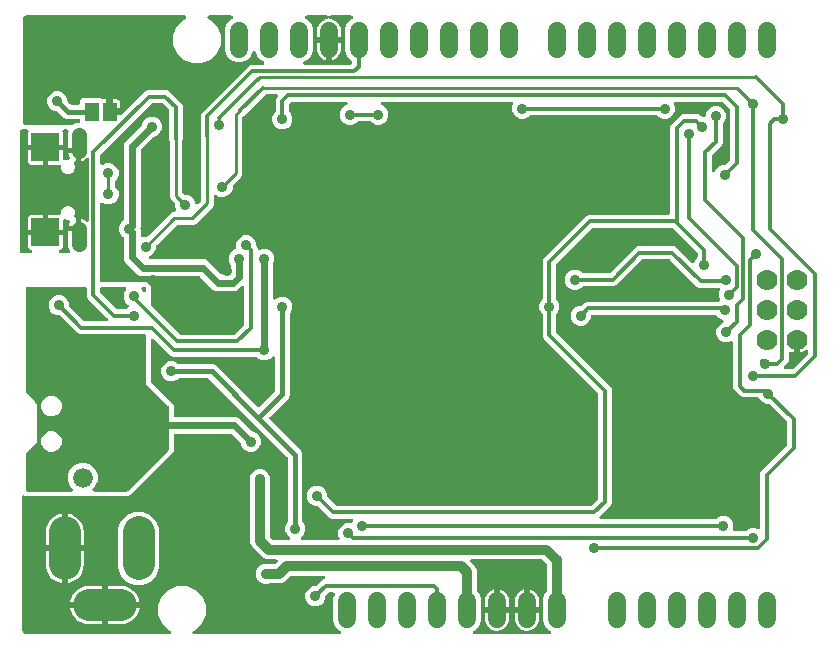
<source format=gbr>
G04 EAGLE Gerber RS-274X export*
G75*
%MOMM*%
%FSLAX34Y34*%
%LPD*%
%INBottom Copper*%
%IPPOS*%
%AMOC8*
5,1,8,0,0,1.08239X$1,22.5*%
G01*
%ADD10C,1.778000*%
%ADD11C,1.508000*%
%ADD12R,2.413000X2.413000*%
%ADD13C,1.308000*%
%ADD14R,1.168400X1.600200*%
%ADD15C,1.676400*%
%ADD16C,2.700000*%
%ADD17C,0.889000*%
%ADD18C,0.812800*%
%ADD19C,0.609600*%
%ADD20C,0.406400*%
%ADD21C,0.906400*%
%ADD22C,0.304800*%
%ADD23C,0.254000*%

G36*
X271748Y84346D02*
X271748Y84346D01*
X271898Y84358D01*
X271921Y84366D01*
X271945Y84369D01*
X272086Y84419D01*
X272230Y84465D01*
X272251Y84478D01*
X272273Y84486D01*
X272399Y84568D01*
X272528Y84645D01*
X272546Y84662D01*
X272566Y84675D01*
X272671Y84783D01*
X272778Y84888D01*
X272791Y84908D01*
X272808Y84926D01*
X272886Y85055D01*
X272967Y85181D01*
X272975Y85204D01*
X272987Y85225D01*
X273033Y85368D01*
X273083Y85510D01*
X273086Y85534D01*
X273093Y85557D01*
X273105Y85706D01*
X273122Y85856D01*
X273119Y85880D01*
X273121Y85904D01*
X273099Y86053D01*
X273081Y86202D01*
X273072Y86230D01*
X273070Y86249D01*
X273052Y86293D01*
X273006Y86435D01*
X272160Y88477D01*
X272160Y91863D01*
X273456Y94990D01*
X275850Y97384D01*
X278977Y98680D01*
X282450Y98680D01*
X282503Y98665D01*
X282530Y98663D01*
X282555Y98657D01*
X282703Y98655D01*
X282851Y98648D01*
X282877Y98652D01*
X282904Y98652D01*
X283048Y98684D01*
X283194Y98710D01*
X283218Y98721D01*
X283244Y98726D01*
X283378Y98790D01*
X283514Y98849D01*
X283535Y98865D01*
X283559Y98876D01*
X283674Y98968D01*
X283794Y99057D01*
X283811Y99077D01*
X283831Y99093D01*
X283923Y99210D01*
X284019Y99323D01*
X284031Y99346D01*
X284047Y99367D01*
X284159Y99585D01*
X284436Y100255D01*
X284477Y100399D01*
X284523Y100543D01*
X284525Y100567D01*
X284532Y100590D01*
X284539Y100740D01*
X284551Y100890D01*
X284548Y100914D01*
X284549Y100938D01*
X284522Y101086D01*
X284500Y101235D01*
X284491Y101257D01*
X284486Y101281D01*
X284426Y101419D01*
X284371Y101559D01*
X284357Y101579D01*
X284348Y101601D01*
X284258Y101722D01*
X284172Y101845D01*
X284154Y101861D01*
X284140Y101880D01*
X284025Y101978D01*
X283913Y102078D01*
X283892Y102090D01*
X283874Y102106D01*
X283740Y102174D01*
X283608Y102247D01*
X283585Y102253D01*
X283563Y102264D01*
X283417Y102301D01*
X283273Y102342D01*
X283244Y102344D01*
X283225Y102349D01*
X283178Y102349D01*
X283029Y102361D01*
X266858Y102361D01*
X264804Y103212D01*
X255052Y112964D01*
X254953Y113043D01*
X254859Y113127D01*
X254817Y113151D01*
X254779Y113181D01*
X254665Y113235D01*
X254554Y113296D01*
X254508Y113309D01*
X254464Y113330D01*
X254341Y113356D01*
X254219Y113391D01*
X254158Y113396D01*
X254123Y113403D01*
X254075Y113402D01*
X253975Y113410D01*
X252307Y113410D01*
X249180Y114706D01*
X246786Y117100D01*
X245490Y120227D01*
X245490Y123613D01*
X246786Y126740D01*
X249180Y129134D01*
X252307Y130430D01*
X255693Y130430D01*
X258820Y129134D01*
X261214Y126740D01*
X262510Y123613D01*
X262510Y121945D01*
X262524Y121819D01*
X262531Y121693D01*
X262544Y121647D01*
X262550Y121599D01*
X262592Y121480D01*
X262627Y121358D01*
X262651Y121316D01*
X262667Y121271D01*
X262736Y121164D01*
X262797Y121054D01*
X262837Y121008D01*
X262856Y120978D01*
X262891Y120944D01*
X262956Y120868D01*
X269839Y113985D01*
X269938Y113906D01*
X270032Y113822D01*
X270074Y113798D01*
X270112Y113768D01*
X270226Y113714D01*
X270337Y113653D01*
X270383Y113640D01*
X270427Y113619D01*
X270550Y113593D01*
X270672Y113558D01*
X270733Y113553D01*
X270768Y113546D01*
X270816Y113547D01*
X270916Y113539D01*
X486004Y113539D01*
X486130Y113553D01*
X486256Y113560D01*
X486302Y113573D01*
X486350Y113579D01*
X486469Y113621D01*
X486591Y113656D01*
X486633Y113680D01*
X486678Y113696D01*
X486785Y113765D01*
X486895Y113826D01*
X486941Y113866D01*
X486971Y113885D01*
X487005Y113920D01*
X487081Y113985D01*
X491805Y118709D01*
X491884Y118808D01*
X491968Y118902D01*
X491992Y118944D01*
X492022Y118982D01*
X492076Y119096D01*
X492137Y119207D01*
X492150Y119253D01*
X492171Y119297D01*
X492197Y119420D01*
X492232Y119542D01*
X492237Y119603D01*
X492244Y119638D01*
X492243Y119686D01*
X492251Y119786D01*
X492251Y207874D01*
X492237Y208000D01*
X492230Y208126D01*
X492217Y208172D01*
X492211Y208220D01*
X492169Y208339D01*
X492134Y208461D01*
X492110Y208503D01*
X492094Y208548D01*
X492025Y208655D01*
X491964Y208765D01*
X491924Y208811D01*
X491905Y208841D01*
X491870Y208875D01*
X491805Y208951D01*
X446112Y254644D01*
X445261Y256698D01*
X445261Y274863D01*
X445247Y274989D01*
X445240Y275115D01*
X445227Y275161D01*
X445221Y275209D01*
X445179Y275328D01*
X445144Y275450D01*
X445120Y275492D01*
X445104Y275538D01*
X445035Y275644D01*
X444974Y275754D01*
X444934Y275800D01*
X444915Y275830D01*
X444880Y275864D01*
X444815Y275940D01*
X443636Y277120D01*
X442340Y280247D01*
X442340Y283633D01*
X443636Y286760D01*
X444815Y287940D01*
X444894Y288039D01*
X444978Y288133D01*
X445002Y288175D01*
X445032Y288213D01*
X445086Y288327D01*
X445147Y288438D01*
X445160Y288484D01*
X445181Y288528D01*
X445207Y288651D01*
X445242Y288773D01*
X445247Y288834D01*
X445254Y288869D01*
X445253Y288917D01*
X445261Y289017D01*
X445261Y321152D01*
X446112Y323206D01*
X481974Y359068D01*
X484028Y359919D01*
X551688Y359919D01*
X551714Y359922D01*
X551740Y359920D01*
X551887Y359942D01*
X552034Y359959D01*
X552059Y359967D01*
X552085Y359971D01*
X552223Y360026D01*
X552362Y360076D01*
X552384Y360090D01*
X552409Y360100D01*
X552530Y360185D01*
X552655Y360265D01*
X552673Y360284D01*
X552695Y360299D01*
X552794Y360409D01*
X552897Y360516D01*
X552911Y360538D01*
X552928Y360558D01*
X553000Y360688D01*
X553076Y360815D01*
X553084Y360840D01*
X553097Y360863D01*
X553137Y361006D01*
X553182Y361147D01*
X553184Y361173D01*
X553192Y361198D01*
X553211Y361442D01*
X553211Y434182D01*
X554062Y436236D01*
X561984Y444158D01*
X564038Y445009D01*
X576422Y445009D01*
X578476Y444158D01*
X579338Y443296D01*
X579437Y443217D01*
X579531Y443133D01*
X579573Y443109D01*
X579611Y443079D01*
X579725Y443025D01*
X579836Y442964D01*
X579882Y442951D01*
X579926Y442930D01*
X580049Y442904D01*
X580171Y442869D01*
X580232Y442864D01*
X580267Y442857D01*
X580315Y442858D01*
X580415Y442850D01*
X581787Y442850D01*
X581813Y442853D01*
X581839Y442851D01*
X581986Y442873D01*
X582133Y442890D01*
X582158Y442898D01*
X582184Y442902D01*
X582322Y442957D01*
X582461Y443007D01*
X582483Y443021D01*
X582508Y443031D01*
X582629Y443116D01*
X582754Y443196D01*
X582772Y443215D01*
X582794Y443230D01*
X582893Y443340D01*
X582996Y443447D01*
X583010Y443469D01*
X583027Y443489D01*
X583099Y443619D01*
X583175Y443746D01*
X583183Y443771D01*
X583196Y443794D01*
X583236Y443937D01*
X583281Y444078D01*
X583283Y444104D01*
X583291Y444129D01*
X583310Y444373D01*
X583310Y444923D01*
X584606Y448050D01*
X587000Y450444D01*
X590127Y451740D01*
X593513Y451740D01*
X596640Y450444D01*
X599034Y448050D01*
X600330Y444923D01*
X600330Y441537D01*
X599034Y438410D01*
X597855Y437230D01*
X597776Y437131D01*
X597692Y437037D01*
X597668Y436995D01*
X597638Y436957D01*
X597584Y436843D01*
X597523Y436732D01*
X597510Y436686D01*
X597489Y436642D01*
X597463Y436519D01*
X597428Y436397D01*
X597423Y436336D01*
X597416Y436301D01*
X597417Y436253D01*
X597409Y436153D01*
X597409Y420528D01*
X596558Y418474D01*
X594772Y416688D01*
X594771Y416688D01*
X588965Y410881D01*
X588886Y410782D01*
X588802Y410688D01*
X588778Y410646D01*
X588748Y410608D01*
X588694Y410494D01*
X588633Y410383D01*
X588620Y410337D01*
X588599Y410293D01*
X588573Y410170D01*
X588538Y410048D01*
X588533Y409987D01*
X588526Y409952D01*
X588527Y409904D01*
X588519Y409804D01*
X588519Y397229D01*
X588524Y397179D01*
X588522Y397128D01*
X588544Y397006D01*
X588559Y396882D01*
X588576Y396835D01*
X588585Y396785D01*
X588634Y396671D01*
X588676Y396554D01*
X588703Y396512D01*
X588723Y396466D01*
X588798Y396366D01*
X588865Y396261D01*
X588901Y396226D01*
X588931Y396186D01*
X589026Y396106D01*
X589116Y396019D01*
X589159Y395993D01*
X589197Y395961D01*
X589308Y395904D01*
X589415Y395840D01*
X589463Y395825D01*
X589508Y395802D01*
X589628Y395772D01*
X589747Y395734D01*
X589797Y395730D01*
X589846Y395718D01*
X589970Y395716D01*
X590094Y395706D01*
X590144Y395714D01*
X590194Y395713D01*
X590316Y395740D01*
X590439Y395758D01*
X590486Y395777D01*
X590535Y395787D01*
X590647Y395841D01*
X590763Y395887D01*
X590804Y395915D01*
X590850Y395937D01*
X590947Y396015D01*
X591049Y396086D01*
X591083Y396123D01*
X591122Y396154D01*
X591199Y396252D01*
X591282Y396344D01*
X591307Y396388D01*
X591338Y396428D01*
X591449Y396646D01*
X592226Y398520D01*
X594620Y400914D01*
X597747Y402210D01*
X599415Y402210D01*
X599541Y402224D01*
X599667Y402231D01*
X599713Y402244D01*
X599761Y402250D01*
X599880Y402292D01*
X600002Y402327D01*
X600044Y402351D01*
X600089Y402367D01*
X600196Y402436D01*
X600306Y402497D01*
X600352Y402537D01*
X600382Y402556D01*
X600416Y402591D01*
X600492Y402656D01*
X603565Y405729D01*
X603644Y405828D01*
X603728Y405922D01*
X603752Y405964D01*
X603782Y406002D01*
X603836Y406116D01*
X603897Y406227D01*
X603910Y406273D01*
X603931Y406317D01*
X603957Y406440D01*
X603992Y406562D01*
X603997Y406623D01*
X604004Y406658D01*
X604003Y406706D01*
X604011Y406806D01*
X604011Y447904D01*
X603997Y448030D01*
X603990Y448156D01*
X603977Y448202D01*
X603971Y448250D01*
X603929Y448369D01*
X603894Y448491D01*
X603870Y448533D01*
X603854Y448578D01*
X603785Y448685D01*
X603724Y448795D01*
X603684Y448841D01*
X603665Y448871D01*
X603630Y448905D01*
X603565Y448981D01*
X597571Y454975D01*
X597472Y455054D01*
X597378Y455138D01*
X597336Y455162D01*
X597298Y455192D01*
X597184Y455246D01*
X597073Y455307D01*
X597027Y455320D01*
X596983Y455341D01*
X596860Y455367D01*
X596738Y455402D01*
X596677Y455407D01*
X596642Y455414D01*
X596594Y455413D01*
X596494Y455421D01*
X557711Y455421D01*
X557562Y455404D01*
X557412Y455392D01*
X557389Y455384D01*
X557365Y455381D01*
X557224Y455331D01*
X557080Y455285D01*
X557059Y455272D01*
X557037Y455264D01*
X556911Y455182D01*
X556782Y455105D01*
X556764Y455088D01*
X556744Y455075D01*
X556639Y454967D01*
X556532Y454862D01*
X556519Y454842D01*
X556502Y454824D01*
X556424Y454695D01*
X556343Y454569D01*
X556335Y454546D01*
X556323Y454525D01*
X556277Y454382D01*
X556227Y454240D01*
X556224Y454216D01*
X556217Y454193D01*
X556205Y454044D01*
X556188Y453894D01*
X556191Y453870D01*
X556189Y453846D01*
X556211Y453697D01*
X556229Y453548D01*
X556238Y453520D01*
X556240Y453501D01*
X556258Y453457D01*
X556304Y453315D01*
X557150Y451273D01*
X557150Y447887D01*
X555854Y444760D01*
X553460Y442366D01*
X550333Y441070D01*
X546947Y441070D01*
X543820Y442366D01*
X542640Y443545D01*
X542541Y443624D01*
X542447Y443708D01*
X542405Y443732D01*
X542367Y443762D01*
X542253Y443816D01*
X542142Y443877D01*
X542096Y443890D01*
X542052Y443911D01*
X541929Y443937D01*
X541807Y443972D01*
X541746Y443977D01*
X541711Y443984D01*
X541663Y443983D01*
X541563Y443991D01*
X435067Y443991D01*
X434941Y443977D01*
X434815Y443970D01*
X434769Y443957D01*
X434721Y443951D01*
X434602Y443909D01*
X434480Y443874D01*
X434438Y443850D01*
X434392Y443834D01*
X434286Y443765D01*
X434176Y443704D01*
X434130Y443664D01*
X434100Y443645D01*
X434066Y443610D01*
X433990Y443545D01*
X432810Y442366D01*
X429683Y441070D01*
X426297Y441070D01*
X423170Y442366D01*
X420776Y444760D01*
X419480Y447887D01*
X419480Y451273D01*
X420326Y453315D01*
X420367Y453459D01*
X420413Y453603D01*
X420415Y453627D01*
X420422Y453650D01*
X420429Y453801D01*
X420441Y453950D01*
X420438Y453974D01*
X420439Y453998D01*
X420412Y454146D01*
X420390Y454295D01*
X420381Y454317D01*
X420376Y454341D01*
X420316Y454479D01*
X420261Y454619D01*
X420247Y454639D01*
X420237Y454661D01*
X420148Y454782D01*
X420062Y454905D01*
X420044Y454921D01*
X420030Y454941D01*
X419915Y455038D01*
X419803Y455138D01*
X419782Y455150D01*
X419764Y455166D01*
X419630Y455234D01*
X419498Y455307D01*
X419475Y455313D01*
X419453Y455324D01*
X419308Y455361D01*
X419163Y455402D01*
X419134Y455404D01*
X419115Y455409D01*
X419068Y455409D01*
X418919Y455421D01*
X309599Y455421D01*
X309549Y455416D01*
X309498Y455418D01*
X309376Y455396D01*
X309252Y455381D01*
X309205Y455364D01*
X309155Y455355D01*
X309041Y455306D01*
X308924Y455264D01*
X308882Y455237D01*
X308836Y455217D01*
X308736Y455142D01*
X308631Y455075D01*
X308596Y455039D01*
X308556Y455009D01*
X308476Y454914D01*
X308389Y454824D01*
X308363Y454781D01*
X308331Y454743D01*
X308274Y454632D01*
X308210Y454525D01*
X308195Y454477D01*
X308172Y454432D01*
X308142Y454312D01*
X308104Y454193D01*
X308100Y454143D01*
X308088Y454094D01*
X308086Y453970D01*
X308076Y453846D01*
X308084Y453796D01*
X308083Y453746D01*
X308109Y453624D01*
X308128Y453501D01*
X308147Y453454D01*
X308157Y453405D01*
X308211Y453293D01*
X308257Y453177D01*
X308285Y453136D01*
X308307Y453090D01*
X308385Y452993D01*
X308456Y452891D01*
X308493Y452857D01*
X308524Y452818D01*
X308622Y452741D01*
X308714Y452658D01*
X308758Y452633D01*
X308798Y452602D01*
X309016Y452491D01*
X310890Y451714D01*
X313284Y449320D01*
X314580Y446193D01*
X314580Y442807D01*
X313284Y439680D01*
X310890Y437286D01*
X307763Y435990D01*
X304377Y435990D01*
X301250Y437286D01*
X300070Y438465D01*
X299971Y438544D01*
X299877Y438628D01*
X299835Y438652D01*
X299797Y438682D01*
X299683Y438736D01*
X299572Y438797D01*
X299526Y438810D01*
X299482Y438831D01*
X299359Y438857D01*
X299237Y438892D01*
X299176Y438897D01*
X299141Y438904D01*
X299093Y438903D01*
X298993Y438911D01*
X289017Y438911D01*
X288891Y438897D01*
X288765Y438890D01*
X288719Y438877D01*
X288671Y438871D01*
X288552Y438829D01*
X288430Y438794D01*
X288388Y438770D01*
X288342Y438754D01*
X288236Y438685D01*
X288126Y438624D01*
X288080Y438584D01*
X288050Y438565D01*
X288016Y438530D01*
X287940Y438465D01*
X286760Y437286D01*
X283633Y435990D01*
X280247Y435990D01*
X277120Y437286D01*
X274726Y439680D01*
X273430Y442807D01*
X273430Y446193D01*
X274726Y449320D01*
X277120Y451714D01*
X278994Y452491D01*
X279038Y452515D01*
X279086Y452532D01*
X279190Y452600D01*
X279299Y452660D01*
X279336Y452694D01*
X279379Y452721D01*
X279465Y452811D01*
X279557Y452894D01*
X279586Y452936D01*
X279621Y452972D01*
X279685Y453079D01*
X279755Y453181D01*
X279774Y453228D01*
X279800Y453271D01*
X279838Y453389D01*
X279883Y453505D01*
X279890Y453555D01*
X279906Y453603D01*
X279916Y453727D01*
X279934Y453850D01*
X279930Y453900D01*
X279934Y453950D01*
X279915Y454073D01*
X279905Y454197D01*
X279890Y454245D01*
X279882Y454295D01*
X279836Y454410D01*
X279798Y454529D01*
X279772Y454572D01*
X279753Y454619D01*
X279683Y454721D01*
X279618Y454827D01*
X279583Y454864D01*
X279554Y454905D01*
X279462Y454988D01*
X279375Y455077D01*
X279333Y455105D01*
X279296Y455138D01*
X279187Y455198D01*
X279082Y455266D01*
X279035Y455283D01*
X278991Y455307D01*
X278871Y455341D01*
X278754Y455382D01*
X278704Y455388D01*
X278655Y455402D01*
X278411Y455421D01*
X232816Y455421D01*
X232690Y455407D01*
X232564Y455400D01*
X232518Y455387D01*
X232470Y455381D01*
X232351Y455339D01*
X232229Y455304D01*
X232187Y455280D01*
X232142Y455264D01*
X232035Y455195D01*
X231925Y455134D01*
X231879Y455094D01*
X231849Y455075D01*
X231815Y455040D01*
X231739Y454975D01*
X230825Y454061D01*
X230746Y453962D01*
X230662Y453868D01*
X230638Y453826D01*
X230608Y453788D01*
X230554Y453674D01*
X230493Y453563D01*
X230480Y453517D01*
X230459Y453473D01*
X230433Y453350D01*
X230398Y453228D01*
X230393Y453167D01*
X230386Y453132D01*
X230387Y453084D01*
X230379Y452984D01*
X230379Y447767D01*
X230393Y447641D01*
X230400Y447515D01*
X230413Y447469D01*
X230419Y447421D01*
X230461Y447302D01*
X230496Y447180D01*
X230520Y447138D01*
X230536Y447092D01*
X230605Y446986D01*
X230666Y446876D01*
X230706Y446830D01*
X230725Y446800D01*
X230760Y446766D01*
X230794Y446725D01*
X230797Y446722D01*
X230799Y446720D01*
X230825Y446690D01*
X232004Y445510D01*
X233300Y442383D01*
X233300Y438997D01*
X232004Y435870D01*
X229610Y433476D01*
X226483Y432180D01*
X223097Y432180D01*
X219970Y433476D01*
X217576Y435870D01*
X216280Y438997D01*
X216280Y442383D01*
X217576Y445510D01*
X218755Y446690D01*
X218823Y446776D01*
X218850Y446803D01*
X218856Y446813D01*
X218918Y446883D01*
X218942Y446925D01*
X218972Y446963D01*
X219026Y447077D01*
X219087Y447188D01*
X219100Y447234D01*
X219121Y447278D01*
X219147Y447401D01*
X219182Y447523D01*
X219187Y447584D01*
X219194Y447618D01*
X219193Y447666D01*
X219201Y447767D01*
X219201Y457042D01*
X220052Y459096D01*
X220381Y459425D01*
X220444Y459503D01*
X220513Y459576D01*
X220552Y459640D01*
X220598Y459698D01*
X220641Y459789D01*
X220692Y459875D01*
X220715Y459946D01*
X220747Y460013D01*
X220768Y460111D01*
X220799Y460207D01*
X220805Y460281D01*
X220820Y460354D01*
X220818Y460454D01*
X220827Y460554D01*
X220816Y460628D01*
X220814Y460702D01*
X220790Y460800D01*
X220775Y460899D01*
X220747Y460968D01*
X220729Y461040D01*
X220683Y461129D01*
X220646Y461223D01*
X220604Y461284D01*
X220570Y461350D01*
X220504Y461427D01*
X220447Y461509D01*
X220392Y461559D01*
X220344Y461615D01*
X220263Y461675D01*
X220188Y461742D01*
X220123Y461778D01*
X220063Y461823D01*
X219971Y461862D01*
X219883Y461911D01*
X219812Y461931D01*
X219743Y461961D01*
X219645Y461978D01*
X219548Y462006D01*
X219448Y462014D01*
X219400Y462022D01*
X219365Y462020D01*
X219304Y462025D01*
X211480Y462025D01*
X211354Y462011D01*
X211228Y462004D01*
X211182Y461991D01*
X211134Y461985D01*
X211015Y461943D01*
X210893Y461908D01*
X210851Y461884D01*
X210806Y461868D01*
X210699Y461799D01*
X210589Y461738D01*
X210543Y461698D01*
X210513Y461679D01*
X210479Y461644D01*
X210403Y461579D01*
X192396Y443572D01*
X192062Y443434D01*
X192061Y443433D01*
X192059Y443432D01*
X191906Y443347D01*
X191758Y443265D01*
X191756Y443263D01*
X191755Y443262D01*
X191568Y443104D01*
X191201Y442736D01*
X191122Y442637D01*
X191038Y442544D01*
X191014Y442501D01*
X190984Y442463D01*
X190930Y442349D01*
X190869Y442239D01*
X190856Y442192D01*
X190835Y442148D01*
X190809Y442025D01*
X190774Y441903D01*
X190769Y441842D01*
X190762Y441808D01*
X190763Y441760D01*
X190755Y441659D01*
X190755Y393909D01*
X189943Y391948D01*
X183033Y385038D01*
X182954Y384939D01*
X182870Y384846D01*
X182846Y384803D01*
X182816Y384765D01*
X182762Y384651D01*
X182701Y384541D01*
X182688Y384494D01*
X182667Y384450D01*
X182641Y384327D01*
X182606Y384205D01*
X182601Y384144D01*
X182594Y384110D01*
X182595Y384062D01*
X182587Y383961D01*
X182587Y381830D01*
X181278Y378670D01*
X178860Y376252D01*
X175700Y374943D01*
X172280Y374943D01*
X169676Y376022D01*
X169089Y376265D01*
X169074Y376280D01*
X169010Y376318D01*
X168952Y376364D01*
X168861Y376407D01*
X168775Y376458D01*
X168704Y376481D01*
X168637Y376513D01*
X168539Y376534D01*
X168443Y376565D01*
X168369Y376571D01*
X168296Y376586D01*
X168196Y376585D01*
X168096Y376593D01*
X168022Y376582D01*
X167948Y376580D01*
X167851Y376556D01*
X167751Y376541D01*
X167682Y376513D01*
X167610Y376495D01*
X167521Y376449D01*
X167427Y376412D01*
X167366Y376370D01*
X167300Y376336D01*
X167224Y376271D01*
X167141Y376213D01*
X167091Y376158D01*
X167035Y376110D01*
X166975Y376029D01*
X166908Y375954D01*
X166872Y375889D01*
X166828Y375830D01*
X166788Y375738D01*
X166739Y375649D01*
X166719Y375578D01*
X166690Y375510D01*
X166672Y375411D01*
X166644Y375314D01*
X166636Y375214D01*
X166628Y375167D01*
X166630Y375131D01*
X166625Y375070D01*
X166625Y368509D01*
X165813Y366548D01*
X151612Y352347D01*
X149651Y351535D01*
X136191Y351535D01*
X136065Y351521D01*
X135939Y351514D01*
X135892Y351501D01*
X135844Y351495D01*
X135725Y351453D01*
X135604Y351418D01*
X135562Y351394D01*
X135516Y351378D01*
X135410Y351309D01*
X135300Y351248D01*
X135254Y351208D01*
X135224Y351189D01*
X135190Y351154D01*
X135114Y351089D01*
X118176Y334151D01*
X118097Y334052D01*
X118013Y333959D01*
X117989Y333916D01*
X117959Y333878D01*
X117905Y333764D01*
X117844Y333654D01*
X117831Y333607D01*
X117810Y333563D01*
X117784Y333440D01*
X117749Y333318D01*
X117744Y333257D01*
X117737Y333223D01*
X117738Y333175D01*
X117730Y333074D01*
X117730Y331047D01*
X116434Y327920D01*
X114040Y325526D01*
X112779Y325003D01*
X112735Y324979D01*
X112687Y324962D01*
X112583Y324894D01*
X112474Y324834D01*
X112437Y324800D01*
X112395Y324773D01*
X112308Y324683D01*
X112216Y324600D01*
X112188Y324559D01*
X112152Y324522D01*
X112089Y324415D01*
X112018Y324313D01*
X111999Y324266D01*
X111974Y324223D01*
X111936Y324105D01*
X111890Y323989D01*
X111883Y323939D01*
X111867Y323891D01*
X111857Y323767D01*
X111839Y323644D01*
X111843Y323594D01*
X111839Y323544D01*
X111858Y323421D01*
X111868Y323297D01*
X111884Y323249D01*
X111891Y323199D01*
X111937Y323083D01*
X111975Y322965D01*
X112001Y322922D01*
X112020Y322875D01*
X112091Y322773D01*
X112155Y322667D01*
X112190Y322630D01*
X112219Y322589D01*
X112311Y322506D01*
X112398Y322417D01*
X112440Y322389D01*
X112478Y322356D01*
X112586Y322296D01*
X112691Y322228D01*
X112739Y322211D01*
X112783Y322187D01*
X112902Y322153D01*
X113019Y322112D01*
X113069Y322106D01*
X113118Y322092D01*
X113362Y322073D01*
X158895Y322073D01*
X161509Y320990D01*
X172680Y309819D01*
X172779Y309740D01*
X172873Y309656D01*
X172915Y309632D01*
X172953Y309602D01*
X173067Y309548D01*
X173178Y309487D01*
X173224Y309474D01*
X173268Y309453D01*
X173392Y309427D01*
X173513Y309392D01*
X173574Y309387D01*
X173609Y309380D01*
X173657Y309381D01*
X173757Y309373D01*
X179303Y309373D01*
X179428Y309387D01*
X179555Y309394D01*
X179601Y309407D01*
X179649Y309413D01*
X179768Y309455D01*
X179890Y309490D01*
X179932Y309514D01*
X179977Y309530D01*
X180083Y309599D01*
X180194Y309660D01*
X180240Y309700D01*
X180270Y309719D01*
X180304Y309754D01*
X180312Y309761D01*
X180331Y309774D01*
X180343Y309787D01*
X180380Y309819D01*
X180401Y309840D01*
X180467Y309923D01*
X180512Y309970D01*
X180522Y309986D01*
X180564Y310033D01*
X180588Y310075D01*
X180618Y310113D01*
X180672Y310227D01*
X180733Y310338D01*
X180746Y310384D01*
X180767Y310428D01*
X180793Y310552D01*
X180828Y310673D01*
X180833Y310734D01*
X180840Y310769D01*
X180839Y310817D01*
X180847Y310917D01*
X180847Y317212D01*
X180847Y317214D01*
X180847Y317216D01*
X180827Y317387D01*
X180807Y317558D01*
X180807Y317560D01*
X180806Y317562D01*
X180731Y317795D01*
X179450Y320887D01*
X179450Y324273D01*
X180746Y327400D01*
X183140Y329794D01*
X184895Y330521D01*
X184918Y330534D01*
X184943Y330542D01*
X185071Y330619D01*
X185200Y330691D01*
X185219Y330708D01*
X185242Y330722D01*
X185348Y330825D01*
X185458Y330925D01*
X185473Y330946D01*
X185492Y330965D01*
X185572Y331089D01*
X185656Y331212D01*
X185666Y331236D01*
X185680Y331258D01*
X185730Y331398D01*
X185784Y331536D01*
X185788Y331562D01*
X185797Y331586D01*
X185813Y331734D01*
X185835Y331881D01*
X185833Y331907D01*
X185836Y331933D01*
X185818Y332080D01*
X185806Y332228D01*
X185800Y332246D01*
X185800Y335703D01*
X187096Y338830D01*
X189490Y341224D01*
X192617Y342520D01*
X196003Y342520D01*
X199130Y341224D01*
X201524Y338830D01*
X202820Y335703D01*
X202820Y333761D01*
X202820Y333759D01*
X202820Y333757D01*
X202840Y333582D01*
X202860Y333415D01*
X202860Y333413D01*
X202861Y333411D01*
X202936Y333178D01*
X203812Y331063D01*
X203825Y331040D01*
X203833Y331015D01*
X203909Y330888D01*
X203981Y330758D01*
X203999Y330739D01*
X204012Y330716D01*
X204115Y330610D01*
X204215Y330500D01*
X204237Y330485D01*
X204255Y330466D01*
X204380Y330386D01*
X204502Y330302D01*
X204526Y330292D01*
X204548Y330278D01*
X204688Y330228D01*
X204826Y330174D01*
X204852Y330170D01*
X204877Y330161D01*
X205024Y330145D01*
X205171Y330123D01*
X205197Y330125D01*
X205223Y330122D01*
X205370Y330140D01*
X205518Y330152D01*
X205543Y330160D01*
X205569Y330163D01*
X205802Y330238D01*
X207857Y331090D01*
X211243Y331090D01*
X214370Y329794D01*
X216764Y327400D01*
X218060Y324273D01*
X218060Y320887D01*
X216779Y317795D01*
X216778Y317793D01*
X216777Y317791D01*
X216730Y317626D01*
X216683Y317459D01*
X216683Y317457D01*
X216682Y317455D01*
X216663Y317212D01*
X216663Y289525D01*
X216674Y289425D01*
X216676Y289325D01*
X216694Y289252D01*
X216703Y289179D01*
X216737Y289084D01*
X216761Y288987D01*
X216795Y288921D01*
X216820Y288850D01*
X216875Y288766D01*
X216921Y288677D01*
X216969Y288620D01*
X217009Y288558D01*
X217081Y288488D01*
X217146Y288411D01*
X217206Y288367D01*
X217260Y288315D01*
X217346Y288264D01*
X217427Y288204D01*
X217495Y288175D01*
X217559Y288137D01*
X217654Y288106D01*
X217747Y288066D01*
X217820Y288053D01*
X217891Y288030D01*
X217991Y288022D01*
X218090Y288005D01*
X218164Y288008D01*
X218238Y288002D01*
X218338Y288017D01*
X218438Y288022D01*
X218509Y288043D01*
X218583Y288054D01*
X218676Y288091D01*
X218773Y288119D01*
X218838Y288155D01*
X218907Y288183D01*
X218989Y288240D01*
X219077Y288289D01*
X219153Y288354D01*
X219193Y288382D01*
X219217Y288408D01*
X219263Y288448D01*
X219970Y289154D01*
X223097Y290450D01*
X226483Y290450D01*
X229610Y289154D01*
X232004Y286760D01*
X233300Y283633D01*
X233300Y280247D01*
X232004Y277120D01*
X231333Y276448D01*
X231254Y276349D01*
X231170Y276255D01*
X231146Y276213D01*
X231116Y276175D01*
X231062Y276061D01*
X231001Y275950D01*
X230988Y275904D01*
X230967Y275860D01*
X230941Y275737D01*
X230906Y275615D01*
X230901Y275554D01*
X230894Y275520D01*
X230895Y275472D01*
X230887Y275371D01*
X230887Y207067D01*
X229959Y204826D01*
X214169Y189037D01*
X214153Y189017D01*
X214133Y189000D01*
X214045Y188880D01*
X213953Y188764D01*
X213941Y188740D01*
X213926Y188719D01*
X213867Y188583D01*
X213804Y188449D01*
X213798Y188423D01*
X213788Y188399D01*
X213761Y188253D01*
X213730Y188108D01*
X213731Y188082D01*
X213726Y188056D01*
X213734Y187908D01*
X213736Y187760D01*
X213743Y187734D01*
X213744Y187708D01*
X213785Y187566D01*
X213821Y187422D01*
X213833Y187398D01*
X213841Y187373D01*
X213913Y187244D01*
X213981Y187112D01*
X213998Y187092D01*
X214011Y187069D01*
X214169Y186883D01*
X240779Y160274D01*
X241707Y158033D01*
X241707Y100591D01*
X241721Y100465D01*
X241728Y100339D01*
X241741Y100293D01*
X241747Y100245D01*
X241789Y100126D01*
X241824Y100004D01*
X241848Y99962D01*
X241864Y99916D01*
X241933Y99810D01*
X241994Y99700D01*
X242034Y99654D01*
X242053Y99624D01*
X242088Y99590D01*
X242153Y99514D01*
X242824Y98842D01*
X244120Y95715D01*
X244120Y92329D01*
X242824Y89202D01*
X240552Y86929D01*
X240489Y86851D01*
X240419Y86778D01*
X240381Y86714D01*
X240335Y86656D01*
X240292Y86565D01*
X240241Y86479D01*
X240218Y86408D01*
X240186Y86341D01*
X240165Y86243D01*
X240134Y86147D01*
X240128Y86073D01*
X240113Y86000D01*
X240114Y85900D01*
X240106Y85800D01*
X240117Y85726D01*
X240119Y85652D01*
X240143Y85555D01*
X240158Y85455D01*
X240186Y85386D01*
X240204Y85314D01*
X240250Y85225D01*
X240287Y85131D01*
X240329Y85070D01*
X240363Y85004D01*
X240428Y84928D01*
X240486Y84845D01*
X240541Y84795D01*
X240589Y84739D01*
X240670Y84679D01*
X240745Y84612D01*
X240810Y84576D01*
X240869Y84531D01*
X240962Y84492D01*
X241050Y84443D01*
X241121Y84423D01*
X241189Y84393D01*
X241288Y84376D01*
X241385Y84348D01*
X241485Y84340D01*
X241533Y84332D01*
X241568Y84334D01*
X241629Y84329D01*
X271599Y84329D01*
X271748Y84346D01*
G37*
G36*
X8432Y4469D02*
X8432Y4469D01*
X8482Y4467D01*
X8604Y4489D01*
X8729Y4504D01*
X8776Y4520D01*
X8824Y4529D01*
X8939Y4579D01*
X9057Y4621D01*
X9111Y4654D01*
X9144Y4668D01*
X9183Y4697D01*
X9267Y4747D01*
X9378Y4827D01*
X129279Y4827D01*
X129329Y4833D01*
X129379Y4830D01*
X129501Y4852D01*
X129625Y4867D01*
X129672Y4884D01*
X129722Y4893D01*
X129836Y4942D01*
X129953Y4984D01*
X129995Y5012D01*
X130041Y5032D01*
X130141Y5106D01*
X130246Y5173D01*
X130281Y5209D01*
X130321Y5239D01*
X130402Y5334D01*
X130488Y5424D01*
X130514Y5467D01*
X130546Y5505D01*
X130603Y5616D01*
X130667Y5723D01*
X130682Y5771D01*
X130705Y5816D01*
X130735Y5936D01*
X130773Y6055D01*
X130777Y6105D01*
X130789Y6154D01*
X130791Y6278D01*
X130801Y6402D01*
X130794Y6452D01*
X130794Y6502D01*
X130768Y6624D01*
X130749Y6747D01*
X130731Y6794D01*
X130720Y6843D01*
X130667Y6955D01*
X130621Y7071D01*
X130592Y7112D01*
X130570Y7158D01*
X130493Y7255D01*
X130422Y7357D01*
X130384Y7391D01*
X130353Y7430D01*
X130255Y7507D01*
X130163Y7590D01*
X130119Y7615D01*
X130079Y7646D01*
X129862Y7757D01*
X128334Y8390D01*
X122690Y14034D01*
X119635Y21409D01*
X119635Y29391D01*
X122690Y36766D01*
X128334Y42410D01*
X135709Y45465D01*
X143691Y45465D01*
X151066Y42410D01*
X156710Y36766D01*
X159765Y29391D01*
X159765Y21409D01*
X156710Y14034D01*
X151066Y8390D01*
X149538Y7757D01*
X149494Y7733D01*
X149447Y7716D01*
X149343Y7648D01*
X149234Y7588D01*
X149197Y7554D01*
X149154Y7527D01*
X149068Y7437D01*
X148976Y7354D01*
X148947Y7312D01*
X148912Y7276D01*
X148848Y7169D01*
X148777Y7067D01*
X148759Y7020D01*
X148733Y6977D01*
X148695Y6859D01*
X148650Y6743D01*
X148642Y6693D01*
X148627Y6645D01*
X148617Y6521D01*
X148599Y6398D01*
X148603Y6348D01*
X148599Y6298D01*
X148617Y6175D01*
X148628Y6051D01*
X148643Y6003D01*
X148651Y5953D01*
X148697Y5837D01*
X148735Y5719D01*
X148761Y5676D01*
X148779Y5629D01*
X148850Y5527D01*
X148914Y5421D01*
X148950Y5384D01*
X148978Y5343D01*
X149071Y5260D01*
X149157Y5171D01*
X149200Y5143D01*
X149237Y5110D01*
X149346Y5050D01*
X149451Y4982D01*
X149498Y4965D01*
X149542Y4941D01*
X149662Y4907D01*
X149779Y4866D01*
X149829Y4860D01*
X149878Y4846D01*
X150121Y4827D01*
X272883Y4827D01*
X272933Y4833D01*
X272983Y4830D01*
X273105Y4852D01*
X273229Y4867D01*
X273276Y4884D01*
X273326Y4893D01*
X273440Y4942D01*
X273557Y4984D01*
X273599Y5012D01*
X273645Y5032D01*
X273745Y5106D01*
X273850Y5173D01*
X273885Y5209D01*
X273925Y5239D01*
X274005Y5334D01*
X274092Y5424D01*
X274118Y5467D01*
X274150Y5505D01*
X274207Y5616D01*
X274271Y5723D01*
X274286Y5771D01*
X274309Y5816D01*
X274339Y5936D01*
X274377Y6055D01*
X274381Y6105D01*
X274393Y6154D01*
X274395Y6278D01*
X274405Y6402D01*
X274397Y6452D01*
X274398Y6502D01*
X274372Y6624D01*
X274353Y6747D01*
X274335Y6794D01*
X274324Y6843D01*
X274270Y6955D01*
X274224Y7071D01*
X274196Y7112D01*
X274174Y7158D01*
X274096Y7255D01*
X274026Y7357D01*
X273988Y7391D01*
X273957Y7430D01*
X273859Y7507D01*
X273767Y7590D01*
X273723Y7615D01*
X273683Y7646D01*
X273465Y7757D01*
X272826Y8022D01*
X269562Y11286D01*
X267795Y15552D01*
X267795Y35248D01*
X268945Y38025D01*
X268987Y38170D01*
X269033Y38313D01*
X269034Y38337D01*
X269041Y38360D01*
X269048Y38511D01*
X269061Y38660D01*
X269057Y38684D01*
X269058Y38708D01*
X269031Y38856D01*
X269009Y39005D01*
X269000Y39027D01*
X268996Y39051D01*
X268936Y39189D01*
X268880Y39329D01*
X268866Y39349D01*
X268857Y39371D01*
X268767Y39492D01*
X268681Y39615D01*
X268663Y39631D01*
X268649Y39651D01*
X268534Y39748D01*
X268422Y39848D01*
X268401Y39860D01*
X268383Y39876D01*
X268249Y39944D01*
X268117Y40017D01*
X268094Y40023D01*
X268073Y40034D01*
X267927Y40071D01*
X267782Y40112D01*
X267753Y40114D01*
X267734Y40119D01*
X267687Y40119D01*
X267538Y40131D01*
X264566Y40131D01*
X264440Y40117D01*
X264314Y40110D01*
X264268Y40097D01*
X264220Y40091D01*
X264101Y40049D01*
X263979Y40014D01*
X263937Y39990D01*
X263892Y39974D01*
X263785Y39905D01*
X263675Y39844D01*
X263629Y39804D01*
X263599Y39785D01*
X263565Y39750D01*
X263489Y39685D01*
X261686Y37882D01*
X261607Y37783D01*
X261523Y37689D01*
X261499Y37647D01*
X261469Y37609D01*
X261415Y37495D01*
X261354Y37384D01*
X261341Y37338D01*
X261320Y37294D01*
X261294Y37171D01*
X261259Y37049D01*
X261254Y36988D01*
X261247Y36953D01*
X261248Y36905D01*
X261240Y36805D01*
X261240Y35137D01*
X259944Y32010D01*
X257550Y29616D01*
X254423Y28320D01*
X251037Y28320D01*
X247910Y29616D01*
X245516Y32010D01*
X244220Y35137D01*
X244220Y38523D01*
X245516Y41650D01*
X247910Y44044D01*
X251037Y45340D01*
X252705Y45340D01*
X252831Y45354D01*
X252957Y45361D01*
X253003Y45374D01*
X253051Y45380D01*
X253170Y45422D01*
X253292Y45457D01*
X253334Y45481D01*
X253379Y45497D01*
X253486Y45566D01*
X253596Y45627D01*
X253642Y45667D01*
X253672Y45686D01*
X253706Y45721D01*
X253782Y45786D01*
X258454Y50458D01*
X260175Y51171D01*
X260219Y51195D01*
X260267Y51212D01*
X260371Y51280D01*
X260480Y51340D01*
X260517Y51374D01*
X260559Y51401D01*
X260646Y51491D01*
X260738Y51574D01*
X260766Y51615D01*
X260802Y51652D01*
X260866Y51759D01*
X260936Y51861D01*
X260955Y51908D01*
X260980Y51951D01*
X261018Y52069D01*
X261064Y52185D01*
X261071Y52235D01*
X261087Y52283D01*
X261097Y52407D01*
X261115Y52530D01*
X261111Y52580D01*
X261115Y52630D01*
X261096Y52753D01*
X261086Y52877D01*
X261070Y52925D01*
X261063Y52975D01*
X261017Y53091D01*
X260979Y53209D01*
X260953Y53252D01*
X260934Y53299D01*
X260863Y53401D01*
X260799Y53507D01*
X260764Y53544D01*
X260735Y53585D01*
X260643Y53668D01*
X260556Y53757D01*
X260514Y53785D01*
X260476Y53818D01*
X260368Y53878D01*
X260263Y53946D01*
X260215Y53963D01*
X260171Y53987D01*
X260052Y54021D01*
X259935Y54062D01*
X259885Y54068D01*
X259836Y54082D01*
X259592Y54101D01*
X232598Y54101D01*
X232472Y54087D01*
X232346Y54080D01*
X232300Y54067D01*
X232252Y54061D01*
X232133Y54019D01*
X232011Y53984D01*
X231969Y53960D01*
X231924Y53944D01*
X231817Y53875D01*
X231707Y53814D01*
X231661Y53774D01*
X231631Y53755D01*
X231597Y53720D01*
X231521Y53655D01*
X226855Y48989D01*
X223867Y47751D01*
X213735Y47751D01*
X213733Y47751D01*
X213731Y47751D01*
X213561Y47731D01*
X213389Y47711D01*
X213387Y47711D01*
X213385Y47710D01*
X213153Y47635D01*
X212513Y47370D01*
X209127Y47370D01*
X206000Y48666D01*
X203606Y51060D01*
X202310Y54187D01*
X202310Y57573D01*
X203606Y60700D01*
X206000Y63094D01*
X209127Y64390D01*
X212513Y64390D01*
X213153Y64125D01*
X213154Y64124D01*
X213156Y64123D01*
X213323Y64076D01*
X213488Y64029D01*
X213490Y64029D01*
X213492Y64028D01*
X213735Y64009D01*
X218252Y64009D01*
X218377Y64023D01*
X218504Y64030D01*
X218550Y64043D01*
X218598Y64049D01*
X218717Y64091D01*
X218839Y64126D01*
X218881Y64150D01*
X218926Y64166D01*
X219032Y64235D01*
X219143Y64296D01*
X219189Y64336D01*
X219219Y64355D01*
X219253Y64390D01*
X219329Y64455D01*
X220345Y65471D01*
X220408Y65550D01*
X220477Y65622D01*
X220516Y65686D01*
X220562Y65744D01*
X220605Y65835D01*
X220656Y65921D01*
X220679Y65992D01*
X220711Y66059D01*
X220732Y66157D01*
X220762Y66253D01*
X220768Y66327D01*
X220784Y66400D01*
X220782Y66500D01*
X220790Y66600D01*
X220779Y66674D01*
X220778Y66748D01*
X220754Y66845D01*
X220739Y66945D01*
X220711Y67014D01*
X220693Y67086D01*
X220647Y67175D01*
X220610Y67269D01*
X220568Y67330D01*
X220533Y67396D01*
X220468Y67472D01*
X220411Y67555D01*
X220356Y67605D01*
X220308Y67661D01*
X220227Y67721D01*
X220152Y67788D01*
X220087Y67824D01*
X220027Y67869D01*
X219935Y67908D01*
X219847Y67957D01*
X219776Y67977D01*
X219707Y68007D01*
X219609Y68024D01*
X219512Y68052D01*
X219412Y68060D01*
X219364Y68068D01*
X219329Y68066D01*
X219268Y68071D01*
X211743Y68071D01*
X208755Y69309D01*
X198849Y79215D01*
X197611Y82203D01*
X197611Y132975D01*
X197611Y132977D01*
X197611Y132979D01*
X197591Y133149D01*
X197571Y133321D01*
X197571Y133323D01*
X197570Y133325D01*
X197495Y133557D01*
X197230Y134197D01*
X197230Y137583D01*
X198526Y140710D01*
X200920Y143104D01*
X204047Y144400D01*
X207433Y144400D01*
X210560Y143104D01*
X212954Y140710D01*
X214250Y137583D01*
X214250Y134197D01*
X213985Y133557D01*
X213984Y133556D01*
X213983Y133554D01*
X213936Y133387D01*
X213889Y133222D01*
X213889Y133220D01*
X213888Y133218D01*
X213869Y132975D01*
X213869Y87818D01*
X213883Y87692D01*
X213890Y87566D01*
X213903Y87520D01*
X213909Y87472D01*
X213951Y87353D01*
X213986Y87231D01*
X214010Y87189D01*
X214026Y87144D01*
X214095Y87037D01*
X214156Y86927D01*
X214196Y86881D01*
X214215Y86851D01*
X214250Y86817D01*
X214315Y86741D01*
X216281Y84775D01*
X216380Y84696D01*
X216474Y84612D01*
X216516Y84588D01*
X216554Y84558D01*
X216668Y84504D01*
X216779Y84443D01*
X216825Y84430D01*
X216869Y84409D01*
X216992Y84383D01*
X217114Y84348D01*
X217175Y84343D01*
X217210Y84336D01*
X217258Y84337D01*
X217358Y84329D01*
X229591Y84329D01*
X229691Y84340D01*
X229791Y84342D01*
X229864Y84360D01*
X229937Y84369D01*
X230032Y84402D01*
X230129Y84427D01*
X230196Y84461D01*
X230266Y84486D01*
X230350Y84541D01*
X230439Y84587D01*
X230496Y84635D01*
X230558Y84675D01*
X230628Y84747D01*
X230705Y84812D01*
X230749Y84872D01*
X230801Y84926D01*
X230852Y85012D01*
X230912Y85093D01*
X230941Y85161D01*
X230979Y85225D01*
X231010Y85321D01*
X231050Y85413D01*
X231063Y85486D01*
X231086Y85557D01*
X231094Y85657D01*
X231111Y85756D01*
X231108Y85830D01*
X231114Y85904D01*
X231099Y86004D01*
X231094Y86104D01*
X231073Y86175D01*
X231062Y86249D01*
X231025Y86342D01*
X230997Y86439D01*
X230961Y86504D01*
X230933Y86573D01*
X230876Y86655D01*
X230827Y86743D01*
X230762Y86819D01*
X230734Y86859D01*
X230708Y86883D01*
X230668Y86929D01*
X228396Y89202D01*
X227100Y92329D01*
X227100Y95715D01*
X228396Y98842D01*
X229067Y99514D01*
X229146Y99613D01*
X229230Y99707D01*
X229254Y99749D01*
X229284Y99787D01*
X229338Y99901D01*
X229399Y100012D01*
X229412Y100058D01*
X229433Y100102D01*
X229459Y100225D01*
X229494Y100347D01*
X229499Y100408D01*
X229506Y100442D01*
X229505Y100490D01*
X229513Y100591D01*
X229513Y153664D01*
X229499Y153789D01*
X229492Y153915D01*
X229479Y153962D01*
X229473Y154010D01*
X229431Y154129D01*
X229396Y154250D01*
X229372Y154292D01*
X229356Y154338D01*
X229287Y154444D01*
X229226Y154555D01*
X229186Y154601D01*
X229167Y154631D01*
X229132Y154664D01*
X229067Y154741D01*
X163021Y220787D01*
X162922Y220866D01*
X162828Y220950D01*
X162786Y220974D01*
X162748Y221004D01*
X162634Y221058D01*
X162523Y221119D01*
X162476Y221132D01*
X162433Y221153D01*
X162309Y221179D01*
X162187Y221214D01*
X162127Y221219D01*
X162092Y221226D01*
X162044Y221225D01*
X161944Y221233D01*
X137379Y221233D01*
X137253Y221219D01*
X137127Y221212D01*
X137081Y221199D01*
X137033Y221193D01*
X136914Y221151D01*
X136792Y221116D01*
X136750Y221092D01*
X136704Y221076D01*
X136598Y221007D01*
X136488Y220946D01*
X136442Y220906D01*
X136412Y220887D01*
X136378Y220852D01*
X136302Y220787D01*
X135630Y220116D01*
X132503Y218820D01*
X129117Y218820D01*
X125990Y220116D01*
X123596Y222510D01*
X122300Y225637D01*
X122300Y229023D01*
X123596Y232150D01*
X125990Y234544D01*
X129117Y235840D01*
X132503Y235840D01*
X135630Y234544D01*
X136302Y233873D01*
X136401Y233794D01*
X136495Y233710D01*
X136537Y233686D01*
X136575Y233656D01*
X136689Y233602D01*
X136800Y233541D01*
X136846Y233528D01*
X136890Y233507D01*
X137013Y233481D01*
X137135Y233446D01*
X137196Y233441D01*
X137231Y233434D01*
X137279Y233435D01*
X137379Y233427D01*
X166313Y233427D01*
X168554Y232499D01*
X170483Y230569D01*
X203393Y197659D01*
X203413Y197643D01*
X203430Y197623D01*
X203550Y197535D01*
X203666Y197443D01*
X203690Y197431D01*
X203711Y197416D01*
X203847Y197357D01*
X203981Y197294D01*
X204007Y197288D01*
X204031Y197278D01*
X204177Y197251D01*
X204322Y197220D01*
X204348Y197221D01*
X204374Y197216D01*
X204522Y197224D01*
X204670Y197226D01*
X204696Y197233D01*
X204722Y197234D01*
X204864Y197275D01*
X205008Y197311D01*
X205031Y197323D01*
X205057Y197331D01*
X205186Y197403D01*
X205318Y197471D01*
X205338Y197488D01*
X205361Y197501D01*
X205547Y197659D01*
X218247Y210359D01*
X218326Y210458D01*
X218410Y210552D01*
X218434Y210594D01*
X218464Y210632D01*
X218518Y210746D01*
X218579Y210857D01*
X218592Y210904D01*
X218613Y210947D01*
X218639Y211071D01*
X218674Y211193D01*
X218679Y211253D01*
X218686Y211288D01*
X218685Y211336D01*
X218693Y211436D01*
X218693Y238541D01*
X218682Y238641D01*
X218680Y238741D01*
X218662Y238814D01*
X218653Y238887D01*
X218620Y238982D01*
X218595Y239079D01*
X218561Y239146D01*
X218536Y239216D01*
X218481Y239300D01*
X218435Y239389D01*
X218387Y239446D01*
X218347Y239508D01*
X218275Y239578D01*
X218210Y239655D01*
X218150Y239699D01*
X218096Y239751D01*
X218010Y239802D01*
X217929Y239862D01*
X217861Y239891D01*
X217797Y239929D01*
X217701Y239960D01*
X217609Y240000D01*
X217536Y240013D01*
X217465Y240036D01*
X217365Y240044D01*
X217266Y240061D01*
X217192Y240058D01*
X217118Y240064D01*
X217018Y240049D01*
X216918Y240044D01*
X216847Y240023D01*
X216773Y240012D01*
X216680Y239975D01*
X216583Y239947D01*
X216518Y239911D01*
X216449Y239883D01*
X216367Y239826D01*
X216279Y239777D01*
X216203Y239712D01*
X216163Y239684D01*
X216139Y239658D01*
X216093Y239618D01*
X214370Y237896D01*
X211243Y236600D01*
X207857Y236600D01*
X204730Y237896D01*
X203550Y239075D01*
X203451Y239154D01*
X203357Y239238D01*
X203315Y239262D01*
X203277Y239292D01*
X203163Y239346D01*
X203052Y239407D01*
X203006Y239420D01*
X202962Y239441D01*
X202839Y239467D01*
X202717Y239502D01*
X202656Y239507D01*
X202622Y239514D01*
X202574Y239513D01*
X202473Y239521D01*
X132238Y239521D01*
X130184Y240372D01*
X128398Y242158D01*
X116139Y254417D01*
X116061Y254480D01*
X115988Y254549D01*
X115924Y254588D01*
X115866Y254634D01*
X115775Y254677D01*
X115689Y254728D01*
X115618Y254751D01*
X115551Y254783D01*
X115453Y254804D01*
X115357Y254835D01*
X115283Y254841D01*
X115210Y254856D01*
X115110Y254854D01*
X115010Y254863D01*
X114936Y254851D01*
X114862Y254850D01*
X114765Y254826D01*
X114665Y254811D01*
X114596Y254783D01*
X114524Y254765D01*
X114434Y254719D01*
X114341Y254682D01*
X114280Y254640D01*
X114214Y254606D01*
X114137Y254540D01*
X114055Y254483D01*
X114005Y254428D01*
X113949Y254380D01*
X113889Y254299D01*
X113822Y254224D01*
X113786Y254159D01*
X113741Y254099D01*
X113702Y254007D01*
X113653Y253919D01*
X113633Y253848D01*
X113603Y253779D01*
X113586Y253681D01*
X113558Y253584D01*
X113550Y253484D01*
X113542Y253436D01*
X113544Y253401D01*
X113539Y253340D01*
X113539Y218846D01*
X113553Y218720D01*
X113560Y218594D01*
X113573Y218548D01*
X113579Y218500D01*
X113621Y218381D01*
X113656Y218259D01*
X113680Y218217D01*
X113696Y218172D01*
X113765Y218065D01*
X113826Y217955D01*
X113866Y217909D01*
X113885Y217879D01*
X113920Y217845D01*
X113985Y217769D01*
X131738Y200016D01*
X132589Y197962D01*
X132589Y190246D01*
X132592Y190220D01*
X132590Y190194D01*
X132612Y190047D01*
X132629Y189900D01*
X132637Y189875D01*
X132641Y189849D01*
X132696Y189711D01*
X132746Y189572D01*
X132760Y189550D01*
X132770Y189525D01*
X132855Y189404D01*
X132935Y189279D01*
X132954Y189261D01*
X132969Y189239D01*
X133079Y189140D01*
X133186Y189037D01*
X133208Y189023D01*
X133228Y189006D01*
X133358Y188934D01*
X133485Y188858D01*
X133510Y188850D01*
X133533Y188837D01*
X133676Y188797D01*
X133817Y188752D01*
X133843Y188750D01*
X133868Y188742D01*
X134112Y188723D01*
X185565Y188723D01*
X188179Y187640D01*
X190394Y185425D01*
X199353Y176465D01*
X199355Y176464D01*
X199356Y176463D01*
X199493Y176355D01*
X199626Y176249D01*
X199628Y176248D01*
X199630Y176247D01*
X199848Y176135D01*
X202940Y174854D01*
X205334Y172460D01*
X206630Y169333D01*
X206630Y165947D01*
X205334Y162820D01*
X202940Y160426D01*
X199813Y159130D01*
X196427Y159130D01*
X193300Y160426D01*
X190906Y162820D01*
X189625Y165912D01*
X189624Y165914D01*
X189623Y165916D01*
X189539Y166067D01*
X189455Y166217D01*
X189454Y166218D01*
X189453Y166220D01*
X189295Y166407D01*
X181650Y174051D01*
X181551Y174130D01*
X181457Y174214D01*
X181415Y174238D01*
X181377Y174268D01*
X181263Y174322D01*
X181152Y174383D01*
X181106Y174396D01*
X181062Y174417D01*
X180938Y174443D01*
X180817Y174478D01*
X180756Y174483D01*
X180721Y174490D01*
X180673Y174489D01*
X180573Y174497D01*
X134112Y174497D01*
X134086Y174494D01*
X134060Y174496D01*
X133913Y174474D01*
X133766Y174457D01*
X133741Y174449D01*
X133715Y174445D01*
X133577Y174390D01*
X133438Y174340D01*
X133416Y174326D01*
X133391Y174316D01*
X133270Y174231D01*
X133145Y174151D01*
X133127Y174132D01*
X133105Y174117D01*
X133006Y174007D01*
X132903Y173900D01*
X132889Y173878D01*
X132872Y173858D01*
X132800Y173728D01*
X132724Y173601D01*
X132716Y173576D01*
X132703Y173553D01*
X132663Y173410D01*
X132618Y173269D01*
X132616Y173243D01*
X132608Y173218D01*
X132589Y172974D01*
X132589Y160178D01*
X131738Y158124D01*
X95876Y122262D01*
X93822Y121411D01*
X7778Y121411D01*
X7228Y121639D01*
X6171Y122077D01*
X6026Y122118D01*
X5883Y122164D01*
X5859Y122166D01*
X5836Y122173D01*
X5685Y122180D01*
X5536Y122192D01*
X5512Y122189D01*
X5488Y122190D01*
X5340Y122163D01*
X5191Y122140D01*
X5169Y122132D01*
X5145Y122127D01*
X5007Y122067D01*
X4867Y122012D01*
X4847Y121998D01*
X4825Y121988D01*
X4704Y121898D01*
X4581Y121813D01*
X4565Y121795D01*
X4545Y121780D01*
X4448Y121665D01*
X4348Y121554D01*
X4336Y121533D01*
X4320Y121514D01*
X4252Y121381D01*
X4179Y121249D01*
X4173Y121226D01*
X4162Y121204D01*
X4125Y121059D01*
X4084Y120914D01*
X4082Y120884D01*
X4077Y120866D01*
X4077Y120819D01*
X4065Y120670D01*
X4065Y10000D01*
X4070Y9952D01*
X4072Y9851D01*
X4157Y8990D01*
X4178Y8890D01*
X4190Y8789D01*
X4220Y8696D01*
X4230Y8649D01*
X4246Y8616D01*
X4265Y8556D01*
X4924Y6966D01*
X4925Y6964D01*
X4926Y6962D01*
X5010Y6812D01*
X5094Y6661D01*
X5095Y6660D01*
X5096Y6658D01*
X5226Y6505D01*
X5227Y6503D01*
X5229Y6502D01*
X5254Y6472D01*
X6472Y5254D01*
X6473Y5253D01*
X6475Y5252D01*
X6613Y5142D01*
X6745Y5038D01*
X6747Y5037D01*
X6748Y5036D01*
X6966Y4924D01*
X7798Y4579D01*
X7919Y4545D01*
X8037Y4503D01*
X8086Y4497D01*
X8134Y4484D01*
X8258Y4478D01*
X8383Y4463D01*
X8432Y4469D01*
G37*
G36*
X616619Y91963D02*
X616619Y91963D01*
X616745Y91970D01*
X616791Y91983D01*
X616839Y91989D01*
X616958Y92031D01*
X617080Y92066D01*
X617122Y92090D01*
X617168Y92106D01*
X617274Y92175D01*
X617384Y92236D01*
X617430Y92276D01*
X617460Y92295D01*
X617494Y92330D01*
X617570Y92395D01*
X618750Y93574D01*
X621877Y94870D01*
X625263Y94870D01*
X627305Y94024D01*
X627450Y93982D01*
X627593Y93937D01*
X627617Y93935D01*
X627640Y93928D01*
X627791Y93921D01*
X627940Y93909D01*
X627964Y93912D01*
X627988Y93911D01*
X628136Y93938D01*
X628285Y93960D01*
X628307Y93969D01*
X628331Y93974D01*
X628469Y94034D01*
X628609Y94089D01*
X628629Y94103D01*
X628651Y94113D01*
X628772Y94202D01*
X628895Y94288D01*
X628911Y94306D01*
X628931Y94320D01*
X629028Y94435D01*
X629128Y94547D01*
X629140Y94568D01*
X629156Y94586D01*
X629224Y94720D01*
X629297Y94852D01*
X629303Y94875D01*
X629314Y94897D01*
X629351Y95042D01*
X629392Y95187D01*
X629394Y95216D01*
X629399Y95235D01*
X629399Y95282D01*
X629411Y95431D01*
X629411Y140812D01*
X630262Y142866D01*
X632048Y144652D01*
X632049Y144652D01*
X651825Y164429D01*
X651904Y164528D01*
X651988Y164622D01*
X652012Y164664D01*
X652042Y164702D01*
X652096Y164816D01*
X652157Y164927D01*
X652170Y164973D01*
X652191Y165017D01*
X652217Y165140D01*
X652252Y165262D01*
X652257Y165323D01*
X652264Y165358D01*
X652263Y165406D01*
X652271Y165506D01*
X652271Y183744D01*
X652257Y183870D01*
X652250Y183996D01*
X652237Y184042D01*
X652231Y184090D01*
X652189Y184209D01*
X652154Y184331D01*
X652130Y184373D01*
X652114Y184418D01*
X652045Y184525D01*
X651984Y184635D01*
X651944Y184681D01*
X651925Y184711D01*
X651890Y184745D01*
X651825Y184821D01*
X637322Y199324D01*
X637223Y199403D01*
X637129Y199487D01*
X637087Y199511D01*
X637049Y199541D01*
X636935Y199595D01*
X636824Y199656D01*
X636778Y199669D01*
X636734Y199690D01*
X636611Y199716D01*
X636489Y199751D01*
X636428Y199756D01*
X636393Y199763D01*
X636345Y199762D01*
X636245Y199770D01*
X634577Y199770D01*
X631450Y201066D01*
X629056Y203460D01*
X628711Y204291D01*
X628674Y204358D01*
X628646Y204429D01*
X628590Y204510D01*
X628542Y204596D01*
X628491Y204652D01*
X628447Y204715D01*
X628374Y204781D01*
X628308Y204854D01*
X628245Y204897D01*
X628188Y204948D01*
X628102Y204996D01*
X628021Y205052D01*
X627950Y205080D01*
X627883Y205117D01*
X627789Y205144D01*
X627697Y205180D01*
X627622Y205191D01*
X627548Y205212D01*
X627399Y205224D01*
X627352Y205231D01*
X627333Y205229D01*
X627304Y205231D01*
X614838Y205231D01*
X612784Y206082D01*
X607402Y211464D01*
X606551Y213518D01*
X606551Y251279D01*
X606534Y251428D01*
X606522Y251578D01*
X606514Y251601D01*
X606511Y251625D01*
X606461Y251766D01*
X606415Y251910D01*
X606402Y251931D01*
X606394Y251953D01*
X606312Y252079D01*
X606235Y252208D01*
X606218Y252226D01*
X606205Y252246D01*
X606097Y252351D01*
X605992Y252458D01*
X605972Y252471D01*
X605954Y252488D01*
X605825Y252566D01*
X605699Y252647D01*
X605676Y252655D01*
X605655Y252667D01*
X605512Y252713D01*
X605370Y252763D01*
X605346Y252766D01*
X605323Y252773D01*
X605174Y252785D01*
X605024Y252802D01*
X605000Y252799D01*
X604976Y252801D01*
X604827Y252779D01*
X604678Y252761D01*
X604650Y252752D01*
X604631Y252750D01*
X604587Y252732D01*
X604445Y252686D01*
X602403Y251840D01*
X599017Y251840D01*
X595890Y253136D01*
X593496Y255530D01*
X592200Y258657D01*
X592200Y262043D01*
X593496Y265170D01*
X595890Y267564D01*
X597436Y268205D01*
X597524Y268253D01*
X597616Y268293D01*
X597676Y268338D01*
X597740Y268374D01*
X597815Y268441D01*
X597895Y268501D01*
X597944Y268558D01*
X597999Y268608D01*
X598056Y268691D01*
X598121Y268767D01*
X598154Y268834D01*
X598197Y268895D01*
X598234Y268988D01*
X598279Y269078D01*
X598297Y269150D01*
X598325Y269219D01*
X598339Y269318D01*
X598364Y269416D01*
X598365Y269490D01*
X598375Y269564D01*
X598367Y269664D01*
X598369Y269764D01*
X598353Y269837D01*
X598347Y269911D01*
X598316Y270007D01*
X598294Y270105D01*
X598262Y270172D01*
X598239Y270243D01*
X598188Y270329D01*
X598145Y270420D01*
X598098Y270478D01*
X598060Y270541D01*
X597990Y270613D01*
X597927Y270692D01*
X597869Y270738D01*
X597817Y270791D01*
X597732Y270846D01*
X597654Y270908D01*
X597564Y270954D01*
X597524Y270980D01*
X597490Y270992D01*
X597436Y271019D01*
X594620Y272186D01*
X592170Y274635D01*
X592071Y274714D01*
X591977Y274798D01*
X591935Y274822D01*
X591897Y274852D01*
X591783Y274906D01*
X591672Y274967D01*
X591626Y274980D01*
X591582Y275001D01*
X591459Y275027D01*
X591337Y275062D01*
X591276Y275067D01*
X591242Y275074D01*
X591194Y275073D01*
X591093Y275081D01*
X487553Y275081D01*
X487527Y275078D01*
X487501Y275080D01*
X487354Y275058D01*
X487207Y275041D01*
X487182Y275033D01*
X487156Y275029D01*
X487018Y274974D01*
X486879Y274924D01*
X486857Y274910D01*
X486832Y274900D01*
X486711Y274815D01*
X486586Y274735D01*
X486568Y274716D01*
X486546Y274701D01*
X486447Y274591D01*
X486344Y274484D01*
X486330Y274462D01*
X486313Y274442D01*
X486241Y274312D01*
X486165Y274185D01*
X486157Y274160D01*
X486144Y274137D01*
X486104Y273994D01*
X486059Y273853D01*
X486057Y273827D01*
X486049Y273802D01*
X486030Y273558D01*
X486030Y272627D01*
X484734Y269500D01*
X482340Y267106D01*
X479213Y265810D01*
X475827Y265810D01*
X472700Y267106D01*
X470306Y269500D01*
X469010Y272627D01*
X469010Y276013D01*
X470306Y279140D01*
X472700Y281534D01*
X475827Y282830D01*
X477495Y282830D01*
X477621Y282844D01*
X477747Y282851D01*
X477793Y282864D01*
X477841Y282870D01*
X477960Y282912D01*
X478082Y282947D01*
X478124Y282971D01*
X478169Y282987D01*
X478276Y283056D01*
X478386Y283117D01*
X478432Y283157D01*
X478462Y283176D01*
X478496Y283211D01*
X478572Y283276D01*
X480704Y285408D01*
X482758Y286259D01*
X593633Y286259D01*
X593759Y286273D01*
X593885Y286280D01*
X593932Y286293D01*
X593979Y286299D01*
X594099Y286341D01*
X594220Y286376D01*
X594262Y286400D01*
X594308Y286416D01*
X594414Y286485D01*
X594524Y286546D01*
X594570Y286586D01*
X594600Y286605D01*
X594602Y286607D01*
X594656Y286629D01*
X594679Y286642D01*
X594704Y286650D01*
X594831Y286726D01*
X594961Y286799D01*
X594980Y286816D01*
X595003Y286830D01*
X595109Y286933D01*
X595219Y287033D01*
X595234Y287054D01*
X595253Y287073D01*
X595333Y287198D01*
X595417Y287319D01*
X595427Y287344D01*
X595441Y287366D01*
X595491Y287506D01*
X595545Y287644D01*
X595549Y287670D01*
X595558Y287694D01*
X595574Y287842D01*
X595596Y287988D01*
X595594Y288015D01*
X595597Y288041D01*
X595579Y288188D01*
X595567Y288336D01*
X595559Y288361D01*
X595556Y288387D01*
X595481Y288620D01*
X594740Y290407D01*
X594740Y293793D01*
X595586Y295835D01*
X595628Y295980D01*
X595673Y296123D01*
X595675Y296147D01*
X595682Y296170D01*
X595689Y296321D01*
X595701Y296470D01*
X595698Y296494D01*
X595699Y296518D01*
X595672Y296666D01*
X595650Y296815D01*
X595641Y296837D01*
X595636Y296861D01*
X595576Y296999D01*
X595521Y297139D01*
X595507Y297159D01*
X595497Y297181D01*
X595408Y297302D01*
X595322Y297425D01*
X595304Y297441D01*
X595290Y297461D01*
X595175Y297558D01*
X595063Y297658D01*
X595042Y297670D01*
X595024Y297686D01*
X594890Y297754D01*
X594758Y297827D01*
X594735Y297833D01*
X594713Y297844D01*
X594568Y297881D01*
X594423Y297922D01*
X594394Y297924D01*
X594375Y297929D01*
X594328Y297929D01*
X594179Y297941D01*
X578008Y297941D01*
X575954Y298792D01*
X553121Y321625D01*
X553022Y321704D01*
X552928Y321788D01*
X552886Y321812D01*
X552848Y321842D01*
X552734Y321896D01*
X552623Y321957D01*
X552577Y321970D01*
X552533Y321991D01*
X552410Y322017D01*
X552288Y322052D01*
X552227Y322057D01*
X552192Y322064D01*
X552144Y322063D01*
X552044Y322071D01*
X529996Y322071D01*
X529870Y322057D01*
X529744Y322050D01*
X529698Y322037D01*
X529650Y322031D01*
X529531Y321989D01*
X529409Y321954D01*
X529367Y321930D01*
X529322Y321914D01*
X529215Y321845D01*
X529105Y321784D01*
X529059Y321744D01*
X529029Y321725D01*
X528995Y321690D01*
X528919Y321625D01*
X507433Y300140D01*
X505379Y299289D01*
X479594Y299289D01*
X479469Y299274D01*
X479342Y299268D01*
X479296Y299254D01*
X479248Y299249D01*
X479129Y299206D01*
X479008Y299171D01*
X478965Y299148D01*
X478920Y299131D01*
X478814Y299063D01*
X478703Y299001D01*
X478657Y298962D01*
X478627Y298942D01*
X478594Y298908D01*
X478517Y298843D01*
X477338Y297663D01*
X474210Y296368D01*
X470825Y296368D01*
X467697Y297663D01*
X465303Y300057D01*
X464008Y303185D01*
X464008Y306570D01*
X465303Y309698D01*
X467697Y312092D01*
X470825Y313387D01*
X474210Y313387D01*
X477338Y312092D01*
X478517Y310912D01*
X478616Y310834D01*
X478710Y310749D01*
X478752Y310726D01*
X478790Y310696D01*
X478904Y310642D01*
X479015Y310581D01*
X479062Y310567D01*
X479105Y310547D01*
X479229Y310520D01*
X479350Y310486D01*
X479411Y310481D01*
X479446Y310473D01*
X479494Y310474D01*
X479594Y310466D01*
X501322Y310466D01*
X501447Y310481D01*
X501573Y310487D01*
X501620Y310501D01*
X501668Y310506D01*
X501787Y310549D01*
X501908Y310584D01*
X501950Y310607D01*
X501996Y310624D01*
X502102Y310692D01*
X502212Y310754D01*
X502259Y310793D01*
X502289Y310813D01*
X502322Y310847D01*
X502399Y310912D01*
X523884Y332398D01*
X525938Y333249D01*
X556102Y333249D01*
X558156Y332398D01*
X559942Y330612D01*
X571212Y319341D01*
X571330Y319248D01*
X571445Y319151D01*
X571466Y319140D01*
X571485Y319125D01*
X571621Y319060D01*
X571755Y318992D01*
X571779Y318986D01*
X571800Y318976D01*
X571948Y318944D01*
X572093Y318908D01*
X572118Y318907D01*
X572141Y318902D01*
X572291Y318905D01*
X572442Y318903D01*
X572466Y318908D01*
X572490Y318908D01*
X572635Y318945D01*
X572782Y318977D01*
X572804Y318987D01*
X572828Y318993D01*
X572961Y319062D01*
X573097Y319127D01*
X573116Y319142D01*
X573137Y319153D01*
X573252Y319250D01*
X573369Y319344D01*
X573384Y319363D01*
X573403Y319379D01*
X573492Y319500D01*
X573585Y319618D01*
X573599Y319644D01*
X573610Y319659D01*
X573629Y319702D01*
X573697Y319835D01*
X574644Y322122D01*
X575823Y323301D01*
X575891Y323386D01*
X575923Y323420D01*
X575930Y323432D01*
X575987Y323494D01*
X576010Y323537D01*
X576040Y323574D01*
X576094Y323689D01*
X576155Y323799D01*
X576168Y323846D01*
X576189Y323890D01*
X576215Y324013D01*
X576250Y324135D01*
X576255Y324195D01*
X576262Y324230D01*
X576261Y324278D01*
X576269Y324379D01*
X576269Y327056D01*
X576255Y327182D01*
X576248Y327308D01*
X576235Y327354D01*
X576230Y327402D01*
X576187Y327521D01*
X576152Y327643D01*
X576128Y327685D01*
X576112Y327730D01*
X576043Y327837D01*
X575982Y327947D01*
X575942Y327993D01*
X575923Y328023D01*
X575888Y328057D01*
X575823Y328133D01*
X555849Y348108D01*
X555848Y348108D01*
X555661Y348295D01*
X555562Y348374D01*
X555468Y348458D01*
X555426Y348482D01*
X555388Y348512D01*
X555274Y348566D01*
X555163Y348627D01*
X555117Y348640D01*
X555073Y348661D01*
X554950Y348687D01*
X554828Y348722D01*
X554767Y348727D01*
X554732Y348734D01*
X554684Y348733D01*
X554584Y348741D01*
X488086Y348741D01*
X487960Y348727D01*
X487834Y348720D01*
X487788Y348707D01*
X487740Y348701D01*
X487621Y348659D01*
X487499Y348624D01*
X487457Y348600D01*
X487412Y348584D01*
X487305Y348515D01*
X487195Y348454D01*
X487149Y348414D01*
X487119Y348395D01*
X487098Y348373D01*
X487095Y348372D01*
X487081Y348356D01*
X487009Y348295D01*
X456885Y318171D01*
X456806Y318072D01*
X456722Y317978D01*
X456698Y317936D01*
X456668Y317898D01*
X456614Y317784D01*
X456553Y317673D01*
X456540Y317627D01*
X456519Y317583D01*
X456493Y317459D01*
X456458Y317338D01*
X456453Y317277D01*
X456446Y317242D01*
X456447Y317194D01*
X456439Y317094D01*
X456439Y289017D01*
X456453Y288891D01*
X456460Y288765D01*
X456473Y288719D01*
X456479Y288671D01*
X456521Y288552D01*
X456556Y288430D01*
X456580Y288388D01*
X456596Y288342D01*
X456665Y288236D01*
X456726Y288126D01*
X456766Y288080D01*
X456785Y288050D01*
X456820Y288016D01*
X456885Y287940D01*
X458064Y286760D01*
X459360Y283633D01*
X459360Y280247D01*
X458064Y277120D01*
X456885Y275940D01*
X456806Y275841D01*
X456722Y275747D01*
X456698Y275705D01*
X456668Y275667D01*
X456614Y275553D01*
X456553Y275442D01*
X456540Y275396D01*
X456519Y275352D01*
X456493Y275229D01*
X456458Y275107D01*
X456453Y275046D01*
X456446Y275012D01*
X456447Y274964D01*
X456439Y274863D01*
X456439Y260756D01*
X456453Y260630D01*
X456460Y260504D01*
X456473Y260458D01*
X456479Y260410D01*
X456521Y260291D01*
X456556Y260169D01*
X456580Y260127D01*
X456596Y260082D01*
X456665Y259975D01*
X456726Y259865D01*
X456766Y259819D01*
X456785Y259789D01*
X456820Y259755D01*
X456885Y259679D01*
X502578Y213986D01*
X503429Y211932D01*
X503429Y115728D01*
X502578Y113674D01*
X500792Y111888D01*
X493613Y104709D01*
X493550Y104631D01*
X493481Y104558D01*
X493442Y104494D01*
X493396Y104436D01*
X493353Y104345D01*
X493302Y104259D01*
X493279Y104188D01*
X493247Y104121D01*
X493226Y104023D01*
X493195Y103927D01*
X493189Y103853D01*
X493174Y103780D01*
X493176Y103680D01*
X493167Y103580D01*
X493179Y103506D01*
X493180Y103432D01*
X493204Y103335D01*
X493219Y103235D01*
X493247Y103166D01*
X493265Y103094D01*
X493311Y103004D01*
X493348Y102911D01*
X493390Y102850D01*
X493424Y102784D01*
X493490Y102707D01*
X493547Y102625D01*
X493602Y102575D01*
X493650Y102519D01*
X493731Y102459D01*
X493806Y102392D01*
X493871Y102356D01*
X493931Y102311D01*
X494023Y102272D01*
X494111Y102223D01*
X494182Y102203D01*
X494251Y102173D01*
X494349Y102156D01*
X494446Y102128D01*
X494546Y102120D01*
X494594Y102112D01*
X494629Y102114D01*
X494690Y102109D01*
X591093Y102109D01*
X591219Y102123D01*
X591345Y102130D01*
X591391Y102143D01*
X591439Y102149D01*
X591558Y102191D01*
X591680Y102226D01*
X591722Y102250D01*
X591768Y102266D01*
X591874Y102335D01*
X591984Y102396D01*
X592030Y102436D01*
X592060Y102455D01*
X592094Y102490D01*
X592170Y102555D01*
X593350Y103734D01*
X596477Y105030D01*
X599863Y105030D01*
X602990Y103734D01*
X605384Y101340D01*
X606680Y98213D01*
X606680Y94827D01*
X606360Y94055D01*
X606319Y93910D01*
X606273Y93767D01*
X606271Y93743D01*
X606264Y93720D01*
X606257Y93569D01*
X606245Y93420D01*
X606248Y93396D01*
X606247Y93372D01*
X606274Y93224D01*
X606296Y93075D01*
X606305Y93053D01*
X606310Y93029D01*
X606370Y92891D01*
X606425Y92751D01*
X606439Y92731D01*
X606449Y92709D01*
X606538Y92588D01*
X606624Y92465D01*
X606642Y92449D01*
X606656Y92429D01*
X606772Y92332D01*
X606883Y92232D01*
X606904Y92220D01*
X606922Y92204D01*
X607056Y92136D01*
X607188Y92063D01*
X607211Y92057D01*
X607233Y92046D01*
X607378Y92009D01*
X607523Y91968D01*
X607552Y91966D01*
X607571Y91961D01*
X607618Y91961D01*
X607767Y91949D01*
X616493Y91949D01*
X616619Y91963D01*
G37*
G36*
X46383Y125488D02*
X46383Y125488D01*
X46484Y125490D01*
X46556Y125508D01*
X46630Y125517D01*
X46724Y125550D01*
X46822Y125575D01*
X46888Y125609D01*
X46958Y125634D01*
X47042Y125689D01*
X47131Y125735D01*
X47188Y125783D01*
X47251Y125823D01*
X47321Y125896D01*
X47397Y125960D01*
X47441Y126020D01*
X47493Y126074D01*
X47544Y126160D01*
X47604Y126241D01*
X47633Y126309D01*
X47672Y126373D01*
X47702Y126469D01*
X47742Y126561D01*
X47755Y126634D01*
X47778Y126705D01*
X47786Y126805D01*
X47804Y126904D01*
X47800Y126978D01*
X47806Y127052D01*
X47791Y127152D01*
X47786Y127252D01*
X47765Y127323D01*
X47754Y127397D01*
X47717Y127490D01*
X47689Y127587D01*
X47653Y127652D01*
X47625Y127721D01*
X47568Y127803D01*
X47519Y127891D01*
X47454Y127967D01*
X47426Y128007D01*
X47400Y128031D01*
X47361Y128077D01*
X45328Y130109D01*
X43433Y134684D01*
X43433Y139636D01*
X45328Y144211D01*
X48829Y147712D01*
X53404Y149607D01*
X58356Y149607D01*
X62931Y147712D01*
X66432Y144211D01*
X68327Y139636D01*
X68327Y134684D01*
X66432Y130109D01*
X64399Y128077D01*
X64337Y127999D01*
X64267Y127926D01*
X64229Y127862D01*
X64183Y127804D01*
X64140Y127713D01*
X64088Y127627D01*
X64066Y127556D01*
X64034Y127489D01*
X64013Y127391D01*
X63982Y127295D01*
X63976Y127221D01*
X63961Y127148D01*
X63962Y127048D01*
X63954Y126948D01*
X63965Y126874D01*
X63966Y126800D01*
X63991Y126703D01*
X64006Y126603D01*
X64033Y126534D01*
X64051Y126462D01*
X64097Y126373D01*
X64135Y126279D01*
X64177Y126218D01*
X64211Y126152D01*
X64276Y126076D01*
X64334Y125993D01*
X64389Y125943D01*
X64437Y125887D01*
X64518Y125827D01*
X64592Y125760D01*
X64657Y125724D01*
X64717Y125679D01*
X64809Y125640D01*
X64897Y125591D01*
X64969Y125571D01*
X65037Y125541D01*
X65136Y125524D01*
X65233Y125496D01*
X65333Y125488D01*
X65380Y125480D01*
X65416Y125482D01*
X65477Y125477D01*
X92710Y125477D01*
X92836Y125491D01*
X92962Y125498D01*
X93008Y125511D01*
X93056Y125517D01*
X93175Y125559D01*
X93297Y125594D01*
X93339Y125618D01*
X93384Y125634D01*
X93491Y125703D01*
X93601Y125764D01*
X93647Y125804D01*
X93677Y125823D01*
X93711Y125858D01*
X93787Y125923D01*
X128077Y160213D01*
X128156Y160312D01*
X128240Y160406D01*
X128264Y160448D01*
X128294Y160486D01*
X128348Y160600D01*
X128409Y160711D01*
X128422Y160757D01*
X128443Y160801D01*
X128469Y160924D01*
X128504Y161046D01*
X128509Y161107D01*
X128516Y161142D01*
X128515Y161190D01*
X128523Y161290D01*
X128523Y196850D01*
X128509Y196976D01*
X128502Y197102D01*
X128489Y197148D01*
X128483Y197196D01*
X128441Y197315D01*
X128406Y197437D01*
X128382Y197479D01*
X128366Y197524D01*
X128297Y197631D01*
X128236Y197741D01*
X128196Y197787D01*
X128177Y197817D01*
X128142Y197851D01*
X128077Y197927D01*
X109473Y216531D01*
X109473Y257048D01*
X109470Y257074D01*
X109472Y257100D01*
X109450Y257247D01*
X109433Y257394D01*
X109425Y257419D01*
X109421Y257445D01*
X109366Y257583D01*
X109316Y257722D01*
X109302Y257744D01*
X109292Y257769D01*
X109207Y257890D01*
X109127Y258015D01*
X109108Y258033D01*
X109093Y258055D01*
X108983Y258154D01*
X108876Y258257D01*
X108854Y258271D01*
X108834Y258288D01*
X108704Y258360D01*
X108577Y258436D01*
X108552Y258444D01*
X108529Y258457D01*
X108386Y258497D01*
X108245Y258542D01*
X108219Y258544D01*
X108194Y258552D01*
X107950Y258571D01*
X53498Y258571D01*
X51444Y259422D01*
X36612Y274254D01*
X36513Y274333D01*
X36419Y274417D01*
X36377Y274441D01*
X36339Y274471D01*
X36225Y274525D01*
X36114Y274586D01*
X36068Y274599D01*
X36024Y274620D01*
X35901Y274646D01*
X35779Y274681D01*
X35718Y274686D01*
X35683Y274693D01*
X35635Y274692D01*
X35535Y274700D01*
X33867Y274700D01*
X30740Y275996D01*
X28346Y278390D01*
X27050Y281517D01*
X27050Y284903D01*
X28346Y288030D01*
X30740Y290424D01*
X33867Y291720D01*
X37253Y291720D01*
X40380Y290424D01*
X42774Y288030D01*
X44070Y284903D01*
X44070Y283235D01*
X44084Y283109D01*
X44091Y282983D01*
X44104Y282937D01*
X44110Y282889D01*
X44152Y282770D01*
X44187Y282648D01*
X44211Y282606D01*
X44227Y282561D01*
X44296Y282454D01*
X44357Y282344D01*
X44397Y282298D01*
X44416Y282268D01*
X44451Y282234D01*
X44516Y282158D01*
X56479Y270195D01*
X56578Y270116D01*
X56672Y270032D01*
X56714Y270008D01*
X56752Y269978D01*
X56866Y269924D01*
X56977Y269863D01*
X57023Y269850D01*
X57067Y269829D01*
X57190Y269803D01*
X57312Y269768D01*
X57373Y269763D01*
X57408Y269756D01*
X57456Y269757D01*
X57556Y269749D01*
X75540Y269749D01*
X75640Y269760D01*
X75740Y269762D01*
X75812Y269780D01*
X75886Y269789D01*
X75981Y269822D01*
X76078Y269847D01*
X76144Y269881D01*
X76214Y269906D01*
X76299Y269961D01*
X76388Y270007D01*
X76445Y270055D01*
X76507Y270095D01*
X76577Y270167D01*
X76654Y270232D01*
X76698Y270292D01*
X76749Y270346D01*
X76801Y270432D01*
X76861Y270513D01*
X76890Y270581D01*
X76928Y270645D01*
X76959Y270741D01*
X76999Y270833D01*
X77012Y270906D01*
X77035Y270977D01*
X77043Y271077D01*
X77060Y271176D01*
X77057Y271250D01*
X77063Y271324D01*
X77048Y271424D01*
X77042Y271524D01*
X77022Y271595D01*
X77011Y271669D01*
X76974Y271762D01*
X76946Y271859D01*
X76910Y271924D01*
X76882Y271993D01*
X76825Y272075D01*
X76776Y272163D01*
X76711Y272239D01*
X76683Y272279D01*
X76657Y272303D01*
X76617Y272349D01*
X61818Y287148D01*
X60032Y288934D01*
X59181Y290988D01*
X59181Y297180D01*
X59178Y297206D01*
X59180Y297232D01*
X59158Y297379D01*
X59141Y297526D01*
X59133Y297551D01*
X59129Y297577D01*
X59074Y297715D01*
X59024Y297854D01*
X59010Y297876D01*
X59000Y297901D01*
X58915Y298022D01*
X58835Y298147D01*
X58816Y298165D01*
X58801Y298187D01*
X58691Y298286D01*
X58584Y298389D01*
X58562Y298403D01*
X58542Y298420D01*
X58412Y298492D01*
X58285Y298568D01*
X58260Y298576D01*
X58237Y298589D01*
X58094Y298629D01*
X57953Y298674D01*
X57927Y298676D01*
X57902Y298684D01*
X57658Y298703D01*
X8890Y298703D01*
X8864Y298700D01*
X8838Y298702D01*
X8691Y298680D01*
X8544Y298663D01*
X8519Y298655D01*
X8493Y298651D01*
X8355Y298596D01*
X8216Y298546D01*
X8194Y298532D01*
X8169Y298522D01*
X8048Y298437D01*
X7923Y298357D01*
X7905Y298338D01*
X7883Y298323D01*
X7784Y298213D01*
X7681Y298106D01*
X7667Y298084D01*
X7650Y298064D01*
X7578Y297934D01*
X7502Y297807D01*
X7494Y297782D01*
X7481Y297759D01*
X7441Y297616D01*
X7396Y297475D01*
X7394Y297449D01*
X7386Y297424D01*
X7367Y297180D01*
X7367Y210618D01*
X7377Y210528D01*
X7377Y210438D01*
X7397Y210356D01*
X7407Y210272D01*
X7437Y210187D01*
X7458Y210099D01*
X7496Y210023D01*
X7524Y209944D01*
X7573Y209868D01*
X7613Y209787D01*
X7686Y209693D01*
X7713Y209651D01*
X7734Y209631D01*
X7763Y209593D01*
X15618Y200953D01*
X15639Y200934D01*
X15668Y200900D01*
X16846Y199723D01*
X16766Y198059D01*
X16768Y198031D01*
X16765Y197987D01*
X16765Y169043D01*
X16768Y169016D01*
X16766Y168971D01*
X16846Y167307D01*
X15668Y166130D01*
X15651Y166108D01*
X15618Y166077D01*
X7763Y157437D01*
X7710Y157363D01*
X7650Y157296D01*
X7609Y157222D01*
X7560Y157154D01*
X7525Y157070D01*
X7481Y156991D01*
X7458Y156910D01*
X7426Y156832D01*
X7411Y156743D01*
X7386Y156656D01*
X7377Y156537D01*
X7369Y156488D01*
X7371Y156459D01*
X7367Y156412D01*
X7367Y127000D01*
X7370Y126974D01*
X7368Y126948D01*
X7390Y126801D01*
X7407Y126654D01*
X7415Y126629D01*
X7419Y126603D01*
X7474Y126465D01*
X7524Y126326D01*
X7538Y126304D01*
X7548Y126279D01*
X7633Y126158D01*
X7713Y126033D01*
X7732Y126015D01*
X7747Y125993D01*
X7857Y125894D01*
X7964Y125791D01*
X7986Y125777D01*
X8006Y125760D01*
X8136Y125688D01*
X8263Y125612D01*
X8288Y125604D01*
X8311Y125591D01*
X8454Y125551D01*
X8595Y125506D01*
X8621Y125504D01*
X8646Y125496D01*
X8890Y125477D01*
X46283Y125477D01*
X46383Y125488D01*
G37*
G36*
X152455Y368821D02*
X152455Y368821D01*
X152604Y368829D01*
X152627Y368836D01*
X152652Y368838D01*
X152795Y368884D01*
X152939Y368925D01*
X152960Y368937D01*
X152983Y368945D01*
X153112Y369022D01*
X153243Y369096D01*
X153266Y369114D01*
X153282Y369124D01*
X153316Y369157D01*
X153430Y369254D01*
X155509Y371334D01*
X155588Y371433D01*
X155672Y371526D01*
X155696Y371569D01*
X155726Y371607D01*
X155780Y371721D01*
X155841Y371831D01*
X155854Y371878D01*
X155875Y371922D01*
X155901Y372045D01*
X155936Y372167D01*
X155941Y372228D01*
X155948Y372262D01*
X155947Y372310D01*
X155955Y372411D01*
X155955Y424692D01*
X155955Y424694D01*
X155955Y424696D01*
X155935Y424867D01*
X155915Y425038D01*
X155915Y425040D01*
X155914Y425042D01*
X155839Y425275D01*
X155701Y425608D01*
X155701Y444342D01*
X156552Y446396D01*
X196224Y486068D01*
X198278Y486919D01*
X208069Y486919D01*
X208119Y486924D01*
X208169Y486922D01*
X208292Y486944D01*
X208415Y486959D01*
X208463Y486976D01*
X208512Y486985D01*
X208626Y487034D01*
X208743Y487076D01*
X208786Y487103D01*
X208832Y487123D01*
X208932Y487198D01*
X209036Y487265D01*
X209071Y487301D01*
X209112Y487331D01*
X209192Y487426D01*
X209278Y487516D01*
X209304Y487559D01*
X209337Y487597D01*
X209393Y487708D01*
X209457Y487815D01*
X209473Y487863D01*
X209496Y487908D01*
X209526Y488028D01*
X209563Y488147D01*
X209567Y488197D01*
X209580Y488246D01*
X209581Y488370D01*
X209591Y488494D01*
X209584Y488544D01*
X209585Y488594D01*
X209558Y488716D01*
X209540Y488839D01*
X209521Y488886D01*
X209510Y488935D01*
X209457Y489047D01*
X209411Y489163D01*
X209382Y489204D01*
X209361Y489250D01*
X209283Y489347D01*
X209212Y489449D01*
X209175Y489483D01*
X209143Y489522D01*
X209046Y489599D01*
X208953Y489682D01*
X208909Y489707D01*
X208870Y489738D01*
X208652Y489849D01*
X206786Y490622D01*
X203522Y493886D01*
X202067Y497398D01*
X202019Y497486D01*
X201978Y497578D01*
X201934Y497638D01*
X201898Y497703D01*
X201831Y497777D01*
X201771Y497858D01*
X201714Y497906D01*
X201664Y497961D01*
X201581Y498018D01*
X201505Y498083D01*
X201438Y498117D01*
X201377Y498159D01*
X201284Y498196D01*
X201194Y498242D01*
X201122Y498260D01*
X201053Y498287D01*
X200954Y498302D01*
X200856Y498326D01*
X200782Y498327D01*
X200708Y498338D01*
X200608Y498330D01*
X200508Y498331D01*
X200435Y498315D01*
X200361Y498309D01*
X200265Y498278D01*
X200167Y498257D01*
X200100Y498225D01*
X200029Y498202D01*
X199943Y498150D01*
X199852Y498107D01*
X199794Y498061D01*
X199731Y498022D01*
X199659Y497952D01*
X199580Y497890D01*
X199534Y497831D01*
X199481Y497779D01*
X199426Y497695D01*
X199364Y497616D01*
X199318Y497527D01*
X199292Y497486D01*
X199280Y497452D01*
X199253Y497398D01*
X197798Y493886D01*
X194534Y490622D01*
X190268Y488855D01*
X185652Y488855D01*
X181386Y490622D01*
X178122Y493886D01*
X176355Y498152D01*
X176355Y517848D01*
X178122Y522114D01*
X181386Y525378D01*
X182025Y525643D01*
X182069Y525667D01*
X182117Y525684D01*
X182221Y525752D01*
X182330Y525812D01*
X182367Y525846D01*
X182410Y525873D01*
X182496Y525963D01*
X182588Y526046D01*
X182617Y526088D01*
X182652Y526124D01*
X182716Y526231D01*
X182786Y526333D01*
X182805Y526380D01*
X182831Y526423D01*
X182869Y526541D01*
X182914Y526657D01*
X182922Y526707D01*
X182937Y526755D01*
X182947Y526879D01*
X182965Y527002D01*
X182961Y527052D01*
X182965Y527102D01*
X182947Y527225D01*
X182936Y527349D01*
X182921Y527397D01*
X182913Y527447D01*
X182867Y527562D01*
X182829Y527681D01*
X182803Y527724D01*
X182785Y527771D01*
X182714Y527873D01*
X182649Y527979D01*
X182614Y528016D01*
X182586Y528057D01*
X182493Y528140D01*
X182407Y528229D01*
X182364Y528257D01*
X182327Y528290D01*
X182218Y528350D01*
X182113Y528418D01*
X182066Y528435D01*
X182022Y528459D01*
X181902Y528493D01*
X181785Y528534D01*
X181735Y528540D01*
X181686Y528554D01*
X181443Y528573D01*
X162821Y528573D01*
X162771Y528568D01*
X162721Y528570D01*
X162599Y528548D01*
X162475Y528533D01*
X162428Y528516D01*
X162378Y528507D01*
X162264Y528458D01*
X162147Y528416D01*
X162105Y528389D01*
X162059Y528369D01*
X161959Y528294D01*
X161854Y528227D01*
X161819Y528191D01*
X161779Y528161D01*
X161699Y528066D01*
X161612Y527976D01*
X161586Y527933D01*
X161554Y527895D01*
X161497Y527784D01*
X161433Y527677D01*
X161418Y527629D01*
X161395Y527584D01*
X161365Y527464D01*
X161327Y527345D01*
X161323Y527295D01*
X161311Y527246D01*
X161309Y527122D01*
X161299Y526998D01*
X161306Y526948D01*
X161306Y526898D01*
X161332Y526776D01*
X161351Y526653D01*
X161369Y526606D01*
X161380Y526557D01*
X161434Y526445D01*
X161479Y526329D01*
X161508Y526288D01*
X161530Y526242D01*
X161607Y526145D01*
X161678Y526043D01*
X161716Y526009D01*
X161747Y525970D01*
X161845Y525893D01*
X161937Y525810D01*
X161981Y525785D01*
X162021Y525754D01*
X162238Y525643D01*
X163766Y525010D01*
X169410Y519366D01*
X172465Y511991D01*
X172465Y504009D01*
X169410Y496634D01*
X163766Y490990D01*
X156391Y487935D01*
X148409Y487935D01*
X141034Y490990D01*
X135390Y496634D01*
X132335Y504009D01*
X132335Y511991D01*
X135390Y519366D01*
X141034Y525010D01*
X142562Y525643D01*
X142606Y525667D01*
X142653Y525684D01*
X142757Y525752D01*
X142866Y525812D01*
X142903Y525846D01*
X142946Y525873D01*
X143032Y525963D01*
X143124Y526046D01*
X143153Y526088D01*
X143188Y526124D01*
X143252Y526231D01*
X143323Y526333D01*
X143341Y526380D01*
X143367Y526423D01*
X143405Y526541D01*
X143450Y526657D01*
X143458Y526707D01*
X143473Y526755D01*
X143483Y526879D01*
X143501Y527002D01*
X143497Y527052D01*
X143501Y527102D01*
X143483Y527225D01*
X143472Y527349D01*
X143457Y527397D01*
X143449Y527447D01*
X143403Y527562D01*
X143365Y527681D01*
X143339Y527724D01*
X143321Y527771D01*
X143250Y527873D01*
X143185Y527979D01*
X143150Y528016D01*
X143122Y528057D01*
X143029Y528140D01*
X142943Y528229D01*
X142900Y528257D01*
X142863Y528290D01*
X142754Y528351D01*
X142649Y528418D01*
X142602Y528435D01*
X142558Y528459D01*
X142438Y528493D01*
X142321Y528534D01*
X142271Y528540D01*
X142222Y528554D01*
X141979Y528573D01*
X7530Y528573D01*
X7405Y528559D01*
X7279Y528552D01*
X7232Y528539D01*
X7184Y528533D01*
X7065Y528491D01*
X6944Y528456D01*
X6902Y528432D01*
X6856Y528416D01*
X6750Y528347D01*
X6640Y528286D01*
X6593Y528246D01*
X6563Y528227D01*
X6530Y528192D01*
X6453Y528127D01*
X5273Y526947D01*
X5194Y526848D01*
X5110Y526754D01*
X5086Y526712D01*
X5056Y526674D01*
X5002Y526559D01*
X4941Y526449D01*
X4928Y526402D01*
X4907Y526359D01*
X4881Y526235D01*
X4846Y526113D01*
X4842Y526053D01*
X4834Y526018D01*
X4835Y525970D01*
X4827Y525870D01*
X4827Y437642D01*
X4830Y437616D01*
X4828Y437590D01*
X4850Y437443D01*
X4867Y437296D01*
X4875Y437271D01*
X4879Y437245D01*
X4934Y437107D01*
X4984Y436968D01*
X4998Y436946D01*
X5008Y436921D01*
X5093Y436800D01*
X5173Y436675D01*
X5192Y436657D01*
X5207Y436635D01*
X5317Y436536D01*
X5424Y436433D01*
X5446Y436419D01*
X5466Y436402D01*
X5596Y436330D01*
X5723Y436254D01*
X5748Y436246D01*
X5771Y436233D01*
X5914Y436193D01*
X6055Y436148D01*
X6081Y436146D01*
X6106Y436138D01*
X6350Y436119D01*
X45987Y436119D01*
X45989Y436119D01*
X45991Y436119D01*
X46162Y436139D01*
X46333Y436159D01*
X46335Y436159D01*
X46337Y436160D01*
X46570Y436235D01*
X50071Y437685D01*
X52070Y437685D01*
X52096Y437688D01*
X52122Y437686D01*
X52269Y437708D01*
X52416Y437725D01*
X52441Y437733D01*
X52467Y437737D01*
X52605Y437792D01*
X52744Y437842D01*
X52766Y437856D01*
X52791Y437866D01*
X52912Y437951D01*
X53037Y438031D01*
X53055Y438050D01*
X53077Y438065D01*
X53176Y438175D01*
X53279Y438282D01*
X53293Y438304D01*
X53310Y438324D01*
X53382Y438454D01*
X53458Y438581D01*
X53466Y438606D01*
X53479Y438629D01*
X53519Y438772D01*
X53564Y438913D01*
X53566Y438939D01*
X53574Y438964D01*
X53593Y439208D01*
X53593Y439420D01*
X53590Y439446D01*
X53592Y439472D01*
X53570Y439619D01*
X53553Y439766D01*
X53545Y439791D01*
X53541Y439817D01*
X53486Y439955D01*
X53436Y440094D01*
X53422Y440116D01*
X53412Y440141D01*
X53327Y440262D01*
X53247Y440387D01*
X53228Y440405D01*
X53213Y440427D01*
X53103Y440526D01*
X52996Y440629D01*
X52974Y440643D01*
X52954Y440660D01*
X52824Y440732D01*
X52697Y440808D01*
X52672Y440816D01*
X52649Y440829D01*
X52506Y440869D01*
X52365Y440914D01*
X52339Y440916D01*
X52314Y440924D01*
X52070Y440943D01*
X41967Y440943D01*
X39726Y441871D01*
X34624Y446974D01*
X34525Y447053D01*
X34431Y447137D01*
X34389Y447161D01*
X34351Y447191D01*
X34237Y447245D01*
X34126Y447306D01*
X34079Y447319D01*
X34036Y447340D01*
X33912Y447366D01*
X33790Y447401D01*
X33730Y447406D01*
X33695Y447413D01*
X33647Y447412D01*
X33547Y447420D01*
X32597Y447420D01*
X29470Y448716D01*
X27076Y451110D01*
X25780Y454237D01*
X25780Y457623D01*
X27076Y460750D01*
X29470Y463144D01*
X32597Y464440D01*
X35983Y464440D01*
X39110Y463144D01*
X41504Y460750D01*
X42800Y457623D01*
X42800Y456673D01*
X42814Y456548D01*
X42821Y456422D01*
X42834Y456375D01*
X42840Y456327D01*
X42882Y456208D01*
X42917Y456087D01*
X42941Y456045D01*
X42957Y455999D01*
X43026Y455893D01*
X43087Y455782D01*
X43127Y455736D01*
X43146Y455706D01*
X43181Y455673D01*
X43246Y455596D01*
X45259Y453583D01*
X45358Y453504D01*
X45452Y453420D01*
X45494Y453396D01*
X45532Y453366D01*
X45646Y453312D01*
X45757Y453251D01*
X45804Y453238D01*
X45847Y453217D01*
X45971Y453191D01*
X46093Y453156D01*
X46153Y453151D01*
X46188Y453144D01*
X46236Y453145D01*
X46336Y453137D01*
X52070Y453137D01*
X52096Y453140D01*
X52122Y453138D01*
X52269Y453160D01*
X52416Y453177D01*
X52441Y453185D01*
X52467Y453189D01*
X52605Y453244D01*
X52744Y453294D01*
X52766Y453308D01*
X52791Y453318D01*
X52912Y453403D01*
X53037Y453483D01*
X53055Y453502D01*
X53077Y453517D01*
X53176Y453627D01*
X53279Y453734D01*
X53293Y453756D01*
X53310Y453776D01*
X53382Y453906D01*
X53458Y454033D01*
X53466Y454058D01*
X53479Y454081D01*
X53519Y454224D01*
X53564Y454365D01*
X53566Y454391D01*
X53574Y454416D01*
X53593Y454660D01*
X53593Y456725D01*
X55974Y459106D01*
X71026Y459106D01*
X72104Y458028D01*
X72203Y457949D01*
X72296Y457865D01*
X72339Y457841D01*
X72377Y457811D01*
X72491Y457757D01*
X72601Y457696D01*
X72648Y457683D01*
X72692Y457662D01*
X72815Y457636D01*
X72937Y457601D01*
X72998Y457596D01*
X73032Y457589D01*
X73080Y457590D01*
X73181Y457582D01*
X75820Y457582D01*
X75820Y448437D01*
X75823Y448411D01*
X75821Y448385D01*
X75843Y448238D01*
X75860Y448091D01*
X75868Y448066D01*
X75872Y448040D01*
X75927Y447903D01*
X75977Y447763D01*
X75991Y447741D01*
X76001Y447716D01*
X76086Y447595D01*
X76166Y447470D01*
X76185Y447452D01*
X76200Y447430D01*
X76310Y447331D01*
X76417Y447228D01*
X76439Y447214D01*
X76459Y447197D01*
X76589Y447125D01*
X76716Y447049D01*
X76741Y447041D01*
X76764Y447028D01*
X76907Y446988D01*
X77048Y446943D01*
X77074Y446941D01*
X77099Y446934D01*
X77343Y446914D01*
X78614Y446914D01*
X78614Y445643D01*
X78617Y445617D01*
X78615Y445591D01*
X78637Y445444D01*
X78654Y445297D01*
X78663Y445272D01*
X78667Y445246D01*
X78721Y445108D01*
X78771Y444969D01*
X78786Y444947D01*
X78795Y444922D01*
X78880Y444801D01*
X78960Y444676D01*
X78979Y444658D01*
X78994Y444636D01*
X79104Y444537D01*
X79211Y444434D01*
X79234Y444420D01*
X79253Y444403D01*
X79383Y444331D01*
X79510Y444255D01*
X79535Y444247D01*
X79558Y444234D01*
X79701Y444194D01*
X79842Y444149D01*
X79868Y444146D01*
X79893Y444139D01*
X80137Y444120D01*
X87605Y444120D01*
X87731Y444134D01*
X87857Y444141D01*
X87903Y444154D01*
X87951Y444160D01*
X88070Y444202D01*
X88192Y444237D01*
X88234Y444261D01*
X88279Y444277D01*
X88386Y444346D01*
X88496Y444407D01*
X88542Y444447D01*
X88572Y444466D01*
X88606Y444501D01*
X88682Y444566D01*
X108594Y464478D01*
X110648Y465329D01*
X126842Y465329D01*
X128896Y464478D01*
X139358Y454016D01*
X140209Y451962D01*
X140209Y423068D01*
X140071Y422735D01*
X140070Y422733D01*
X140069Y422731D01*
X140023Y422566D01*
X139975Y422400D01*
X139975Y422398D01*
X139974Y422396D01*
X139955Y422152D01*
X139955Y378761D01*
X139969Y378635D01*
X139976Y378509D01*
X139989Y378462D01*
X139995Y378414D01*
X140037Y378295D01*
X140072Y378174D01*
X140096Y378132D01*
X140112Y378086D01*
X140181Y377980D01*
X140242Y377870D01*
X140282Y377824D01*
X140301Y377794D01*
X140336Y377760D01*
X140401Y377684D01*
X140742Y377343D01*
X140841Y377264D01*
X140934Y377180D01*
X140977Y377156D01*
X141015Y377126D01*
X141129Y377072D01*
X141239Y377011D01*
X141286Y376998D01*
X141330Y376977D01*
X141453Y376951D01*
X141575Y376916D01*
X141636Y376911D01*
X141670Y376904D01*
X141718Y376905D01*
X141819Y376897D01*
X143950Y376897D01*
X147110Y375588D01*
X149528Y373170D01*
X150945Y369748D01*
X151018Y369617D01*
X151087Y369483D01*
X151103Y369465D01*
X151115Y369444D01*
X151216Y369332D01*
X151313Y369218D01*
X151332Y369203D01*
X151349Y369185D01*
X151473Y369100D01*
X151593Y369011D01*
X151615Y369001D01*
X151635Y368987D01*
X151775Y368932D01*
X151913Y368873D01*
X151937Y368868D01*
X151960Y368859D01*
X152108Y368838D01*
X152256Y368811D01*
X152280Y368812D01*
X152304Y368809D01*
X152455Y368821D01*
G37*
G36*
X183870Y258333D02*
X183870Y258333D01*
X183996Y258340D01*
X184042Y258353D01*
X184090Y258359D01*
X184209Y258401D01*
X184331Y258436D01*
X184373Y258460D01*
X184418Y258476D01*
X184525Y258545D01*
X184635Y258606D01*
X184681Y258646D01*
X184711Y258665D01*
X184745Y258700D01*
X184821Y258765D01*
X192085Y266029D01*
X192164Y266128D01*
X192248Y266222D01*
X192272Y266264D01*
X192302Y266302D01*
X192356Y266416D01*
X192417Y266527D01*
X192430Y266573D01*
X192451Y266617D01*
X192477Y266740D01*
X192512Y266862D01*
X192517Y266923D01*
X192524Y266958D01*
X192523Y267006D01*
X192531Y267106D01*
X192531Y298175D01*
X192520Y298275D01*
X192518Y298375D01*
X192500Y298447D01*
X192491Y298521D01*
X192458Y298616D01*
X192433Y298713D01*
X192399Y298779D01*
X192374Y298849D01*
X192319Y298934D01*
X192273Y299023D01*
X192225Y299080D01*
X192185Y299142D01*
X192113Y299212D01*
X192048Y299288D01*
X191988Y299333D01*
X191934Y299384D01*
X191848Y299436D01*
X191767Y299495D01*
X191699Y299525D01*
X191635Y299563D01*
X191539Y299594D01*
X191447Y299633D01*
X191374Y299647D01*
X191303Y299669D01*
X191203Y299677D01*
X191104Y299695D01*
X191030Y299691D01*
X190956Y299697D01*
X190856Y299682D01*
X190756Y299677D01*
X190685Y299657D01*
X190611Y299646D01*
X190518Y299609D01*
X190421Y299581D01*
X190356Y299544D01*
X190287Y299517D01*
X190205Y299460D01*
X190117Y299411D01*
X190041Y299345D01*
X190001Y299318D01*
X189977Y299291D01*
X189931Y299252D01*
X186909Y296230D01*
X184295Y295147D01*
X168765Y295147D01*
X166151Y296230D01*
X154980Y307401D01*
X154881Y307480D01*
X154787Y307564D01*
X154745Y307588D01*
X154707Y307618D01*
X154593Y307672D01*
X154482Y307733D01*
X154436Y307746D01*
X154392Y307767D01*
X154268Y307793D01*
X154147Y307828D01*
X154086Y307833D01*
X154051Y307840D01*
X154003Y307839D01*
X153903Y307847D01*
X105265Y307847D01*
X102651Y308930D01*
X91760Y319821D01*
X90677Y322435D01*
X90677Y339764D01*
X90663Y339890D01*
X90656Y340016D01*
X90643Y340062D01*
X90637Y340110D01*
X90595Y340229D01*
X90560Y340351D01*
X90536Y340393D01*
X90520Y340438D01*
X90451Y340545D01*
X90390Y340655D01*
X90350Y340701D01*
X90331Y340731D01*
X90296Y340765D01*
X90231Y340841D01*
X87962Y343110D01*
X86653Y346270D01*
X86653Y349690D01*
X87962Y352850D01*
X90231Y355119D01*
X90310Y355218D01*
X90394Y355312D01*
X90418Y355354D01*
X90448Y355392D01*
X90502Y355506D01*
X90563Y355617D01*
X90576Y355663D01*
X90597Y355707D01*
X90623Y355830D01*
X90658Y355952D01*
X90663Y356013D01*
X90670Y356048D01*
X90669Y356096D01*
X90677Y356196D01*
X90677Y419245D01*
X91760Y421859D01*
X105475Y435573D01*
X105476Y435575D01*
X105477Y435576D01*
X105585Y435713D01*
X105691Y435846D01*
X105692Y435848D01*
X105693Y435850D01*
X105805Y436068D01*
X107086Y439160D01*
X109480Y441554D01*
X112607Y442850D01*
X115993Y442850D01*
X119120Y441554D01*
X121514Y439160D01*
X122810Y436033D01*
X122810Y432647D01*
X121514Y429520D01*
X119120Y427126D01*
X116028Y425845D01*
X116026Y425844D01*
X116024Y425843D01*
X115872Y425758D01*
X115723Y425675D01*
X115722Y425674D01*
X115720Y425673D01*
X115533Y425515D01*
X105349Y415330D01*
X105270Y415231D01*
X105186Y415137D01*
X105162Y415095D01*
X105132Y415057D01*
X105078Y414943D01*
X105017Y414832D01*
X105004Y414786D01*
X104983Y414742D01*
X104957Y414618D01*
X104922Y414497D01*
X104917Y414436D01*
X104910Y414401D01*
X104911Y414353D01*
X104903Y414253D01*
X104903Y349105D01*
X104678Y348563D01*
X104643Y348441D01*
X104601Y348322D01*
X104596Y348274D01*
X104582Y348228D01*
X104576Y348102D01*
X104562Y347976D01*
X104568Y347928D01*
X104565Y347880D01*
X104588Y347756D01*
X104603Y347630D01*
X104622Y347572D01*
X104628Y347537D01*
X104647Y347493D01*
X104678Y347397D01*
X104903Y346855D01*
X104903Y342442D01*
X104920Y342293D01*
X104932Y342143D01*
X104940Y342120D01*
X104943Y342096D01*
X104993Y341955D01*
X105040Y341811D01*
X105052Y341791D01*
X105060Y341768D01*
X105142Y341642D01*
X105219Y341513D01*
X105236Y341495D01*
X105249Y341475D01*
X105357Y341371D01*
X105462Y341263D01*
X105482Y341250D01*
X105500Y341233D01*
X105629Y341156D01*
X105755Y341075D01*
X105778Y341067D01*
X105799Y341054D01*
X105942Y341008D01*
X106084Y340958D01*
X106108Y340955D01*
X106131Y340948D01*
X106280Y340936D01*
X106430Y340919D01*
X106454Y340922D01*
X106478Y340920D01*
X106627Y340942D01*
X106776Y340960D01*
X106804Y340969D01*
X106823Y340972D01*
X106867Y340989D01*
X107009Y341035D01*
X107527Y341250D01*
X109554Y341250D01*
X109680Y341264D01*
X109806Y341271D01*
X109853Y341284D01*
X109901Y341290D01*
X110020Y341332D01*
X110141Y341367D01*
X110183Y341391D01*
X110229Y341407D01*
X110335Y341476D01*
X110445Y341537D01*
X110491Y341577D01*
X110521Y341596D01*
X110555Y341631D01*
X110631Y341696D01*
X130328Y361393D01*
X132289Y362205D01*
X133180Y362205D01*
X133329Y362222D01*
X133479Y362234D01*
X133502Y362242D01*
X133526Y362245D01*
X133667Y362295D01*
X133811Y362341D01*
X133832Y362354D01*
X133854Y362362D01*
X133981Y362444D01*
X134109Y362521D01*
X134127Y362538D01*
X134147Y362551D01*
X134252Y362659D01*
X134359Y362764D01*
X134373Y362784D01*
X134389Y362802D01*
X134467Y362931D01*
X134548Y363057D01*
X134556Y363080D01*
X134568Y363101D01*
X134614Y363244D01*
X134664Y363386D01*
X134667Y363410D01*
X134674Y363433D01*
X134686Y363582D01*
X134703Y363732D01*
X134700Y363756D01*
X134702Y363780D01*
X134680Y363929D01*
X134662Y364078D01*
X134654Y364106D01*
X134651Y364125D01*
X134633Y364169D01*
X134587Y364311D01*
X133643Y366590D01*
X133643Y368721D01*
X133629Y368847D01*
X133622Y368973D01*
X133609Y369020D01*
X133603Y369068D01*
X133561Y369187D01*
X133526Y369308D01*
X133502Y369350D01*
X133486Y369396D01*
X133417Y369502D01*
X133356Y369612D01*
X133316Y369658D01*
X133297Y369688D01*
X133262Y369722D01*
X133197Y369798D01*
X130097Y372898D01*
X129285Y374859D01*
X129285Y422152D01*
X129285Y422154D01*
X129285Y422156D01*
X129265Y422332D01*
X129245Y422498D01*
X129245Y422500D01*
X129244Y422502D01*
X129169Y422735D01*
X129031Y423068D01*
X129031Y447904D01*
X129017Y448030D01*
X129010Y448156D01*
X128997Y448202D01*
X128991Y448250D01*
X128949Y448369D01*
X128914Y448491D01*
X128890Y448533D01*
X128874Y448578D01*
X128805Y448685D01*
X128744Y448795D01*
X128704Y448841D01*
X128685Y448871D01*
X128650Y448905D01*
X128585Y448981D01*
X123861Y453705D01*
X123762Y453784D01*
X123668Y453868D01*
X123626Y453892D01*
X123588Y453922D01*
X123474Y453976D01*
X123363Y454037D01*
X123317Y454050D01*
X123273Y454071D01*
X123150Y454097D01*
X123028Y454132D01*
X122967Y454137D01*
X122932Y454144D01*
X122884Y454143D01*
X122784Y454151D01*
X114706Y454151D01*
X114580Y454137D01*
X114454Y454130D01*
X114408Y454117D01*
X114360Y454111D01*
X114241Y454069D01*
X114119Y454034D01*
X114077Y454010D01*
X114032Y453994D01*
X113925Y453925D01*
X113815Y453864D01*
X113769Y453824D01*
X113739Y453805D01*
X113705Y453770D01*
X113629Y453705D01*
X70805Y410881D01*
X70726Y410782D01*
X70642Y410688D01*
X70618Y410646D01*
X70588Y410608D01*
X70534Y410494D01*
X70473Y410383D01*
X70460Y410337D01*
X70439Y410293D01*
X70413Y410170D01*
X70378Y410048D01*
X70373Y409987D01*
X70366Y409952D01*
X70367Y409904D01*
X70359Y409804D01*
X70359Y403609D01*
X70376Y403460D01*
X70388Y403310D01*
X70396Y403287D01*
X70399Y403263D01*
X70449Y403122D01*
X70495Y402978D01*
X70508Y402958D01*
X70516Y402935D01*
X70598Y402808D01*
X70675Y402680D01*
X70692Y402662D01*
X70705Y402642D01*
X70813Y402537D01*
X70918Y402430D01*
X70938Y402417D01*
X70956Y402400D01*
X71085Y402323D01*
X71211Y402241D01*
X71234Y402233D01*
X71255Y402221D01*
X71398Y402175D01*
X71540Y402125D01*
X71564Y402122D01*
X71587Y402115D01*
X71736Y402103D01*
X71886Y402086D01*
X71910Y402089D01*
X71934Y402087D01*
X72083Y402109D01*
X72232Y402127D01*
X72260Y402136D01*
X72279Y402138D01*
X72323Y402156D01*
X72465Y402202D01*
X75760Y403567D01*
X79180Y403567D01*
X82340Y402258D01*
X84758Y399840D01*
X86067Y396680D01*
X86067Y393260D01*
X84758Y390100D01*
X83251Y388593D01*
X83172Y388494D01*
X83088Y388400D01*
X83064Y388358D01*
X83034Y388320D01*
X82980Y388206D01*
X82919Y388095D01*
X82906Y388049D01*
X82885Y388005D01*
X82859Y387882D01*
X82824Y387760D01*
X82819Y387699D01*
X82812Y387664D01*
X82813Y387616D01*
X82805Y387516D01*
X82805Y384644D01*
X82819Y384518D01*
X82826Y384392D01*
X82839Y384346D01*
X82845Y384298D01*
X82887Y384179D01*
X82922Y384057D01*
X82946Y384015D01*
X82962Y383970D01*
X83031Y383863D01*
X83092Y383753D01*
X83132Y383707D01*
X83151Y383677D01*
X83186Y383643D01*
X83251Y383567D01*
X84758Y382060D01*
X86067Y378900D01*
X86067Y375480D01*
X84758Y372320D01*
X82340Y369902D01*
X79180Y368593D01*
X75760Y368593D01*
X72465Y369958D01*
X72320Y369999D01*
X72177Y370045D01*
X72153Y370047D01*
X72130Y370054D01*
X71979Y370061D01*
X71830Y370073D01*
X71806Y370070D01*
X71782Y370071D01*
X71634Y370044D01*
X71485Y370022D01*
X71463Y370013D01*
X71439Y370008D01*
X71301Y369948D01*
X71161Y369893D01*
X71141Y369879D01*
X71119Y369869D01*
X70998Y369780D01*
X70875Y369694D01*
X70859Y369676D01*
X70839Y369661D01*
X70742Y369547D01*
X70642Y369435D01*
X70630Y369414D01*
X70614Y369395D01*
X70546Y369262D01*
X70473Y369130D01*
X70467Y369107D01*
X70456Y369085D01*
X70419Y368940D01*
X70378Y368795D01*
X70376Y368765D01*
X70371Y368747D01*
X70371Y368700D01*
X70359Y368551D01*
X70359Y304292D01*
X70362Y304266D01*
X70360Y304240D01*
X70382Y304093D01*
X70399Y303946D01*
X70407Y303921D01*
X70411Y303895D01*
X70466Y303757D01*
X70516Y303618D01*
X70530Y303596D01*
X70540Y303571D01*
X70625Y303450D01*
X70705Y303325D01*
X70724Y303307D01*
X70739Y303285D01*
X70849Y303186D01*
X70956Y303083D01*
X70978Y303069D01*
X70998Y303052D01*
X71128Y302980D01*
X71255Y302904D01*
X71280Y302896D01*
X71303Y302883D01*
X71446Y302843D01*
X71587Y302798D01*
X71613Y302796D01*
X71638Y302788D01*
X71882Y302769D01*
X109062Y302769D01*
X111116Y301918D01*
X112688Y300346D01*
X113539Y298292D01*
X113539Y283616D01*
X113553Y283490D01*
X113560Y283364D01*
X113573Y283318D01*
X113579Y283270D01*
X113621Y283151D01*
X113656Y283029D01*
X113680Y282987D01*
X113696Y282942D01*
X113765Y282835D01*
X113826Y282725D01*
X113866Y282679D01*
X113885Y282649D01*
X113920Y282615D01*
X113985Y282539D01*
X137759Y258765D01*
X137858Y258686D01*
X137952Y258602D01*
X137994Y258578D01*
X138032Y258548D01*
X138146Y258494D01*
X138257Y258433D01*
X138303Y258420D01*
X138347Y258399D01*
X138470Y258373D01*
X138592Y258338D01*
X138653Y258333D01*
X138688Y258326D01*
X138736Y258327D01*
X138836Y258319D01*
X183744Y258319D01*
X183870Y258333D01*
G37*
G36*
X404948Y4833D02*
X404948Y4833D01*
X405003Y4831D01*
X405121Y4853D01*
X405240Y4867D01*
X405291Y4885D01*
X405346Y4895D01*
X405455Y4944D01*
X405568Y4984D01*
X405614Y5014D01*
X405664Y5036D01*
X405760Y5108D01*
X405860Y5173D01*
X405899Y5213D01*
X405943Y5246D01*
X406019Y5338D01*
X406103Y5424D01*
X406131Y5471D01*
X406166Y5513D01*
X406220Y5620D01*
X406281Y5723D01*
X406298Y5775D01*
X406323Y5825D01*
X406351Y5941D01*
X406388Y6055D01*
X406392Y6110D01*
X406404Y6158D01*
X406411Y6060D01*
X406428Y6008D01*
X406436Y5953D01*
X406480Y5842D01*
X406516Y5728D01*
X406544Y5681D01*
X406565Y5629D01*
X406633Y5531D01*
X406694Y5428D01*
X406732Y5388D01*
X406764Y5343D01*
X406852Y5263D01*
X406935Y5177D01*
X406981Y5147D01*
X407022Y5110D01*
X407127Y5052D01*
X407227Y4987D01*
X407279Y4968D01*
X407327Y4941D01*
X407443Y4909D01*
X407555Y4868D01*
X407610Y4861D01*
X407663Y4846D01*
X407889Y4828D01*
X407901Y4827D01*
X407904Y4827D01*
X407907Y4827D01*
X430293Y4827D01*
X430348Y4833D01*
X430403Y4831D01*
X430521Y4853D01*
X430640Y4867D01*
X430691Y4885D01*
X430746Y4895D01*
X430855Y4944D01*
X430968Y4984D01*
X431014Y5014D01*
X431065Y5036D01*
X431160Y5108D01*
X431261Y5173D01*
X431299Y5213D01*
X431343Y5246D01*
X431420Y5338D01*
X431503Y5424D01*
X431531Y5471D01*
X431566Y5513D01*
X431620Y5620D01*
X431682Y5723D01*
X431698Y5775D01*
X431723Y5825D01*
X431751Y5941D01*
X431788Y6055D01*
X431792Y6110D01*
X431804Y6157D01*
X431811Y6060D01*
X431828Y6008D01*
X431836Y5953D01*
X431880Y5842D01*
X431916Y5728D01*
X431944Y5681D01*
X431965Y5629D01*
X432033Y5531D01*
X432094Y5428D01*
X432132Y5388D01*
X432164Y5343D01*
X432252Y5263D01*
X432335Y5177D01*
X432381Y5147D01*
X432422Y5110D01*
X432527Y5052D01*
X432627Y4987D01*
X432679Y4968D01*
X432727Y4941D01*
X432843Y4909D01*
X432955Y4868D01*
X433010Y4861D01*
X433063Y4846D01*
X433289Y4828D01*
X433301Y4827D01*
X433304Y4827D01*
X433307Y4827D01*
X450683Y4827D01*
X450733Y4833D01*
X450783Y4830D01*
X450905Y4852D01*
X451029Y4867D01*
X451076Y4884D01*
X451126Y4893D01*
X451240Y4942D01*
X451357Y4984D01*
X451399Y5011D01*
X451445Y5032D01*
X451545Y5106D01*
X451650Y5173D01*
X451685Y5209D01*
X451725Y5239D01*
X451805Y5334D01*
X451892Y5424D01*
X451918Y5467D01*
X451950Y5505D01*
X452007Y5616D01*
X452071Y5723D01*
X452086Y5771D01*
X452109Y5816D01*
X452139Y5936D01*
X452177Y6055D01*
X452181Y6105D01*
X452193Y6154D01*
X452195Y6278D01*
X452205Y6402D01*
X452197Y6452D01*
X452198Y6502D01*
X452172Y6624D01*
X452153Y6747D01*
X452135Y6794D01*
X452124Y6843D01*
X452070Y6955D01*
X452025Y7071D01*
X451996Y7112D01*
X451974Y7158D01*
X451896Y7255D01*
X451826Y7357D01*
X451788Y7391D01*
X451757Y7430D01*
X451659Y7507D01*
X451567Y7590D01*
X451523Y7615D01*
X451483Y7646D01*
X451265Y7757D01*
X450626Y8022D01*
X447362Y11286D01*
X445595Y15552D01*
X445595Y35248D01*
X447362Y39514D01*
X448625Y40777D01*
X448704Y40876D01*
X448788Y40970D01*
X448812Y41012D01*
X448842Y41050D01*
X448896Y41164D01*
X448957Y41275D01*
X448970Y41321D01*
X448991Y41365D01*
X449017Y41488D01*
X449052Y41610D01*
X449057Y41671D01*
X449064Y41706D01*
X449063Y41754D01*
X449071Y41854D01*
X449071Y63312D01*
X449057Y63438D01*
X449050Y63564D01*
X449037Y63610D01*
X449031Y63658D01*
X448989Y63777D01*
X448954Y63899D01*
X448930Y63941D01*
X448914Y63986D01*
X448845Y64093D01*
X448784Y64203D01*
X448744Y64249D01*
X448725Y64279D01*
X448690Y64313D01*
X448625Y64389D01*
X445389Y67625D01*
X445290Y67704D01*
X445196Y67788D01*
X445154Y67812D01*
X445116Y67842D01*
X445002Y67896D01*
X444891Y67957D01*
X444845Y67970D01*
X444801Y67991D01*
X444678Y68017D01*
X444556Y68052D01*
X444495Y68057D01*
X444460Y68064D01*
X444412Y68063D01*
X444312Y68071D01*
X385252Y68071D01*
X385152Y68060D01*
X385052Y68058D01*
X384980Y68040D01*
X384906Y68031D01*
X384811Y67998D01*
X384714Y67973D01*
X384648Y67939D01*
X384578Y67914D01*
X384493Y67859D01*
X384404Y67813D01*
X384347Y67765D01*
X384285Y67725D01*
X384215Y67653D01*
X384139Y67588D01*
X384094Y67528D01*
X384043Y67474D01*
X383991Y67388D01*
X383931Y67307D01*
X383902Y67239D01*
X383864Y67175D01*
X383833Y67079D01*
X383793Y66987D01*
X383780Y66914D01*
X383758Y66843D01*
X383749Y66743D01*
X383732Y66644D01*
X383736Y66570D01*
X383730Y66496D01*
X383744Y66396D01*
X383750Y66296D01*
X383770Y66225D01*
X383781Y66151D01*
X383818Y66058D01*
X383846Y65961D01*
X383883Y65896D01*
X383910Y65827D01*
X383967Y65745D01*
X384016Y65657D01*
X384081Y65581D01*
X384109Y65541D01*
X384135Y65517D01*
X384175Y65471D01*
X387891Y61755D01*
X389129Y58767D01*
X389129Y41854D01*
X389143Y41728D01*
X389150Y41602D01*
X389163Y41556D01*
X389169Y41508D01*
X389211Y41389D01*
X389246Y41267D01*
X389270Y41225D01*
X389286Y41179D01*
X389355Y41073D01*
X389416Y40963D01*
X389456Y40917D01*
X389475Y40887D01*
X389510Y40853D01*
X389575Y40777D01*
X390838Y39514D01*
X392605Y35248D01*
X392605Y15552D01*
X390838Y11286D01*
X387574Y8022D01*
X386935Y7757D01*
X386891Y7733D01*
X386843Y7716D01*
X386739Y7648D01*
X386630Y7588D01*
X386593Y7554D01*
X386550Y7527D01*
X386464Y7437D01*
X386372Y7354D01*
X386343Y7312D01*
X386308Y7276D01*
X386244Y7169D01*
X386174Y7067D01*
X386155Y7020D01*
X386129Y6977D01*
X386091Y6859D01*
X386046Y6743D01*
X386038Y6693D01*
X386023Y6645D01*
X386013Y6521D01*
X385995Y6398D01*
X385999Y6348D01*
X385995Y6298D01*
X386014Y6175D01*
X386024Y6051D01*
X386039Y6003D01*
X386047Y5953D01*
X386093Y5837D01*
X386131Y5719D01*
X386157Y5676D01*
X386176Y5629D01*
X386247Y5527D01*
X386311Y5421D01*
X386346Y5384D01*
X386374Y5343D01*
X386467Y5260D01*
X386553Y5171D01*
X386596Y5143D01*
X386633Y5110D01*
X386742Y5049D01*
X386847Y4982D01*
X386894Y4966D01*
X386938Y4941D01*
X387058Y4907D01*
X387175Y4866D01*
X387225Y4860D01*
X387274Y4846D01*
X387517Y4827D01*
X404893Y4827D01*
X404948Y4833D01*
G37*
G36*
X11508Y327424D02*
X11508Y327424D01*
X11658Y327436D01*
X11681Y327444D01*
X11706Y327447D01*
X11847Y327497D01*
X11990Y327543D01*
X12011Y327556D01*
X12034Y327564D01*
X12160Y327645D01*
X12288Y327722D01*
X12306Y327740D01*
X12327Y327753D01*
X12431Y327861D01*
X12538Y327965D01*
X12552Y327986D01*
X12569Y328004D01*
X12646Y328132D01*
X12727Y328258D01*
X12735Y328282D01*
X12748Y328303D01*
X12794Y328445D01*
X12844Y328586D01*
X12847Y328611D01*
X12854Y328635D01*
X12866Y328784D01*
X12883Y328933D01*
X12880Y328958D01*
X12882Y328982D01*
X12860Y329130D01*
X12843Y329279D01*
X12834Y329302D01*
X12831Y329327D01*
X12775Y329466D01*
X12724Y329607D01*
X12711Y329628D01*
X12702Y329651D01*
X12616Y329773D01*
X12535Y329899D01*
X12517Y329917D01*
X12503Y329937D01*
X12392Y330037D01*
X12284Y330141D01*
X12263Y330154D01*
X12244Y330170D01*
X12113Y330243D01*
X11984Y330319D01*
X11956Y330329D01*
X11939Y330339D01*
X11893Y330352D01*
X11754Y330401D01*
X11134Y330567D01*
X10555Y330902D01*
X10082Y331375D01*
X9747Y331954D01*
X9574Y332600D01*
X9574Y342751D01*
X13494Y342751D01*
X13599Y342763D01*
X13705Y342765D01*
X13772Y342783D01*
X13840Y342791D01*
X13940Y342826D01*
X14042Y342853D01*
X14103Y342885D01*
X14168Y342908D01*
X14257Y342966D01*
X14351Y343015D01*
X14403Y343060D01*
X14461Y343097D01*
X14534Y343173D01*
X14615Y343243D01*
X14655Y343298D01*
X14703Y343348D01*
X14757Y343439D01*
X14820Y343525D01*
X14847Y343588D01*
X14882Y343647D01*
X14914Y343748D01*
X14955Y343846D01*
X14974Y343935D01*
X14988Y343979D01*
X14991Y344018D01*
X15005Y344085D01*
X15096Y344811D01*
X15097Y344878D01*
X15107Y344945D01*
X15099Y345121D01*
X15099Y345160D01*
X15097Y345171D01*
X15096Y345189D01*
X15005Y345915D01*
X14980Y346018D01*
X14964Y346123D01*
X14939Y346187D01*
X14923Y346254D01*
X14875Y346348D01*
X14836Y346447D01*
X14796Y346503D01*
X14765Y346565D01*
X14697Y346646D01*
X14637Y346733D01*
X14586Y346779D01*
X14541Y346832D01*
X14457Y346895D01*
X14378Y346966D01*
X14318Y347000D01*
X14263Y347041D01*
X14166Y347084D01*
X14073Y347135D01*
X14007Y347154D01*
X13944Y347181D01*
X13839Y347201D01*
X13737Y347230D01*
X13647Y347237D01*
X13601Y347245D01*
X13562Y347244D01*
X13494Y347249D01*
X9574Y347249D01*
X9574Y357400D01*
X9747Y358046D01*
X10082Y358625D01*
X10555Y359098D01*
X11134Y359433D01*
X11780Y359606D01*
X21931Y359606D01*
X21931Y353564D01*
X21934Y353538D01*
X21932Y353512D01*
X21954Y353365D01*
X21971Y353218D01*
X21979Y353193D01*
X21983Y353167D01*
X22038Y353029D01*
X22088Y352890D01*
X22102Y352868D01*
X22112Y352843D01*
X22197Y352722D01*
X22277Y352597D01*
X22296Y352579D01*
X22311Y352557D01*
X22421Y352458D01*
X22528Y352355D01*
X22550Y352341D01*
X22570Y352324D01*
X22700Y352252D01*
X22827Y352176D01*
X22852Y352168D01*
X22875Y352155D01*
X23018Y352115D01*
X23159Y352070D01*
X23185Y352068D01*
X23210Y352060D01*
X23454Y352041D01*
X24906Y352041D01*
X24932Y352044D01*
X24958Y352042D01*
X25105Y352064D01*
X25252Y352081D01*
X25277Y352089D01*
X25303Y352093D01*
X25441Y352148D01*
X25580Y352198D01*
X25602Y352212D01*
X25627Y352222D01*
X25748Y352307D01*
X25873Y352387D01*
X25891Y352406D01*
X25913Y352421D01*
X26012Y352531D01*
X26115Y352638D01*
X26129Y352660D01*
X26146Y352680D01*
X26218Y352810D01*
X26294Y352937D01*
X26302Y352962D01*
X26315Y352985D01*
X26355Y353128D01*
X26400Y353269D01*
X26402Y353295D01*
X26410Y353320D01*
X26429Y353564D01*
X26429Y359606D01*
X35616Y359606D01*
X35642Y359609D01*
X35668Y359607D01*
X35815Y359629D01*
X35962Y359646D01*
X35987Y359654D01*
X36013Y359658D01*
X36151Y359713D01*
X36290Y359763D01*
X36312Y359777D01*
X36337Y359787D01*
X36458Y359872D01*
X36583Y359952D01*
X36601Y359971D01*
X36623Y359986D01*
X36722Y360096D01*
X36825Y360203D01*
X36839Y360225D01*
X36856Y360245D01*
X36928Y360374D01*
X37004Y360502D01*
X37012Y360527D01*
X37025Y360550D01*
X37065Y360692D01*
X37110Y360834D01*
X37112Y360860D01*
X37120Y360885D01*
X37139Y361129D01*
X37139Y362702D01*
X38059Y364922D01*
X39758Y366621D01*
X41978Y367541D01*
X44382Y367541D01*
X46602Y366621D01*
X48301Y364922D01*
X49221Y362702D01*
X49221Y360298D01*
X48678Y358987D01*
X48651Y358895D01*
X48616Y358807D01*
X48604Y358728D01*
X48582Y358652D01*
X48577Y358557D01*
X48563Y358462D01*
X48569Y358383D01*
X48565Y358304D01*
X48582Y358210D01*
X48589Y358115D01*
X48613Y358039D01*
X48628Y357961D01*
X48666Y357873D01*
X48694Y357782D01*
X48735Y357714D01*
X48766Y357642D01*
X48824Y357565D01*
X48872Y357483D01*
X48927Y357425D01*
X48974Y357362D01*
X49047Y357300D01*
X49114Y357231D01*
X49180Y357188D01*
X49240Y357137D01*
X49325Y357093D01*
X49406Y357041D01*
X49480Y357014D01*
X49551Y356978D01*
X49643Y356955D01*
X49733Y356922D01*
X49812Y356913D01*
X49889Y356894D01*
X49984Y356892D01*
X50079Y356881D01*
X50181Y356889D01*
X50181Y349999D01*
X43303Y349999D01*
X43323Y350126D01*
X43765Y351486D01*
X44413Y352759D01*
X44618Y353041D01*
X44694Y353176D01*
X44774Y353309D01*
X44780Y353327D01*
X44789Y353344D01*
X44833Y353493D01*
X44880Y353641D01*
X44881Y353660D01*
X44887Y353679D01*
X44895Y353834D01*
X44908Y353988D01*
X44905Y354007D01*
X44906Y354027D01*
X44879Y354180D01*
X44856Y354333D01*
X44849Y354351D01*
X44846Y354370D01*
X44785Y354513D01*
X44727Y354657D01*
X44716Y354673D01*
X44709Y354690D01*
X44617Y354816D01*
X44529Y354943D01*
X44514Y354956D01*
X44503Y354971D01*
X44385Y355073D01*
X44270Y355176D01*
X44253Y355186D01*
X44238Y355198D01*
X44100Y355270D01*
X43965Y355345D01*
X43946Y355350D01*
X43929Y355359D01*
X43779Y355397D01*
X43629Y355440D01*
X43606Y355442D01*
X43591Y355445D01*
X43548Y355446D01*
X43386Y355459D01*
X41978Y355459D01*
X40892Y355909D01*
X40747Y355951D01*
X40604Y355996D01*
X40580Y355998D01*
X40557Y356005D01*
X40406Y356012D01*
X40257Y356024D01*
X40233Y356021D01*
X40209Y356022D01*
X40061Y355995D01*
X39912Y355973D01*
X39890Y355964D01*
X39866Y355959D01*
X39728Y355899D01*
X39588Y355844D01*
X39568Y355830D01*
X39546Y355821D01*
X39425Y355731D01*
X39302Y355645D01*
X39286Y355627D01*
X39266Y355613D01*
X39169Y355498D01*
X39069Y355386D01*
X39057Y355365D01*
X39041Y355347D01*
X38973Y355213D01*
X38900Y355081D01*
X38894Y355058D01*
X38883Y355036D01*
X38846Y354891D01*
X38805Y354746D01*
X38803Y354717D01*
X38798Y354698D01*
X38798Y354651D01*
X38786Y354502D01*
X38786Y347249D01*
X34866Y347249D01*
X34761Y347237D01*
X34655Y347235D01*
X34588Y347217D01*
X34520Y347209D01*
X34420Y347174D01*
X34318Y347147D01*
X34257Y347115D01*
X34192Y347092D01*
X34103Y347034D01*
X34009Y346985D01*
X33957Y346940D01*
X33899Y346903D01*
X33826Y346827D01*
X33745Y346757D01*
X33705Y346702D01*
X33657Y346652D01*
X33603Y346561D01*
X33540Y346475D01*
X33513Y346412D01*
X33478Y346353D01*
X33446Y346252D01*
X33405Y346154D01*
X33386Y346065D01*
X33372Y346021D01*
X33369Y345988D01*
X33367Y345981D01*
X33366Y345968D01*
X33355Y345915D01*
X33264Y345189D01*
X33263Y345122D01*
X33253Y345055D01*
X33261Y344879D01*
X33261Y344840D01*
X33263Y344829D01*
X33264Y344811D01*
X33355Y344085D01*
X33380Y343982D01*
X33396Y343877D01*
X33421Y343813D01*
X33437Y343746D01*
X33485Y343652D01*
X33524Y343553D01*
X33564Y343497D01*
X33595Y343435D01*
X33663Y343354D01*
X33723Y343267D01*
X33774Y343221D01*
X33819Y343168D01*
X33903Y343105D01*
X33982Y343034D01*
X34042Y343000D01*
X34097Y342959D01*
X34194Y342916D01*
X34287Y342865D01*
X34353Y342846D01*
X34416Y342819D01*
X34520Y342799D01*
X34623Y342770D01*
X34713Y342763D01*
X34759Y342755D01*
X34798Y342756D01*
X34866Y342751D01*
X38786Y342751D01*
X38786Y332600D01*
X38613Y331954D01*
X38278Y331375D01*
X37805Y330902D01*
X37226Y330567D01*
X36606Y330401D01*
X36467Y330346D01*
X36326Y330296D01*
X36305Y330282D01*
X36282Y330273D01*
X36159Y330188D01*
X36033Y330107D01*
X36016Y330089D01*
X35995Y330075D01*
X35895Y329964D01*
X35791Y329856D01*
X35778Y329835D01*
X35761Y329817D01*
X35689Y329686D01*
X35612Y329557D01*
X35604Y329534D01*
X35592Y329512D01*
X35551Y329368D01*
X35506Y329225D01*
X35504Y329200D01*
X35497Y329177D01*
X35490Y329027D01*
X35478Y328878D01*
X35481Y328853D01*
X35480Y328828D01*
X35507Y328681D01*
X35529Y328533D01*
X35539Y328510D01*
X35543Y328486D01*
X35603Y328348D01*
X35658Y328209D01*
X35672Y328189D01*
X35682Y328166D01*
X35772Y328046D01*
X35857Y327923D01*
X35876Y327906D01*
X35890Y327887D01*
X36005Y327790D01*
X36116Y327690D01*
X36138Y327678D01*
X36157Y327662D01*
X36290Y327593D01*
X36421Y327521D01*
X36445Y327514D01*
X36467Y327503D01*
X36612Y327467D01*
X36756Y327426D01*
X36786Y327424D01*
X36805Y327419D01*
X36853Y327419D01*
X37000Y327407D01*
X43425Y327407D01*
X43579Y327425D01*
X43733Y327438D01*
X43752Y327444D01*
X43771Y327447D01*
X43917Y327499D01*
X44064Y327548D01*
X44081Y327558D01*
X44099Y327564D01*
X44229Y327648D01*
X44362Y327729D01*
X44376Y327743D01*
X44392Y327753D01*
X44499Y327864D01*
X44610Y327974D01*
X44621Y327990D01*
X44634Y328004D01*
X44714Y328137D01*
X44797Y328268D01*
X44803Y328286D01*
X44813Y328303D01*
X44860Y328451D01*
X44911Y328597D01*
X44913Y328616D01*
X44919Y328635D01*
X44932Y328789D01*
X44948Y328944D01*
X44946Y328963D01*
X44947Y328982D01*
X44924Y329136D01*
X44905Y329290D01*
X44898Y329308D01*
X44895Y329327D01*
X44838Y329471D01*
X44784Y329617D01*
X44772Y329636D01*
X44767Y329651D01*
X44742Y329687D01*
X44657Y329825D01*
X44413Y330161D01*
X43765Y331434D01*
X43323Y332794D01*
X43099Y334205D01*
X43099Y346001D01*
X51704Y346001D01*
X51730Y346004D01*
X51756Y346002D01*
X51903Y346024D01*
X52050Y346041D01*
X52075Y346049D01*
X52101Y346053D01*
X52238Y346108D01*
X52378Y346158D01*
X52400Y346172D01*
X52425Y346182D01*
X52546Y346267D01*
X52671Y346347D01*
X52689Y346366D01*
X52711Y346381D01*
X52810Y346491D01*
X52913Y346598D01*
X52927Y346620D01*
X52944Y346640D01*
X53016Y346770D01*
X53092Y346897D01*
X53100Y346922D01*
X53113Y346945D01*
X53140Y347040D01*
X53191Y347060D01*
X53330Y347110D01*
X53352Y347125D01*
X53377Y347134D01*
X53498Y347219D01*
X53623Y347299D01*
X53641Y347318D01*
X53663Y347333D01*
X53762Y347443D01*
X53865Y347550D01*
X53879Y347573D01*
X53896Y347592D01*
X53968Y347722D01*
X54044Y347849D01*
X54052Y347874D01*
X54065Y347897D01*
X54105Y348040D01*
X54150Y348181D01*
X54152Y348207D01*
X54160Y348232D01*
X54179Y348476D01*
X54179Y356877D01*
X54306Y356857D01*
X55666Y356415D01*
X56939Y355767D01*
X58096Y354926D01*
X58613Y354409D01*
X58691Y354347D01*
X58764Y354277D01*
X58828Y354239D01*
X58886Y354193D01*
X58977Y354150D01*
X59063Y354098D01*
X59134Y354075D01*
X59201Y354044D01*
X59299Y354022D01*
X59395Y353992D01*
X59469Y353986D01*
X59542Y353970D01*
X59642Y353972D01*
X59742Y353964D01*
X59816Y353975D01*
X59890Y353976D01*
X59987Y354001D01*
X60087Y354016D01*
X60156Y354043D01*
X60228Y354061D01*
X60317Y354107D01*
X60411Y354144D01*
X60472Y354187D01*
X60538Y354221D01*
X60615Y354286D01*
X60697Y354343D01*
X60747Y354398D01*
X60803Y354447D01*
X60863Y354527D01*
X60930Y354602D01*
X60966Y354667D01*
X61011Y354727D01*
X61050Y354819D01*
X61099Y354907D01*
X61119Y354979D01*
X61149Y355047D01*
X61166Y355146D01*
X61194Y355242D01*
X61202Y355342D01*
X61210Y355390D01*
X61208Y355426D01*
X61213Y355486D01*
X61213Y406514D01*
X61202Y406613D01*
X61200Y406714D01*
X61182Y406786D01*
X61173Y406860D01*
X61140Y406955D01*
X61115Y407052D01*
X61081Y407118D01*
X61056Y407188D01*
X61001Y407273D01*
X60955Y407362D01*
X60907Y407418D01*
X60867Y407481D01*
X60795Y407551D01*
X60730Y407627D01*
X60670Y407671D01*
X60616Y407723D01*
X60530Y407775D01*
X60449Y407834D01*
X60381Y407864D01*
X60317Y407902D01*
X60222Y407932D01*
X60129Y407972D01*
X60056Y407985D01*
X59985Y408008D01*
X59885Y408016D01*
X59786Y408034D01*
X59712Y408030D01*
X59638Y408036D01*
X59539Y408021D01*
X59438Y408016D01*
X59367Y407995D01*
X59293Y407984D01*
X59200Y407947D01*
X59103Y407919D01*
X59038Y407883D01*
X58969Y407856D01*
X58887Y407798D01*
X58799Y407749D01*
X58723Y407684D01*
X58683Y407657D01*
X58659Y407630D01*
X58613Y407591D01*
X58096Y407074D01*
X56939Y406233D01*
X55666Y405585D01*
X54306Y405143D01*
X54179Y405123D01*
X54179Y413524D01*
X54176Y413550D01*
X54178Y413576D01*
X54156Y413723D01*
X54139Y413870D01*
X54131Y413895D01*
X54127Y413921D01*
X54072Y414058D01*
X54022Y414198D01*
X54008Y414220D01*
X53998Y414245D01*
X53913Y414366D01*
X53833Y414491D01*
X53814Y414509D01*
X53799Y414531D01*
X53689Y414630D01*
X53582Y414733D01*
X53560Y414747D01*
X53540Y414764D01*
X53410Y414836D01*
X53283Y414912D01*
X53258Y414920D01*
X53235Y414933D01*
X53140Y414960D01*
X53120Y415011D01*
X53070Y415150D01*
X53055Y415172D01*
X53046Y415197D01*
X52961Y415318D01*
X52881Y415443D01*
X52862Y415461D01*
X52847Y415483D01*
X52737Y415582D01*
X52630Y415685D01*
X52607Y415699D01*
X52588Y415716D01*
X52458Y415788D01*
X52331Y415864D01*
X52306Y415872D01*
X52283Y415885D01*
X52140Y415925D01*
X51999Y415970D01*
X51973Y415972D01*
X51948Y415980D01*
X51704Y415999D01*
X43099Y415999D01*
X43099Y427795D01*
X43323Y429206D01*
X43600Y430059D01*
X43618Y430148D01*
X43646Y430235D01*
X43652Y430318D01*
X43669Y430401D01*
X43666Y430492D01*
X43674Y430582D01*
X43661Y430665D01*
X43659Y430749D01*
X43635Y430837D01*
X43622Y430927D01*
X43591Y431005D01*
X43569Y431086D01*
X43527Y431166D01*
X43493Y431251D01*
X43445Y431320D01*
X43406Y431394D01*
X43346Y431462D01*
X43294Y431537D01*
X43232Y431593D01*
X43177Y431656D01*
X43103Y431709D01*
X43036Y431770D01*
X42962Y431811D01*
X42894Y431860D01*
X42810Y431895D01*
X42730Y431939D01*
X42650Y431962D01*
X42572Y431994D01*
X42483Y432009D01*
X42395Y432034D01*
X42278Y432043D01*
X42228Y432051D01*
X42199Y432049D01*
X42151Y432053D01*
X40060Y432053D01*
X40009Y432047D01*
X39958Y432050D01*
X39837Y432028D01*
X39714Y432013D01*
X39666Y431996D01*
X39615Y431987D01*
X39502Y431938D01*
X39385Y431896D01*
X39343Y431868D01*
X39296Y431848D01*
X39197Y431774D01*
X39093Y431707D01*
X39057Y431670D01*
X39016Y431640D01*
X38936Y431545D01*
X38850Y431456D01*
X38824Y431412D01*
X38791Y431373D01*
X38735Y431263D01*
X38672Y431157D01*
X38656Y431109D01*
X38633Y431063D01*
X38603Y430943D01*
X38565Y430825D01*
X38561Y430774D01*
X38549Y430725D01*
X38547Y430601D01*
X38537Y430478D01*
X38545Y430427D01*
X38544Y430376D01*
X38588Y430136D01*
X38786Y429400D01*
X38786Y419249D01*
X34744Y419249D01*
X34718Y419246D01*
X34692Y419248D01*
X34545Y419226D01*
X34398Y419209D01*
X34373Y419201D01*
X34347Y419197D01*
X34209Y419142D01*
X34070Y419092D01*
X34048Y419078D01*
X34023Y419068D01*
X33902Y418983D01*
X33777Y418903D01*
X33759Y418884D01*
X33737Y418869D01*
X33638Y418759D01*
X33535Y418652D01*
X33521Y418630D01*
X33504Y418610D01*
X33432Y418480D01*
X33356Y418353D01*
X33348Y418328D01*
X33335Y418305D01*
X33295Y418162D01*
X33250Y418021D01*
X33248Y417995D01*
X33240Y417970D01*
X33221Y417726D01*
X33221Y416274D01*
X33224Y416248D01*
X33222Y416222D01*
X33244Y416075D01*
X33261Y415928D01*
X33269Y415903D01*
X33273Y415877D01*
X33328Y415739D01*
X33378Y415600D01*
X33392Y415578D01*
X33402Y415553D01*
X33487Y415432D01*
X33567Y415307D01*
X33586Y415289D01*
X33601Y415267D01*
X33711Y415168D01*
X33818Y415065D01*
X33840Y415051D01*
X33860Y415034D01*
X33990Y414962D01*
X34117Y414886D01*
X34142Y414878D01*
X34165Y414865D01*
X34308Y414825D01*
X34449Y414780D01*
X34475Y414777D01*
X34500Y414770D01*
X34744Y414751D01*
X38786Y414751D01*
X38786Y407498D01*
X38803Y407349D01*
X38815Y407199D01*
X38823Y407176D01*
X38826Y407152D01*
X38876Y407010D01*
X38922Y406867D01*
X38935Y406846D01*
X38943Y406824D01*
X39025Y406697D01*
X39102Y406569D01*
X39119Y406551D01*
X39132Y406531D01*
X39241Y406426D01*
X39345Y406319D01*
X39365Y406306D01*
X39383Y406289D01*
X39512Y406211D01*
X39638Y406130D01*
X39661Y406122D01*
X39682Y406110D01*
X39825Y406064D01*
X39967Y406014D01*
X39991Y406011D01*
X40014Y406004D01*
X40163Y405992D01*
X40313Y405975D01*
X40337Y405978D01*
X40361Y405976D01*
X40509Y405998D01*
X40659Y406016D01*
X40687Y406025D01*
X40706Y406027D01*
X40749Y406045D01*
X40892Y406091D01*
X41978Y406541D01*
X43386Y406541D01*
X43540Y406558D01*
X43694Y406572D01*
X43713Y406578D01*
X43732Y406581D01*
X43878Y406633D01*
X44025Y406682D01*
X44042Y406692D01*
X44060Y406698D01*
X44190Y406782D01*
X44323Y406863D01*
X44336Y406877D01*
X44353Y406887D01*
X44461Y406999D01*
X44571Y407108D01*
X44581Y407124D01*
X44595Y407138D01*
X44675Y407271D01*
X44757Y407402D01*
X44764Y407420D01*
X44774Y407437D01*
X44821Y407585D01*
X44872Y407731D01*
X44874Y407750D01*
X44880Y407769D01*
X44892Y407923D01*
X44909Y408078D01*
X44906Y408097D01*
X44908Y408116D01*
X44885Y408270D01*
X44866Y408424D01*
X44859Y408442D01*
X44856Y408461D01*
X44799Y408606D01*
X44745Y408751D01*
X44733Y408770D01*
X44727Y408785D01*
X44702Y408821D01*
X44618Y408959D01*
X44413Y409241D01*
X43765Y410514D01*
X43323Y411874D01*
X43303Y412001D01*
X50181Y412001D01*
X50181Y405111D01*
X50133Y405118D01*
X50054Y405112D01*
X49975Y405115D01*
X49881Y405097D01*
X49786Y405089D01*
X49710Y405065D01*
X49633Y405050D01*
X49545Y405012D01*
X49454Y404982D01*
X49386Y404941D01*
X49314Y404909D01*
X49237Y404852D01*
X49155Y404802D01*
X49099Y404747D01*
X49035Y404700D01*
X48974Y404626D01*
X48906Y404560D01*
X48863Y404493D01*
X48812Y404432D01*
X48769Y404347D01*
X48717Y404266D01*
X48691Y404192D01*
X48655Y404121D01*
X48633Y404028D01*
X48601Y403938D01*
X48592Y403859D01*
X48573Y403782D01*
X48572Y403687D01*
X48562Y403592D01*
X48571Y403513D01*
X48570Y403434D01*
X48591Y403340D01*
X48602Y403245D01*
X48625Y403177D01*
X48625Y403172D01*
X48630Y403161D01*
X48636Y403142D01*
X48647Y403094D01*
X48661Y403064D01*
X48678Y403013D01*
X49221Y401702D01*
X49221Y399298D01*
X48301Y397078D01*
X46602Y395379D01*
X44382Y394459D01*
X41978Y394459D01*
X39758Y395379D01*
X38059Y397078D01*
X37139Y399298D01*
X37139Y400871D01*
X37136Y400897D01*
X37138Y400923D01*
X37116Y401070D01*
X37099Y401217D01*
X37091Y401242D01*
X37087Y401268D01*
X37032Y401406D01*
X36982Y401545D01*
X36968Y401567D01*
X36958Y401592D01*
X36873Y401713D01*
X36793Y401838D01*
X36774Y401856D01*
X36759Y401878D01*
X36649Y401977D01*
X36542Y402080D01*
X36520Y402094D01*
X36500Y402111D01*
X36370Y402183D01*
X36243Y402259D01*
X36218Y402267D01*
X36195Y402280D01*
X36052Y402320D01*
X35911Y402365D01*
X35885Y402367D01*
X35860Y402375D01*
X35616Y402394D01*
X26429Y402394D01*
X26429Y408436D01*
X26426Y408462D01*
X26428Y408488D01*
X26406Y408635D01*
X26389Y408782D01*
X26381Y408807D01*
X26377Y408833D01*
X26322Y408971D01*
X26272Y409110D01*
X26258Y409132D01*
X26248Y409157D01*
X26163Y409278D01*
X26083Y409403D01*
X26064Y409421D01*
X26049Y409443D01*
X25939Y409542D01*
X25832Y409645D01*
X25810Y409659D01*
X25790Y409676D01*
X25660Y409748D01*
X25533Y409824D01*
X25508Y409832D01*
X25485Y409845D01*
X25342Y409885D01*
X25201Y409930D01*
X25175Y409932D01*
X25150Y409940D01*
X24906Y409959D01*
X23454Y409959D01*
X23428Y409956D01*
X23402Y409958D01*
X23255Y409936D01*
X23108Y409919D01*
X23083Y409911D01*
X23057Y409907D01*
X22919Y409852D01*
X22780Y409802D01*
X22758Y409788D01*
X22733Y409778D01*
X22612Y409693D01*
X22487Y409613D01*
X22469Y409594D01*
X22447Y409579D01*
X22348Y409469D01*
X22245Y409362D01*
X22231Y409340D01*
X22214Y409320D01*
X22142Y409190D01*
X22066Y409063D01*
X22058Y409038D01*
X22045Y409015D01*
X22005Y408872D01*
X21960Y408731D01*
X21957Y408705D01*
X21950Y408680D01*
X21931Y408436D01*
X21931Y402394D01*
X11780Y402394D01*
X11134Y402567D01*
X10555Y402902D01*
X10082Y403375D01*
X9747Y403954D01*
X9574Y404600D01*
X9574Y414751D01*
X13589Y414751D01*
X13665Y414759D01*
X13742Y414758D01*
X13838Y414779D01*
X13935Y414791D01*
X14007Y414816D01*
X14082Y414833D01*
X14171Y414875D01*
X14263Y414908D01*
X14328Y414950D01*
X14397Y414983D01*
X14473Y415044D01*
X14556Y415097D01*
X14609Y415152D01*
X14669Y415200D01*
X14730Y415277D01*
X14798Y415348D01*
X14838Y415414D01*
X14885Y415474D01*
X14927Y415563D01*
X14977Y415647D01*
X15000Y415720D01*
X15033Y415790D01*
X15053Y415886D01*
X15083Y415979D01*
X15089Y416055D01*
X15105Y416131D01*
X15107Y416279D01*
X15111Y416326D01*
X15108Y416345D01*
X15109Y416375D01*
X15092Y416624D01*
X15087Y416649D01*
X15088Y416675D01*
X15056Y416821D01*
X15055Y416825D01*
X15060Y416899D01*
X15058Y416944D01*
X15060Y417101D01*
X15057Y417142D01*
X15092Y417375D01*
X15109Y417625D01*
X15105Y417702D01*
X15111Y417778D01*
X15097Y417875D01*
X15092Y417973D01*
X15071Y418047D01*
X15059Y418123D01*
X15023Y418214D01*
X14996Y418308D01*
X14959Y418375D01*
X14931Y418447D01*
X14875Y418527D01*
X14827Y418613D01*
X14776Y418670D01*
X14732Y418733D01*
X14659Y418798D01*
X14593Y418871D01*
X14530Y418915D01*
X14473Y418966D01*
X14387Y419014D01*
X14307Y419069D01*
X14235Y419098D01*
X14168Y419135D01*
X14074Y419161D01*
X13983Y419197D01*
X13907Y419209D01*
X13833Y419230D01*
X13685Y419242D01*
X13638Y419248D01*
X13618Y419247D01*
X13589Y419249D01*
X9574Y419249D01*
X9574Y429400D01*
X9772Y430136D01*
X9779Y430186D01*
X9795Y430235D01*
X9805Y430358D01*
X9823Y430481D01*
X9818Y430531D01*
X9823Y430582D01*
X9804Y430705D01*
X9794Y430828D01*
X9778Y430876D01*
X9771Y430927D01*
X9725Y431042D01*
X9687Y431160D01*
X9661Y431203D01*
X9642Y431251D01*
X9572Y431352D01*
X9508Y431458D01*
X9472Y431495D01*
X9443Y431537D01*
X9351Y431620D01*
X9265Y431709D01*
X9222Y431736D01*
X9184Y431770D01*
X9076Y431830D01*
X8972Y431897D01*
X8924Y431914D01*
X8879Y431939D01*
X8760Y431972D01*
X8644Y432014D01*
X8593Y432020D01*
X8544Y432034D01*
X8300Y432053D01*
X4064Y432053D01*
X4038Y432050D01*
X4012Y432052D01*
X3865Y432030D01*
X3718Y432013D01*
X3693Y432005D01*
X3667Y432001D01*
X3529Y431946D01*
X3390Y431896D01*
X3368Y431882D01*
X3343Y431872D01*
X3222Y431787D01*
X3097Y431707D01*
X3079Y431688D01*
X3057Y431673D01*
X2958Y431563D01*
X2855Y431456D01*
X2841Y431434D01*
X2824Y431414D01*
X2752Y431284D01*
X2676Y431157D01*
X2668Y431132D01*
X2655Y431109D01*
X2615Y430966D01*
X2570Y430825D01*
X2568Y430799D01*
X2560Y430774D01*
X2541Y430530D01*
X2541Y328930D01*
X2544Y328904D01*
X2542Y328878D01*
X2564Y328731D01*
X2581Y328584D01*
X2589Y328559D01*
X2593Y328533D01*
X2648Y328395D01*
X2698Y328256D01*
X2712Y328234D01*
X2722Y328209D01*
X2807Y328088D01*
X2887Y327963D01*
X2906Y327945D01*
X2921Y327923D01*
X3031Y327824D01*
X3138Y327721D01*
X3160Y327707D01*
X3180Y327690D01*
X3310Y327618D01*
X3437Y327542D01*
X3462Y327534D01*
X3485Y327521D01*
X3628Y327481D01*
X3769Y327436D01*
X3795Y327434D01*
X3820Y327426D01*
X4064Y327407D01*
X11360Y327407D01*
X11508Y327424D01*
G37*
%LPC*%
G36*
X99486Y46405D02*
X99486Y46405D01*
X93030Y49079D01*
X88089Y54020D01*
X85415Y60476D01*
X85415Y94464D01*
X88089Y100920D01*
X93030Y105861D01*
X99486Y108535D01*
X106474Y108535D01*
X112930Y105861D01*
X117871Y100920D01*
X120545Y94464D01*
X120545Y60476D01*
X117871Y54020D01*
X112930Y49079D01*
X106474Y46405D01*
X99486Y46405D01*
G37*
%LPD*%
%LPC*%
G36*
X42979Y54382D02*
X42979Y54382D01*
X42976Y54408D01*
X42978Y54434D01*
X42956Y54581D01*
X42939Y54728D01*
X42931Y54753D01*
X42927Y54779D01*
X42872Y54917D01*
X42822Y55056D01*
X42808Y55078D01*
X42798Y55103D01*
X42713Y55224D01*
X42633Y55349D01*
X42614Y55367D01*
X42599Y55389D01*
X42489Y55488D01*
X42382Y55591D01*
X42360Y55605D01*
X42340Y55622D01*
X42210Y55694D01*
X42083Y55770D01*
X42058Y55778D01*
X42035Y55791D01*
X41892Y55831D01*
X41751Y55876D01*
X41725Y55878D01*
X41700Y55886D01*
X41456Y55905D01*
X39504Y55905D01*
X39478Y55902D01*
X39452Y55904D01*
X39305Y55882D01*
X39158Y55865D01*
X39133Y55857D01*
X39107Y55853D01*
X38969Y55798D01*
X38830Y55748D01*
X38808Y55734D01*
X38783Y55724D01*
X38662Y55639D01*
X38537Y55559D01*
X38519Y55540D01*
X38497Y55525D01*
X38398Y55415D01*
X38295Y55308D01*
X38281Y55286D01*
X38264Y55266D01*
X38192Y55136D01*
X38116Y55009D01*
X38108Y54984D01*
X38095Y54961D01*
X38055Y54818D01*
X38010Y54677D01*
X38007Y54651D01*
X38000Y54626D01*
X37981Y54382D01*
X37981Y48120D01*
X37344Y48204D01*
X35313Y48748D01*
X33370Y49553D01*
X31549Y50604D01*
X29881Y51884D01*
X28394Y53371D01*
X27114Y55039D01*
X26063Y56860D01*
X25258Y58803D01*
X24714Y60834D01*
X24439Y62919D01*
X24439Y74971D01*
X29892Y74971D01*
X29918Y74974D01*
X29944Y74972D01*
X30091Y74994D01*
X30238Y75011D01*
X30263Y75019D01*
X30289Y75023D01*
X30427Y75078D01*
X30566Y75128D01*
X30588Y75142D01*
X30613Y75152D01*
X30734Y75237D01*
X30859Y75317D01*
X30877Y75336D01*
X30899Y75351D01*
X30998Y75461D01*
X31101Y75568D01*
X31115Y75590D01*
X31132Y75610D01*
X31204Y75740D01*
X31280Y75867D01*
X31288Y75892D01*
X31301Y75915D01*
X31341Y76058D01*
X31386Y76199D01*
X31388Y76225D01*
X31396Y76250D01*
X31415Y76494D01*
X31415Y78446D01*
X31412Y78472D01*
X31414Y78498D01*
X31392Y78645D01*
X31375Y78792D01*
X31367Y78817D01*
X31363Y78843D01*
X31308Y78981D01*
X31258Y79120D01*
X31244Y79142D01*
X31234Y79167D01*
X31149Y79288D01*
X31069Y79413D01*
X31050Y79431D01*
X31035Y79453D01*
X30925Y79552D01*
X30818Y79655D01*
X30796Y79669D01*
X30776Y79686D01*
X30646Y79758D01*
X30519Y79834D01*
X30494Y79842D01*
X30471Y79855D01*
X30328Y79895D01*
X30187Y79940D01*
X30161Y79942D01*
X30136Y79950D01*
X29892Y79969D01*
X24439Y79969D01*
X24439Y92021D01*
X24714Y94106D01*
X25258Y96137D01*
X26063Y98080D01*
X27114Y99901D01*
X28394Y101569D01*
X29881Y103056D01*
X31549Y104336D01*
X33370Y105387D01*
X35313Y106192D01*
X37344Y106736D01*
X37981Y106820D01*
X37981Y100558D01*
X37984Y100532D01*
X37982Y100506D01*
X38004Y100359D01*
X38021Y100212D01*
X38029Y100187D01*
X38033Y100161D01*
X38088Y100023D01*
X38138Y99884D01*
X38152Y99862D01*
X38162Y99837D01*
X38247Y99716D01*
X38327Y99591D01*
X38346Y99573D01*
X38361Y99551D01*
X38471Y99452D01*
X38578Y99349D01*
X38600Y99335D01*
X38620Y99318D01*
X38750Y99246D01*
X38877Y99170D01*
X38902Y99162D01*
X38925Y99149D01*
X39068Y99109D01*
X39209Y99064D01*
X39235Y99062D01*
X39260Y99054D01*
X39504Y99035D01*
X41456Y99035D01*
X41482Y99038D01*
X41508Y99036D01*
X41655Y99058D01*
X41802Y99075D01*
X41827Y99083D01*
X41853Y99087D01*
X41991Y99142D01*
X42130Y99192D01*
X42152Y99206D01*
X42177Y99216D01*
X42298Y99301D01*
X42423Y99381D01*
X42441Y99400D01*
X42463Y99415D01*
X42562Y99525D01*
X42665Y99632D01*
X42679Y99654D01*
X42696Y99674D01*
X42768Y99804D01*
X42844Y99931D01*
X42852Y99956D01*
X42865Y99979D01*
X42905Y100122D01*
X42950Y100263D01*
X42952Y100289D01*
X42960Y100314D01*
X42979Y100558D01*
X42979Y106820D01*
X43616Y106736D01*
X45647Y106192D01*
X47590Y105387D01*
X49411Y104336D01*
X51079Y103056D01*
X52566Y101569D01*
X53846Y99901D01*
X54897Y98080D01*
X55702Y96137D01*
X56246Y94106D01*
X56521Y92021D01*
X56521Y79969D01*
X51068Y79969D01*
X51042Y79966D01*
X51016Y79968D01*
X50869Y79946D01*
X50722Y79929D01*
X50697Y79921D01*
X50671Y79917D01*
X50533Y79862D01*
X50394Y79812D01*
X50372Y79798D01*
X50347Y79788D01*
X50226Y79703D01*
X50101Y79623D01*
X50083Y79604D01*
X50061Y79589D01*
X49962Y79479D01*
X49859Y79372D01*
X49845Y79350D01*
X49828Y79330D01*
X49756Y79200D01*
X49680Y79073D01*
X49672Y79048D01*
X49659Y79025D01*
X49619Y78882D01*
X49574Y78741D01*
X49572Y78715D01*
X49564Y78690D01*
X49545Y78446D01*
X49545Y76494D01*
X49548Y76468D01*
X49546Y76442D01*
X49568Y76295D01*
X49585Y76148D01*
X49593Y76123D01*
X49597Y76097D01*
X49652Y75959D01*
X49702Y75820D01*
X49716Y75798D01*
X49726Y75773D01*
X49811Y75652D01*
X49891Y75527D01*
X49910Y75509D01*
X49925Y75487D01*
X50035Y75388D01*
X50142Y75285D01*
X50164Y75271D01*
X50184Y75254D01*
X50314Y75182D01*
X50441Y75106D01*
X50466Y75098D01*
X50489Y75085D01*
X50632Y75045D01*
X50773Y75000D01*
X50799Y74997D01*
X50824Y74990D01*
X51068Y74971D01*
X56521Y74971D01*
X56521Y62919D01*
X56246Y60834D01*
X55702Y58803D01*
X54897Y56860D01*
X53846Y55039D01*
X53151Y54134D01*
X53151Y54133D01*
X52566Y53371D01*
X51079Y51884D01*
X49411Y50604D01*
X47590Y49553D01*
X45647Y48748D01*
X43616Y48204D01*
X42979Y48120D01*
X42979Y54382D01*
G37*
%LPD*%
%LPC*%
G36*
X59929Y13429D02*
X59929Y13429D01*
X57844Y13704D01*
X55813Y14248D01*
X53870Y15053D01*
X52049Y16104D01*
X50381Y17384D01*
X48894Y18871D01*
X47614Y20539D01*
X46563Y22360D01*
X45758Y24303D01*
X45214Y26334D01*
X45130Y26971D01*
X53892Y26971D01*
X53918Y26974D01*
X53944Y26972D01*
X54091Y26994D01*
X54238Y27011D01*
X54263Y27019D01*
X54289Y27023D01*
X54427Y27078D01*
X54566Y27128D01*
X54588Y27142D01*
X54613Y27152D01*
X54734Y27237D01*
X54859Y27317D01*
X54877Y27336D01*
X54899Y27351D01*
X54998Y27461D01*
X55101Y27568D01*
X55115Y27590D01*
X55132Y27610D01*
X55204Y27740D01*
X55280Y27867D01*
X55288Y27892D01*
X55301Y27915D01*
X55341Y28058D01*
X55386Y28199D01*
X55388Y28225D01*
X55396Y28250D01*
X55415Y28494D01*
X55415Y30446D01*
X55412Y30472D01*
X55414Y30498D01*
X55392Y30645D01*
X55375Y30792D01*
X55367Y30817D01*
X55363Y30843D01*
X55308Y30981D01*
X55258Y31120D01*
X55244Y31142D01*
X55234Y31167D01*
X55149Y31288D01*
X55069Y31413D01*
X55050Y31431D01*
X55035Y31453D01*
X54925Y31552D01*
X54818Y31655D01*
X54796Y31669D01*
X54776Y31686D01*
X54646Y31758D01*
X54519Y31834D01*
X54494Y31842D01*
X54471Y31855D01*
X54328Y31895D01*
X54187Y31940D01*
X54161Y31942D01*
X54136Y31950D01*
X53892Y31969D01*
X45130Y31969D01*
X45214Y32606D01*
X45758Y34637D01*
X46563Y36580D01*
X47614Y38401D01*
X48894Y40069D01*
X50381Y41556D01*
X52049Y42836D01*
X53870Y43887D01*
X55813Y44692D01*
X57844Y45236D01*
X59929Y45511D01*
X71981Y45511D01*
X71981Y40058D01*
X71984Y40032D01*
X71982Y40006D01*
X72004Y39859D01*
X72021Y39712D01*
X72029Y39687D01*
X72033Y39661D01*
X72088Y39523D01*
X72138Y39384D01*
X72152Y39362D01*
X72162Y39337D01*
X72247Y39216D01*
X72327Y39091D01*
X72346Y39073D01*
X72361Y39051D01*
X72471Y38952D01*
X72578Y38849D01*
X72600Y38835D01*
X72620Y38818D01*
X72750Y38746D01*
X72877Y38670D01*
X72902Y38662D01*
X72925Y38649D01*
X73068Y38609D01*
X73209Y38564D01*
X73235Y38562D01*
X73260Y38554D01*
X73504Y38535D01*
X75456Y38535D01*
X75482Y38538D01*
X75508Y38536D01*
X75655Y38558D01*
X75802Y38575D01*
X75827Y38583D01*
X75853Y38587D01*
X75991Y38642D01*
X76130Y38692D01*
X76152Y38706D01*
X76177Y38716D01*
X76298Y38801D01*
X76423Y38881D01*
X76441Y38900D01*
X76463Y38915D01*
X76562Y39025D01*
X76665Y39132D01*
X76679Y39154D01*
X76696Y39174D01*
X76768Y39304D01*
X76844Y39431D01*
X76852Y39456D01*
X76865Y39479D01*
X76905Y39622D01*
X76950Y39763D01*
X76952Y39789D01*
X76960Y39814D01*
X76979Y40058D01*
X76979Y45511D01*
X89031Y45511D01*
X91116Y45236D01*
X93147Y44692D01*
X95090Y43887D01*
X96911Y42836D01*
X98579Y41556D01*
X100066Y40069D01*
X101346Y38401D01*
X102397Y36580D01*
X103202Y34637D01*
X103746Y32606D01*
X103830Y31969D01*
X95068Y31969D01*
X95042Y31966D01*
X95016Y31968D01*
X94869Y31946D01*
X94722Y31929D01*
X94697Y31921D01*
X94671Y31917D01*
X94533Y31862D01*
X94394Y31812D01*
X94372Y31798D01*
X94347Y31788D01*
X94226Y31703D01*
X94101Y31623D01*
X94083Y31604D01*
X94061Y31589D01*
X93962Y31479D01*
X93859Y31372D01*
X93845Y31350D01*
X93828Y31330D01*
X93756Y31200D01*
X93680Y31073D01*
X93672Y31048D01*
X93659Y31025D01*
X93619Y30882D01*
X93574Y30741D01*
X93572Y30715D01*
X93564Y30690D01*
X93545Y30446D01*
X93545Y28494D01*
X93548Y28468D01*
X93546Y28442D01*
X93568Y28295D01*
X93585Y28148D01*
X93593Y28123D01*
X93597Y28097D01*
X93652Y27959D01*
X93702Y27820D01*
X93716Y27798D01*
X93726Y27773D01*
X93811Y27652D01*
X93891Y27527D01*
X93910Y27509D01*
X93925Y27487D01*
X94035Y27388D01*
X94142Y27285D01*
X94164Y27271D01*
X94184Y27254D01*
X94314Y27182D01*
X94441Y27106D01*
X94466Y27098D01*
X94489Y27085D01*
X94632Y27045D01*
X94773Y27000D01*
X94799Y26997D01*
X94824Y26990D01*
X95068Y26971D01*
X103830Y26971D01*
X103746Y26334D01*
X103202Y24303D01*
X102397Y22360D01*
X101346Y20539D01*
X100066Y18871D01*
X98579Y17384D01*
X96911Y16104D01*
X95090Y15053D01*
X93147Y14248D01*
X91116Y13704D01*
X89031Y13429D01*
X76979Y13429D01*
X76979Y18882D01*
X76976Y18908D01*
X76978Y18934D01*
X76956Y19081D01*
X76939Y19228D01*
X76931Y19253D01*
X76927Y19279D01*
X76872Y19417D01*
X76822Y19556D01*
X76808Y19578D01*
X76798Y19603D01*
X76713Y19724D01*
X76633Y19849D01*
X76614Y19867D01*
X76599Y19889D01*
X76489Y19988D01*
X76382Y20091D01*
X76360Y20105D01*
X76340Y20122D01*
X76210Y20194D01*
X76083Y20270D01*
X76058Y20278D01*
X76035Y20291D01*
X75892Y20331D01*
X75751Y20376D01*
X75725Y20378D01*
X75700Y20386D01*
X75456Y20405D01*
X73504Y20405D01*
X73478Y20402D01*
X73452Y20404D01*
X73305Y20382D01*
X73158Y20365D01*
X73133Y20357D01*
X73107Y20353D01*
X72969Y20298D01*
X72830Y20248D01*
X72808Y20234D01*
X72783Y20224D01*
X72662Y20139D01*
X72537Y20059D01*
X72519Y20040D01*
X72497Y20025D01*
X72398Y19915D01*
X72295Y19808D01*
X72281Y19786D01*
X72264Y19766D01*
X72192Y19636D01*
X72116Y19509D01*
X72108Y19484D01*
X72095Y19461D01*
X72055Y19318D01*
X72010Y19177D01*
X72007Y19151D01*
X72000Y19126D01*
X71981Y18882D01*
X71981Y13429D01*
X59929Y13429D01*
G37*
%LPD*%
G36*
X282474Y486922D02*
X282474Y486922D01*
X282500Y486920D01*
X282647Y486942D01*
X282794Y486959D01*
X282819Y486967D01*
X282845Y486971D01*
X282983Y487026D01*
X283122Y487076D01*
X283144Y487090D01*
X283169Y487100D01*
X283290Y487185D01*
X283415Y487265D01*
X283433Y487284D01*
X283455Y487299D01*
X283554Y487409D01*
X283657Y487516D01*
X283671Y487538D01*
X283688Y487558D01*
X283760Y487688D01*
X283836Y487815D01*
X283844Y487840D01*
X283857Y487863D01*
X283897Y488006D01*
X283942Y488147D01*
X283944Y488173D01*
X283952Y488198D01*
X283971Y488442D01*
X283971Y489196D01*
X283963Y489272D01*
X283964Y489349D01*
X283943Y489445D01*
X283931Y489542D01*
X283906Y489614D01*
X283889Y489689D01*
X283847Y489778D01*
X283814Y489871D01*
X283772Y489935D01*
X283740Y490004D01*
X283678Y490081D01*
X283625Y490163D01*
X283570Y490217D01*
X283522Y490276D01*
X283445Y490337D01*
X283374Y490406D01*
X283309Y490445D01*
X283249Y490492D01*
X283116Y490560D01*
X283075Y490584D01*
X283057Y490590D01*
X283031Y490604D01*
X282986Y490622D01*
X279722Y493886D01*
X277955Y498152D01*
X277955Y517848D01*
X279722Y522114D01*
X282986Y525378D01*
X283625Y525643D01*
X283669Y525667D01*
X283717Y525684D01*
X283821Y525752D01*
X283930Y525812D01*
X283967Y525846D01*
X284010Y525873D01*
X284096Y525963D01*
X284188Y526046D01*
X284217Y526088D01*
X284252Y526124D01*
X284316Y526231D01*
X284386Y526333D01*
X284405Y526380D01*
X284431Y526423D01*
X284469Y526541D01*
X284514Y526657D01*
X284522Y526707D01*
X284537Y526755D01*
X284547Y526879D01*
X284565Y527002D01*
X284561Y527052D01*
X284565Y527102D01*
X284547Y527225D01*
X284536Y527349D01*
X284521Y527397D01*
X284513Y527447D01*
X284467Y527562D01*
X284429Y527681D01*
X284403Y527724D01*
X284385Y527771D01*
X284314Y527873D01*
X284249Y527979D01*
X284214Y528016D01*
X284186Y528057D01*
X284093Y528140D01*
X284007Y528229D01*
X283964Y528257D01*
X283927Y528290D01*
X283818Y528350D01*
X283713Y528418D01*
X283666Y528435D01*
X283622Y528459D01*
X283502Y528493D01*
X283385Y528534D01*
X283335Y528540D01*
X283286Y528554D01*
X283043Y528573D01*
X265666Y528573D01*
X265612Y528567D01*
X265557Y528569D01*
X265439Y528547D01*
X265320Y528533D01*
X265268Y528515D01*
X265214Y528505D01*
X265105Y528456D01*
X264992Y528416D01*
X264946Y528386D01*
X264895Y528364D01*
X264800Y528292D01*
X264699Y528227D01*
X264661Y528187D01*
X264617Y528154D01*
X264540Y528062D01*
X264457Y527976D01*
X264429Y527929D01*
X264393Y527887D01*
X264340Y527780D01*
X264278Y527677D01*
X264262Y527625D01*
X264237Y527575D01*
X264209Y527459D01*
X264172Y527345D01*
X264168Y527290D01*
X264156Y527243D01*
X264149Y527340D01*
X264132Y527392D01*
X264124Y527447D01*
X264080Y527558D01*
X264044Y527672D01*
X264016Y527719D01*
X263995Y527771D01*
X263927Y527869D01*
X263866Y527972D01*
X263828Y528012D01*
X263797Y528057D01*
X263708Y528137D01*
X263625Y528223D01*
X263579Y528253D01*
X263538Y528290D01*
X263433Y528348D01*
X263333Y528413D01*
X263281Y528432D01*
X263233Y528459D01*
X263118Y528491D01*
X263005Y528532D01*
X262950Y528539D01*
X262897Y528554D01*
X262671Y528572D01*
X262659Y528573D01*
X262656Y528573D01*
X262654Y528573D01*
X245277Y528573D01*
X245227Y528568D01*
X245177Y528570D01*
X245055Y528548D01*
X244931Y528533D01*
X244884Y528516D01*
X244834Y528507D01*
X244720Y528458D01*
X244603Y528416D01*
X244561Y528389D01*
X244515Y528369D01*
X244415Y528294D01*
X244310Y528227D01*
X244275Y528191D01*
X244235Y528161D01*
X244155Y528066D01*
X244068Y527976D01*
X244042Y527933D01*
X244010Y527895D01*
X243953Y527784D01*
X243889Y527677D01*
X243874Y527629D01*
X243851Y527584D01*
X243821Y527464D01*
X243783Y527345D01*
X243779Y527295D01*
X243767Y527246D01*
X243765Y527122D01*
X243755Y526998D01*
X243763Y526948D01*
X243762Y526898D01*
X243788Y526776D01*
X243807Y526653D01*
X243825Y526606D01*
X243836Y526557D01*
X243890Y526445D01*
X243935Y526329D01*
X243964Y526288D01*
X243986Y526242D01*
X244063Y526145D01*
X244134Y526043D01*
X244172Y526009D01*
X244203Y525970D01*
X244301Y525893D01*
X244393Y525810D01*
X244437Y525785D01*
X244477Y525754D01*
X244695Y525643D01*
X245334Y525378D01*
X248598Y522114D01*
X250365Y517848D01*
X250365Y498152D01*
X248598Y493886D01*
X245334Y490622D01*
X243468Y489849D01*
X243424Y489825D01*
X243377Y489808D01*
X243272Y489740D01*
X243163Y489680D01*
X243126Y489646D01*
X243084Y489619D01*
X242997Y489529D01*
X242905Y489446D01*
X242877Y489404D01*
X242842Y489368D01*
X242778Y489261D01*
X242707Y489159D01*
X242689Y489112D01*
X242663Y489069D01*
X242625Y488951D01*
X242579Y488835D01*
X242572Y488785D01*
X242557Y488737D01*
X242547Y488613D01*
X242528Y488490D01*
X242533Y488440D01*
X242529Y488390D01*
X242547Y488267D01*
X242557Y488143D01*
X242573Y488095D01*
X242580Y488045D01*
X242626Y487930D01*
X242664Y487811D01*
X242690Y487768D01*
X242709Y487721D01*
X242780Y487619D01*
X242844Y487513D01*
X242879Y487476D01*
X242908Y487435D01*
X243000Y487352D01*
X243087Y487263D01*
X243129Y487235D01*
X243167Y487202D01*
X243276Y487142D01*
X243380Y487074D01*
X243428Y487057D01*
X243472Y487033D01*
X243592Y486999D01*
X243709Y486958D01*
X243759Y486952D01*
X243807Y486938D01*
X244051Y486919D01*
X282448Y486919D01*
X282474Y486922D01*
G37*
G36*
X92109Y279923D02*
X92109Y279923D01*
X92235Y279930D01*
X92281Y279943D01*
X92329Y279949D01*
X92448Y279991D01*
X92570Y280026D01*
X92612Y280050D01*
X92658Y280066D01*
X92764Y280135D01*
X92874Y280196D01*
X92920Y280236D01*
X92950Y280255D01*
X92984Y280290D01*
X93060Y280355D01*
X94203Y281498D01*
X94220Y281519D01*
X94240Y281535D01*
X94328Y281655D01*
X94420Y281771D01*
X94431Y281795D01*
X94447Y281816D01*
X94506Y281952D01*
X94569Y282086D01*
X94574Y282112D01*
X94585Y282136D01*
X94611Y282282D01*
X94642Y282427D01*
X94642Y282453D01*
X94646Y282479D01*
X94639Y282627D01*
X94636Y282775D01*
X94630Y282801D01*
X94629Y282827D01*
X94587Y282969D01*
X94551Y283113D01*
X94539Y283136D01*
X94532Y283162D01*
X94460Y283291D01*
X94392Y283423D01*
X94375Y283443D01*
X94362Y283466D01*
X94203Y283652D01*
X91846Y286010D01*
X90550Y289137D01*
X90550Y292523D01*
X91846Y295650D01*
X92298Y296103D01*
X92361Y296181D01*
X92431Y296254D01*
X92469Y296318D01*
X92515Y296376D01*
X92558Y296467D01*
X92609Y296553D01*
X92632Y296624D01*
X92664Y296691D01*
X92685Y296789D01*
X92716Y296885D01*
X92722Y296959D01*
X92737Y297032D01*
X92736Y297132D01*
X92744Y297232D01*
X92733Y297306D01*
X92731Y297380D01*
X92707Y297477D01*
X92692Y297577D01*
X92664Y297646D01*
X92646Y297718D01*
X92600Y297808D01*
X92563Y297901D01*
X92521Y297962D01*
X92487Y298028D01*
X92421Y298105D01*
X92364Y298187D01*
X92309Y298237D01*
X92261Y298293D01*
X92180Y298353D01*
X92105Y298420D01*
X92040Y298456D01*
X91981Y298501D01*
X91888Y298540D01*
X91800Y298589D01*
X91729Y298609D01*
X91660Y298639D01*
X91562Y298656D01*
X91465Y298684D01*
X91365Y298692D01*
X91317Y298700D01*
X91282Y298698D01*
X91221Y298703D01*
X71882Y298703D01*
X71856Y298700D01*
X71830Y298702D01*
X71683Y298680D01*
X71536Y298663D01*
X71511Y298655D01*
X71485Y298651D01*
X71347Y298596D01*
X71208Y298546D01*
X71186Y298532D01*
X71161Y298522D01*
X71040Y298437D01*
X70915Y298357D01*
X70897Y298338D01*
X70875Y298323D01*
X70776Y298213D01*
X70673Y298106D01*
X70659Y298084D01*
X70642Y298064D01*
X70570Y297934D01*
X70494Y297807D01*
X70486Y297782D01*
X70473Y297759D01*
X70433Y297616D01*
X70388Y297475D01*
X70386Y297449D01*
X70378Y297424D01*
X70359Y297180D01*
X70359Y295046D01*
X70373Y294920D01*
X70380Y294794D01*
X70393Y294748D01*
X70399Y294700D01*
X70441Y294581D01*
X70476Y294459D01*
X70500Y294417D01*
X70516Y294372D01*
X70585Y294265D01*
X70646Y294155D01*
X70686Y294109D01*
X70705Y294079D01*
X70740Y294045D01*
X70805Y293969D01*
X84419Y280355D01*
X84518Y280276D01*
X84612Y280192D01*
X84654Y280168D01*
X84692Y280138D01*
X84806Y280084D01*
X84917Y280023D01*
X84963Y280010D01*
X85007Y279989D01*
X85130Y279963D01*
X85252Y279928D01*
X85313Y279923D01*
X85348Y279916D01*
X85396Y279917D01*
X85496Y279909D01*
X91983Y279909D01*
X92109Y279923D01*
G37*
%LPC*%
G36*
X264110Y510185D02*
X264110Y510185D01*
X264087Y510199D01*
X264068Y510216D01*
X263938Y510288D01*
X263811Y510364D01*
X263786Y510372D01*
X263763Y510385D01*
X263620Y510425D01*
X263479Y510470D01*
X263453Y510472D01*
X263428Y510480D01*
X263184Y510499D01*
X254079Y510499D01*
X254079Y516333D01*
X254327Y517901D01*
X254818Y519410D01*
X255538Y520823D01*
X256471Y522107D01*
X257593Y523229D01*
X258877Y524162D01*
X260290Y524882D01*
X261799Y525373D01*
X262892Y525546D01*
X262945Y525560D01*
X263000Y525567D01*
X263112Y525607D01*
X263228Y525639D01*
X263276Y525666D01*
X263328Y525684D01*
X263428Y525749D01*
X263533Y525806D01*
X263574Y525843D01*
X263621Y525873D01*
X263704Y525959D01*
X263793Y526039D01*
X263824Y526084D01*
X263863Y526124D01*
X263924Y526227D01*
X263993Y526324D01*
X264013Y526376D01*
X264042Y526423D01*
X264078Y526537D01*
X264123Y526648D01*
X264131Y526702D01*
X264148Y526755D01*
X264157Y526866D01*
X264178Y526771D01*
X264196Y526653D01*
X264216Y526602D01*
X264228Y526548D01*
X264280Y526440D01*
X264325Y526329D01*
X264356Y526284D01*
X264380Y526234D01*
X264455Y526141D01*
X264523Y526043D01*
X264564Y526006D01*
X264599Y525963D01*
X264693Y525890D01*
X264782Y525810D01*
X264831Y525783D01*
X264874Y525749D01*
X264982Y525699D01*
X265087Y525641D01*
X265140Y525626D01*
X265191Y525603D01*
X265411Y525550D01*
X265423Y525546D01*
X265426Y525546D01*
X265428Y525546D01*
X266521Y525373D01*
X268030Y524882D01*
X269443Y524162D01*
X270727Y523229D01*
X271849Y522107D01*
X272782Y520823D01*
X273502Y519410D01*
X273993Y517901D01*
X274241Y516333D01*
X274241Y510499D01*
X265136Y510499D01*
X265110Y510496D01*
X265084Y510498D01*
X264937Y510476D01*
X264790Y510459D01*
X264765Y510451D01*
X264739Y510447D01*
X264602Y510392D01*
X264462Y510342D01*
X264440Y510328D01*
X264415Y510318D01*
X264294Y510233D01*
X264169Y510153D01*
X264157Y510140D01*
X264110Y510185D01*
G37*
%LPD*%
%LPC*%
G36*
X406382Y6629D02*
X406382Y6629D01*
X406364Y6747D01*
X406344Y6798D01*
X406331Y6852D01*
X406279Y6960D01*
X406235Y7071D01*
X406204Y7116D01*
X406180Y7166D01*
X406104Y7259D01*
X406036Y7357D01*
X405995Y7394D01*
X405961Y7437D01*
X405866Y7510D01*
X405778Y7590D01*
X405729Y7617D01*
X405686Y7651D01*
X405577Y7701D01*
X405473Y7759D01*
X405419Y7774D01*
X405369Y7797D01*
X405149Y7850D01*
X405137Y7854D01*
X405134Y7854D01*
X405132Y7855D01*
X404039Y8027D01*
X402530Y8518D01*
X401117Y9238D01*
X399833Y10171D01*
X398711Y11293D01*
X397778Y12577D01*
X397058Y13990D01*
X396567Y15499D01*
X396319Y17067D01*
X396319Y22901D01*
X405424Y22901D01*
X405450Y22904D01*
X405476Y22902D01*
X405623Y22924D01*
X405770Y22941D01*
X405795Y22949D01*
X405821Y22953D01*
X405958Y23008D01*
X406098Y23058D01*
X406120Y23072D01*
X406145Y23082D01*
X406266Y23167D01*
X406391Y23247D01*
X406403Y23260D01*
X406450Y23215D01*
X406473Y23201D01*
X406492Y23184D01*
X406622Y23112D01*
X406749Y23036D01*
X406774Y23028D01*
X406797Y23015D01*
X406940Y22975D01*
X407081Y22930D01*
X407107Y22927D01*
X407132Y22920D01*
X407376Y22901D01*
X416481Y22901D01*
X416481Y17067D01*
X416233Y15499D01*
X415742Y13990D01*
X415022Y12577D01*
X414089Y11293D01*
X412967Y10171D01*
X411683Y9238D01*
X410270Y8518D01*
X408761Y8027D01*
X407668Y7855D01*
X407615Y7840D01*
X407560Y7833D01*
X407448Y7793D01*
X407333Y7761D01*
X407284Y7735D01*
X407232Y7716D01*
X407132Y7651D01*
X407027Y7594D01*
X406986Y7557D01*
X406940Y7527D01*
X406856Y7441D01*
X406767Y7361D01*
X406736Y7316D01*
X406697Y7276D01*
X406636Y7174D01*
X406567Y7076D01*
X406547Y7024D01*
X406518Y6977D01*
X406482Y6863D01*
X406437Y6752D01*
X406429Y6698D01*
X406412Y6645D01*
X406403Y6533D01*
X406382Y6629D01*
G37*
%LPD*%
%LPC*%
G36*
X431782Y6629D02*
X431782Y6629D01*
X431764Y6747D01*
X431744Y6798D01*
X431732Y6852D01*
X431679Y6960D01*
X431635Y7071D01*
X431604Y7116D01*
X431580Y7166D01*
X431505Y7259D01*
X431436Y7357D01*
X431396Y7394D01*
X431361Y7437D01*
X431266Y7510D01*
X431178Y7590D01*
X431129Y7617D01*
X431086Y7651D01*
X430977Y7701D01*
X430873Y7759D01*
X430819Y7774D01*
X430769Y7797D01*
X430549Y7850D01*
X430537Y7854D01*
X430534Y7854D01*
X430532Y7855D01*
X429439Y8027D01*
X427930Y8518D01*
X426517Y9238D01*
X425233Y10171D01*
X424111Y11293D01*
X423178Y12577D01*
X422458Y13990D01*
X421967Y15499D01*
X421719Y17067D01*
X421719Y22901D01*
X430824Y22901D01*
X430850Y22904D01*
X430876Y22902D01*
X431023Y22924D01*
X431170Y22941D01*
X431195Y22949D01*
X431221Y22953D01*
X431358Y23008D01*
X431498Y23058D01*
X431520Y23072D01*
X431545Y23082D01*
X431666Y23167D01*
X431791Y23247D01*
X431803Y23260D01*
X431850Y23215D01*
X431873Y23201D01*
X431892Y23184D01*
X432022Y23112D01*
X432149Y23036D01*
X432174Y23028D01*
X432197Y23015D01*
X432340Y22975D01*
X432481Y22930D01*
X432507Y22927D01*
X432532Y22920D01*
X432776Y22901D01*
X441881Y22901D01*
X441881Y17067D01*
X441633Y15499D01*
X441142Y13990D01*
X440422Y12577D01*
X439489Y11293D01*
X438367Y10171D01*
X437083Y9238D01*
X435670Y8518D01*
X434161Y8027D01*
X433068Y7855D01*
X433015Y7840D01*
X432960Y7833D01*
X432848Y7793D01*
X432733Y7761D01*
X432684Y7735D01*
X432632Y7716D01*
X432532Y7651D01*
X432427Y7594D01*
X432386Y7557D01*
X432339Y7527D01*
X432256Y7441D01*
X432167Y7361D01*
X432136Y7316D01*
X432097Y7276D01*
X432036Y7174D01*
X431967Y7076D01*
X431947Y7024D01*
X431918Y6977D01*
X431882Y6863D01*
X431837Y6752D01*
X431829Y6698D01*
X431812Y6645D01*
X431803Y6533D01*
X431782Y6629D01*
G37*
%LPD*%
%LPC*%
G36*
X27506Y189315D02*
X27506Y189315D01*
X24358Y190619D01*
X21949Y193028D01*
X20645Y196176D01*
X20645Y199584D01*
X21949Y202732D01*
X24358Y205141D01*
X27506Y206445D01*
X30914Y206445D01*
X34062Y205141D01*
X36471Y202732D01*
X37775Y199584D01*
X37775Y196176D01*
X36471Y193028D01*
X34062Y190619D01*
X30914Y189315D01*
X27506Y189315D01*
G37*
%LPD*%
%LPC*%
G36*
X27506Y159315D02*
X27506Y159315D01*
X24358Y160619D01*
X21949Y163028D01*
X20645Y166176D01*
X20645Y169584D01*
X21949Y172732D01*
X24358Y175141D01*
X27506Y176445D01*
X30914Y176445D01*
X34062Y175141D01*
X36471Y172732D01*
X37775Y169584D01*
X37775Y166176D01*
X36471Y163028D01*
X34062Y160619D01*
X30914Y159315D01*
X27506Y159315D01*
G37*
%LPD*%
G36*
X656310Y229123D02*
X656310Y229123D01*
X656436Y229130D01*
X656482Y229143D01*
X656530Y229149D01*
X656649Y229191D01*
X656771Y229226D01*
X656813Y229250D01*
X656858Y229266D01*
X656965Y229335D01*
X657075Y229396D01*
X657121Y229436D01*
X657151Y229455D01*
X657185Y229490D01*
X657261Y229555D01*
X669605Y241899D01*
X669684Y241998D01*
X669768Y242092D01*
X669792Y242134D01*
X669822Y242172D01*
X669876Y242286D01*
X669937Y242397D01*
X669950Y242443D01*
X669971Y242487D01*
X669997Y242610D01*
X670032Y242732D01*
X670037Y242793D01*
X670044Y242828D01*
X670043Y242876D01*
X670051Y242976D01*
X670051Y243893D01*
X670034Y244048D01*
X670020Y244202D01*
X670014Y244220D01*
X670011Y244240D01*
X669959Y244386D01*
X669910Y244533D01*
X669900Y244549D01*
X669894Y244568D01*
X669810Y244698D01*
X669729Y244830D01*
X669715Y244844D01*
X669705Y244861D01*
X669593Y244969D01*
X669484Y245079D01*
X669468Y245089D01*
X669454Y245103D01*
X669320Y245183D01*
X669190Y245265D01*
X669172Y245272D01*
X669155Y245282D01*
X669007Y245329D01*
X668861Y245380D01*
X668842Y245382D01*
X668823Y245388D01*
X668669Y245400D01*
X668514Y245417D01*
X668495Y245414D01*
X668476Y245416D01*
X668322Y245393D01*
X668168Y245374D01*
X668150Y245367D01*
X668131Y245364D01*
X667987Y245307D01*
X667841Y245253D01*
X667822Y245241D01*
X667807Y245235D01*
X667771Y245210D01*
X667633Y245126D01*
X666391Y244224D01*
X664788Y243407D01*
X663077Y242851D01*
X662899Y242823D01*
X662899Y253024D01*
X662896Y253050D01*
X662898Y253076D01*
X662876Y253223D01*
X662859Y253370D01*
X662851Y253395D01*
X662847Y253421D01*
X662792Y253558D01*
X662742Y253698D01*
X662728Y253720D01*
X662718Y253745D01*
X662633Y253866D01*
X662553Y253991D01*
X662534Y254009D01*
X662519Y254031D01*
X662409Y254130D01*
X662302Y254233D01*
X662280Y254247D01*
X662260Y254264D01*
X662130Y254336D01*
X662003Y254412D01*
X661978Y254420D01*
X661955Y254433D01*
X661812Y254473D01*
X661671Y254518D01*
X661645Y254520D01*
X661620Y254527D01*
X661376Y254547D01*
X659424Y254547D01*
X659398Y254544D01*
X659372Y254546D01*
X659225Y254524D01*
X659078Y254507D01*
X659053Y254498D01*
X659027Y254494D01*
X658889Y254440D01*
X658750Y254390D01*
X658728Y254375D01*
X658703Y254366D01*
X658582Y254281D01*
X658457Y254201D01*
X658439Y254182D01*
X658417Y254167D01*
X658318Y254057D01*
X658215Y253950D01*
X658201Y253927D01*
X658184Y253908D01*
X658112Y253778D01*
X658036Y253651D01*
X658028Y253626D01*
X658015Y253603D01*
X657975Y253460D01*
X657930Y253319D01*
X657927Y253293D01*
X657920Y253268D01*
X657901Y253024D01*
X657901Y242823D01*
X657723Y242851D01*
X656012Y243407D01*
X655504Y243666D01*
X655470Y243678D01*
X655439Y243697D01*
X655307Y243739D01*
X655177Y243788D01*
X655141Y243792D01*
X655107Y243803D01*
X654969Y243814D01*
X654831Y243832D01*
X654796Y243828D01*
X654760Y243831D01*
X654623Y243810D01*
X654485Y243796D01*
X654451Y243785D01*
X654415Y243779D01*
X654286Y243728D01*
X654155Y243683D01*
X654125Y243664D01*
X654091Y243651D01*
X653977Y243571D01*
X653860Y243498D01*
X653835Y243472D01*
X653805Y243452D01*
X653712Y243349D01*
X653615Y243250D01*
X653596Y243219D01*
X653572Y243193D01*
X653505Y243071D01*
X653432Y242953D01*
X653421Y242919D01*
X653403Y242888D01*
X653365Y242754D01*
X653321Y242623D01*
X653318Y242587D01*
X653308Y242552D01*
X653289Y242309D01*
X653289Y236378D01*
X652438Y234324D01*
X649823Y231709D01*
X649760Y231631D01*
X649691Y231558D01*
X649652Y231494D01*
X649606Y231436D01*
X649563Y231345D01*
X649512Y231259D01*
X649489Y231188D01*
X649457Y231121D01*
X649436Y231023D01*
X649405Y230927D01*
X649399Y230853D01*
X649384Y230780D01*
X649386Y230680D01*
X649377Y230580D01*
X649389Y230506D01*
X649390Y230432D01*
X649414Y230335D01*
X649429Y230235D01*
X649457Y230166D01*
X649475Y230094D01*
X649521Y230005D01*
X649558Y229911D01*
X649600Y229850D01*
X649634Y229784D01*
X649700Y229708D01*
X649757Y229625D01*
X649812Y229575D01*
X649860Y229519D01*
X649941Y229459D01*
X650016Y229392D01*
X650081Y229356D01*
X650141Y229311D01*
X650233Y229272D01*
X650321Y229223D01*
X650392Y229203D01*
X650461Y229173D01*
X650559Y229156D01*
X650656Y229128D01*
X650756Y229120D01*
X650804Y229112D01*
X650839Y229114D01*
X650900Y229109D01*
X656184Y229109D01*
X656310Y229123D01*
G37*
%LPC*%
G36*
X408899Y27899D02*
X408899Y27899D01*
X408899Y42727D01*
X410270Y42282D01*
X411683Y41562D01*
X412967Y40629D01*
X414089Y39507D01*
X415022Y38223D01*
X415742Y36810D01*
X416233Y35301D01*
X416481Y33733D01*
X416481Y27899D01*
X408899Y27899D01*
G37*
%LPD*%
%LPC*%
G36*
X434299Y27899D02*
X434299Y27899D01*
X434299Y42727D01*
X435670Y42282D01*
X437083Y41562D01*
X438367Y40629D01*
X439489Y39507D01*
X440422Y38223D01*
X441142Y36810D01*
X441633Y35301D01*
X441881Y33733D01*
X441881Y27899D01*
X434299Y27899D01*
G37*
%LPD*%
%LPC*%
G36*
X266659Y505501D02*
X266659Y505501D01*
X274241Y505501D01*
X274241Y499667D01*
X273993Y498099D01*
X273502Y496590D01*
X272782Y495177D01*
X271849Y493893D01*
X270727Y492771D01*
X269443Y491838D01*
X268030Y491118D01*
X266659Y490673D01*
X266659Y505501D01*
G37*
%LPD*%
%LPC*%
G36*
X396319Y27899D02*
X396319Y27899D01*
X396319Y33733D01*
X396567Y35301D01*
X397058Y36810D01*
X397778Y38223D01*
X398711Y39507D01*
X399833Y40629D01*
X401117Y41562D01*
X402530Y42282D01*
X403901Y42727D01*
X403901Y27899D01*
X396319Y27899D01*
G37*
%LPD*%
%LPC*%
G36*
X421719Y27899D02*
X421719Y27899D01*
X421719Y33733D01*
X421967Y35301D01*
X422458Y36810D01*
X423178Y38223D01*
X424111Y39507D01*
X425233Y40629D01*
X426517Y41562D01*
X427930Y42282D01*
X429301Y42727D01*
X429301Y27899D01*
X421719Y27899D01*
G37*
%LPD*%
%LPC*%
G36*
X260290Y491118D02*
X260290Y491118D01*
X258877Y491838D01*
X257593Y492771D01*
X256471Y493893D01*
X255538Y495177D01*
X254818Y496590D01*
X254327Y498099D01*
X254079Y499667D01*
X254079Y505501D01*
X261661Y505501D01*
X261661Y490673D01*
X260290Y491118D01*
G37*
%LPD*%
%LPC*%
G36*
X81660Y449960D02*
X81660Y449960D01*
X81660Y457582D01*
X84917Y457582D01*
X85563Y457409D01*
X86142Y457074D01*
X86615Y456601D01*
X86950Y456022D01*
X87123Y455376D01*
X87123Y449960D01*
X81660Y449960D01*
G37*
%LPD*%
G36*
X107952Y294067D02*
X107952Y294067D01*
X108002Y294063D01*
X108125Y294081D01*
X108249Y294091D01*
X108297Y294107D01*
X108347Y294114D01*
X108462Y294160D01*
X108581Y294199D01*
X108624Y294225D01*
X108671Y294243D01*
X108773Y294314D01*
X108879Y294378D01*
X108916Y294413D01*
X108957Y294442D01*
X109040Y294534D01*
X109129Y294621D01*
X109157Y294663D01*
X109190Y294701D01*
X109250Y294810D01*
X109318Y294914D01*
X109335Y294962D01*
X109359Y295006D01*
X109393Y295125D01*
X109434Y295243D01*
X109440Y295293D01*
X109454Y295341D01*
X109473Y295585D01*
X109473Y297180D01*
X109470Y297206D01*
X109472Y297232D01*
X109450Y297379D01*
X109433Y297526D01*
X109425Y297551D01*
X109421Y297577D01*
X109366Y297715D01*
X109316Y297854D01*
X109302Y297876D01*
X109292Y297901D01*
X109207Y298022D01*
X109127Y298147D01*
X109108Y298165D01*
X109093Y298187D01*
X108983Y298286D01*
X108876Y298389D01*
X108854Y298403D01*
X108834Y298420D01*
X108704Y298492D01*
X108577Y298568D01*
X108552Y298576D01*
X108529Y298589D01*
X108386Y298629D01*
X108245Y298674D01*
X108219Y298676D01*
X108194Y298684D01*
X107950Y298703D01*
X106899Y298703D01*
X106799Y298692D01*
X106699Y298690D01*
X106626Y298672D01*
X106553Y298663D01*
X106458Y298630D01*
X106361Y298605D01*
X106294Y298571D01*
X106224Y298546D01*
X106140Y298491D01*
X106051Y298445D01*
X105994Y298397D01*
X105932Y298357D01*
X105862Y298285D01*
X105785Y298220D01*
X105741Y298160D01*
X105689Y298106D01*
X105638Y298020D01*
X105578Y297939D01*
X105549Y297871D01*
X105511Y297807D01*
X105480Y297711D01*
X105440Y297619D01*
X105427Y297546D01*
X105404Y297475D01*
X105396Y297375D01*
X105379Y297276D01*
X105382Y297202D01*
X105376Y297128D01*
X105391Y297028D01*
X105396Y296928D01*
X105417Y296857D01*
X105428Y296783D01*
X105465Y296690D01*
X105493Y296593D01*
X105529Y296528D01*
X105557Y296459D01*
X105614Y296377D01*
X105663Y296289D01*
X105728Y296213D01*
X105756Y296173D01*
X105782Y296149D01*
X105822Y296103D01*
X106274Y295650D01*
X106543Y295002D01*
X106567Y294958D01*
X106584Y294911D01*
X106652Y294806D01*
X106712Y294698D01*
X106746Y294660D01*
X106773Y294618D01*
X106863Y294531D01*
X106946Y294439D01*
X106988Y294411D01*
X107024Y294376D01*
X107131Y294312D01*
X107233Y294241D01*
X107280Y294223D01*
X107323Y294197D01*
X107441Y294159D01*
X107557Y294113D01*
X107607Y294106D01*
X107655Y294091D01*
X107779Y294081D01*
X107902Y294063D01*
X107952Y294067D01*
G37*
D10*
X660400Y304800D03*
X660400Y279400D03*
X660400Y254000D03*
X635000Y304800D03*
X635000Y279400D03*
X635000Y254000D03*
D11*
X508000Y32940D02*
X508000Y17860D01*
X533400Y17860D02*
X533400Y32940D01*
X558800Y32940D02*
X558800Y17860D01*
X584200Y17860D02*
X584200Y32940D01*
X609600Y32940D02*
X609600Y17860D01*
X635000Y17860D02*
X635000Y32940D01*
D12*
X24180Y345000D03*
X24180Y417000D03*
D13*
X52180Y414000D02*
X52180Y427080D01*
X52180Y348000D02*
X52180Y334920D01*
D11*
X187960Y500460D02*
X187960Y515540D01*
X213360Y515540D02*
X213360Y500460D01*
X238760Y500460D02*
X238760Y515540D01*
X264160Y515540D02*
X264160Y500460D01*
X289560Y500460D02*
X289560Y515540D01*
X314960Y515540D02*
X314960Y500460D01*
X340360Y500460D02*
X340360Y515540D01*
X365760Y515540D02*
X365760Y500460D01*
X391160Y500460D02*
X391160Y515540D01*
X416560Y515540D02*
X416560Y500460D01*
X457200Y500460D02*
X457200Y515540D01*
X482600Y515540D02*
X482600Y500460D01*
X508000Y500460D02*
X508000Y515540D01*
X533400Y515540D02*
X533400Y500460D01*
X558800Y500460D02*
X558800Y515540D01*
X584200Y515540D02*
X584200Y500460D01*
X609600Y500460D02*
X609600Y515540D01*
X635000Y515540D02*
X635000Y500460D01*
X279400Y32940D02*
X279400Y17860D01*
X304800Y17860D02*
X304800Y32940D01*
X330200Y32940D02*
X330200Y17860D01*
X355600Y17860D02*
X355600Y32940D01*
X381000Y32940D02*
X381000Y17860D01*
X406400Y17860D02*
X406400Y32940D01*
X431800Y32940D02*
X431800Y17860D01*
X457200Y17860D02*
X457200Y32940D01*
D14*
X63500Y447040D03*
X78740Y447040D03*
D15*
X55880Y137160D03*
D16*
X102980Y90970D02*
X102980Y63970D01*
X40480Y63970D02*
X40480Y90970D01*
X60980Y29470D02*
X87980Y29470D01*
D17*
X30480Y232410D03*
X43180Y232410D03*
X198120Y167640D03*
D18*
X381000Y57150D02*
X381000Y25400D01*
X381000Y57150D02*
X375920Y62230D01*
X228600Y62230D01*
X222250Y55880D01*
D17*
X210820Y55880D03*
D18*
X222250Y55880D01*
D17*
X96520Y209550D03*
X115570Y196850D03*
X115570Y182880D03*
X114300Y167640D03*
X97790Y158750D03*
X113030Y153670D03*
X101600Y143510D03*
X96520Y222250D03*
X109220Y209550D03*
D19*
X184150Y181610D02*
X198120Y167640D01*
X184150Y181610D02*
X118110Y181610D01*
X116840Y182880D01*
X115570Y182880D01*
D17*
X80010Y220980D03*
X81280Y207010D03*
X80010Y191770D03*
X81280Y172720D03*
X81280Y156210D03*
X91440Y132080D03*
X77470Y140970D03*
X66040Y228600D03*
X71120Y180340D03*
X177800Y312420D03*
X196850Y27940D03*
X40640Y40640D03*
X71120Y52070D03*
X20320Y497840D03*
X104140Y496570D03*
X234950Y199390D03*
X172720Y161290D03*
X204470Y207010D03*
X260350Y309880D03*
X638810Y190500D03*
X541020Y381000D03*
X538480Y342900D03*
X538480Y292100D03*
X538480Y269240D03*
X250190Y95250D03*
X242570Y166370D03*
X116840Y449580D03*
D20*
X85090Y447040D02*
X78740Y447040D01*
D17*
X63500Y464820D03*
X252730Y491490D03*
X275590Y491490D03*
X646430Y170180D03*
X115570Y304800D03*
X292100Y430530D03*
X303530Y430530D03*
X419100Y48260D03*
X396240Y48260D03*
X441960Y48260D03*
X120650Y496570D03*
X190500Y364490D03*
X255270Y151130D03*
X142240Y266700D03*
X227330Y302260D03*
X184150Y264160D03*
X275590Y241300D03*
X233680Y397510D03*
X187960Y157480D03*
D21*
X76200Y361950D03*
X111760Y387350D03*
D17*
X19050Y77470D03*
X62230Y77470D03*
X40640Y113030D03*
X109220Y26670D03*
X109220Y11430D03*
X49530Y10160D03*
X36830Y22860D03*
X19050Y49530D03*
X64770Y93980D03*
X306070Y444500D03*
D22*
X281940Y444500D01*
D17*
X281940Y444500D03*
D22*
X635000Y139700D02*
X657860Y162560D01*
X657860Y186690D01*
X636270Y208280D01*
D17*
X636270Y208280D03*
X224790Y440690D03*
D22*
X599440Y461010D02*
X609600Y450850D01*
X609600Y403860D01*
X599440Y393700D01*
D17*
X599440Y393700D03*
D21*
X626110Y326390D03*
D22*
X612140Y257810D02*
X612140Y214630D01*
X615950Y210820D01*
X633730Y210820D01*
X636270Y208280D01*
X612140Y257810D02*
X621030Y266700D01*
X623570Y323850D02*
X626110Y326390D01*
X599440Y461010D02*
X229870Y461010D01*
D17*
X488950Y77470D03*
D22*
X627380Y77470D01*
X635000Y85090D02*
X635000Y139700D01*
X635000Y85090D02*
X627380Y77470D01*
X621030Y266700D02*
X621030Y321310D01*
X626110Y326390D01*
X229870Y461010D02*
X224790Y455930D01*
X224790Y440690D01*
D17*
X205740Y135890D03*
D18*
X205740Y83820D01*
X213360Y76200D01*
X448310Y76200D01*
X457200Y67310D01*
X457200Y25400D01*
D17*
X599440Y279400D03*
D22*
X600710Y278130D01*
D17*
X477520Y274320D03*
D22*
X598170Y280670D02*
X599440Y279400D01*
X598170Y280670D02*
X483870Y280670D01*
X477520Y274320D01*
X161290Y426720D02*
X161290Y443230D01*
X199390Y481330D01*
X285750Y481330D01*
D17*
X109220Y332740D03*
D22*
X285750Y481330D02*
X289560Y485140D01*
X289560Y508000D01*
D23*
X161290Y426720D02*
X161290Y369570D01*
X148590Y356870D01*
X133350Y356870D01*
X109220Y332740D01*
D21*
X77470Y377190D03*
D23*
X77470Y394970D01*
D21*
X77470Y394970D03*
D17*
X600710Y304800D03*
D22*
X599440Y303530D01*
X579120Y303530D01*
X554990Y327660D01*
X527050Y327660D01*
X504267Y304877D01*
X472517Y304877D01*
D17*
X472517Y304877D03*
X548640Y449580D03*
D22*
X549910Y449580D01*
D17*
X427990Y449580D03*
D22*
X548640Y449580D01*
D17*
X114300Y434340D03*
D19*
X97790Y417830D01*
X97790Y350520D01*
X95250Y347980D01*
D17*
X187960Y322580D03*
D19*
X97790Y345440D02*
X95250Y347980D01*
X97790Y345440D02*
X97790Y323850D01*
X106680Y314960D01*
X157480Y314960D01*
X170180Y302260D01*
X182880Y302260D01*
X187960Y307340D01*
X187960Y322580D01*
D17*
X209550Y245110D03*
D19*
X209550Y322580D01*
D17*
X209550Y322580D03*
X35560Y283210D03*
D22*
X54610Y264160D01*
X114300Y264160D01*
X133350Y245110D01*
X209550Y245110D01*
D21*
X95250Y347980D03*
D17*
X292100Y96520D03*
D22*
X598170Y96520D01*
D17*
X598170Y96520D03*
X280670Y90170D03*
D22*
X284480Y86360D01*
X623570Y86360D01*
D17*
X623570Y86360D03*
X600710Y260350D03*
D22*
X609600Y269240D01*
X609600Y283210D01*
D17*
X591820Y443230D03*
D22*
X582930Y412750D02*
X582930Y372110D01*
X582930Y412750D02*
X591820Y421640D01*
X591820Y443230D01*
X582930Y372110D02*
X614680Y340360D01*
X614680Y288290D02*
X609600Y283210D01*
X614680Y288290D02*
X614680Y340360D01*
D17*
X633730Y233680D03*
D22*
X623570Y346710D02*
X623570Y453390D01*
D17*
X623570Y453390D03*
D22*
X208280Y467360D02*
X189230Y448310D01*
X611505Y465455D02*
X623570Y453390D01*
X623570Y346710D02*
X647700Y322580D01*
X631190Y236220D02*
X633730Y233680D01*
X647700Y237490D02*
X647700Y322580D01*
X647700Y237490D02*
X643890Y233680D01*
X633730Y233680D01*
D23*
X189230Y448310D02*
X185420Y444500D01*
X185420Y394970D01*
D21*
X173990Y383540D03*
D23*
X208280Y467360D02*
X609600Y467360D01*
X611505Y465455D01*
X185420Y394970D02*
X173990Y383540D01*
D17*
X623570Y223520D03*
D22*
X659130Y223520D01*
X675640Y240030D01*
X675640Y309880D01*
X637540Y347980D01*
X637540Y436880D01*
D17*
X648970Y440690D03*
D22*
X203200Y473710D02*
X171450Y441960D01*
X203200Y473710D02*
X204470Y474980D01*
X626110Y476250D02*
X648970Y453390D01*
X641350Y440690D02*
X637540Y436880D01*
X641350Y440690D02*
X648970Y440690D01*
X648970Y453390D01*
D21*
X171450Y435610D03*
D23*
X171450Y441960D01*
X205740Y476250D02*
X626110Y476250D01*
X205740Y476250D02*
X203200Y473710D01*
D17*
X603250Y292100D03*
D22*
X568960Y356870D02*
X568960Y427990D01*
D17*
X568960Y427990D03*
D22*
X568960Y356870D02*
X609600Y316230D01*
X609600Y298450D01*
X603250Y292100D01*
D17*
X224790Y281940D03*
X235610Y94022D03*
D20*
X235610Y156820D01*
D22*
X355600Y43180D02*
X355600Y25400D01*
X355600Y43180D02*
X353060Y45720D01*
X261620Y45720D01*
X252730Y36830D01*
D17*
X252730Y36830D03*
D20*
X204470Y187960D02*
X165100Y227330D01*
X204470Y187960D02*
X235610Y156820D01*
X165100Y227330D02*
X130810Y227330D01*
D17*
X130810Y227330D03*
D20*
X224790Y208280D02*
X224790Y281940D01*
X224790Y208280D02*
X204470Y187960D01*
D17*
X99060Y290830D03*
X194310Y334010D03*
D22*
X99060Y290830D02*
X99060Y289560D01*
X135890Y252730D01*
X198120Y330200D02*
X194310Y334010D01*
X198120Y330200D02*
X198120Y264160D01*
X186690Y252730D02*
X135890Y252730D01*
X186690Y252730D02*
X198120Y264160D01*
X134620Y424180D02*
X134620Y450850D01*
X125730Y459740D01*
X111760Y459740D01*
X64770Y412750D01*
X64770Y292100D02*
X82550Y274320D01*
X99060Y274320D01*
D17*
X99060Y274320D03*
D22*
X64770Y292100D02*
X64770Y412750D01*
D21*
X142240Y368300D03*
D23*
X134620Y375920D02*
X134620Y424180D01*
X134620Y375920D02*
X142240Y368300D01*
D17*
X581858Y317302D03*
X450850Y281940D03*
D22*
X450850Y320040D01*
X485140Y354330D01*
X557530Y354330D01*
X558800Y353060D01*
X581858Y330002D01*
X581858Y317302D01*
D17*
X580390Y434340D03*
D22*
X575310Y439420D01*
X565150Y439420D01*
X558800Y433070D01*
X558800Y353060D01*
D17*
X254000Y121920D03*
D22*
X267970Y107950D01*
X488950Y107950D01*
X497840Y116840D01*
X497840Y210820D01*
X450850Y257810D02*
X450850Y281940D01*
X450850Y257810D02*
X497840Y210820D01*
D17*
X34290Y455930D03*
D20*
X43180Y447040D01*
X63500Y447040D01*
M02*

</source>
